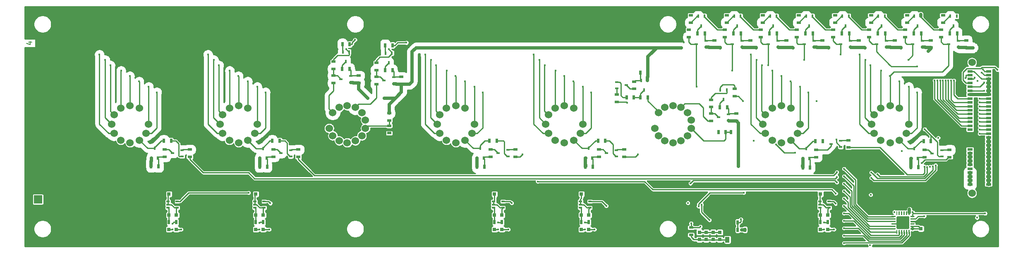
<source format=gbl>
G04 #@! TF.GenerationSoftware,KiCad,Pcbnew,(5.1.4)-1*
G04 #@! TF.CreationDate,2020-02-29T21:07:01-06:00*
G04 #@! TF.ProjectId,IV-6_Display_Board,49562d36-5f44-4697-9370-6c61795f426f,rev?*
G04 #@! TF.SameCoordinates,Original*
G04 #@! TF.FileFunction,Copper,L4,Bot*
G04 #@! TF.FilePolarity,Positive*
%FSLAX46Y46*%
G04 Gerber Fmt 4.6, Leading zero omitted, Abs format (unit mm)*
G04 Created by KiCad (PCBNEW (5.1.4)-1) date 2020-02-29 21:07:01*
%MOMM*%
%LPD*%
G04 APERTURE LIST*
%ADD10C,0.200000*%
%ADD11C,1.524000*%
%ADD12R,1.092200X0.500380*%
%ADD13R,0.650000X0.400000*%
%ADD14R,0.500000X0.900000*%
%ADD15R,0.800000X0.750000*%
%ADD16R,1.700000X1.700000*%
%ADD17R,0.750000X0.800000*%
%ADD18R,0.900000X1.200000*%
%ADD19R,0.450000X0.700000*%
%ADD20R,0.700000X0.450000*%
%ADD21R,0.900000X0.500000*%
%ADD22C,0.100000*%
%ADD23C,2.600000*%
%ADD24C,0.250000*%
%ADD25C,0.431800*%
%ADD26C,0.635000*%
%ADD27C,0.250200*%
%ADD28C,0.254000*%
%ADD29C,0.449800*%
%ADD30C,0.500200*%
G04 APERTURE END LIST*
D10*
X35472714Y-73977523D02*
X36139380Y-73977523D01*
X35091761Y-74215619D02*
X35806047Y-74453714D01*
X35806047Y-73834666D01*
D11*
X228562400Y-78147999D03*
X228562400Y-104944999D03*
D12*
X228156000Y-79946499D03*
X231966000Y-79946499D03*
X228156000Y-80746500D03*
X231966000Y-80746500D03*
X228156000Y-81546501D03*
X231966000Y-81546501D03*
X228156000Y-82346500D03*
X231966000Y-82346500D03*
X228156000Y-83146500D03*
X231966000Y-83146500D03*
X228156000Y-83946499D03*
X231966000Y-83946499D03*
X228156000Y-84746500D03*
X231966000Y-84746500D03*
X228156000Y-85546501D03*
X231966000Y-85546501D03*
X228156000Y-86346499D03*
X231966000Y-86346499D03*
X228156000Y-87146500D03*
X231966000Y-87146500D03*
X228156000Y-87946499D03*
X231966000Y-87946499D03*
X228156000Y-88746499D03*
X231966000Y-88746499D03*
X228156000Y-89546500D03*
X231966000Y-89546500D03*
X228156000Y-90346499D03*
X231966000Y-90346499D03*
X228156000Y-91146500D03*
X231966000Y-91146500D03*
X228156000Y-91946498D03*
X231966000Y-91946498D03*
X228156000Y-92746499D03*
X231966000Y-92746499D03*
X228156000Y-93546500D03*
X231966000Y-93546500D03*
X228156000Y-94346498D03*
X231966000Y-94346498D03*
X228156000Y-95146499D03*
X231966000Y-95146499D03*
X228156000Y-95946498D03*
X231966000Y-95946498D03*
X228156000Y-96746499D03*
X231966000Y-96746499D03*
X228156000Y-97546500D03*
X231966000Y-97546500D03*
X228156000Y-98346498D03*
X231966000Y-98346498D03*
X228156000Y-99146499D03*
X231966000Y-99146499D03*
X228156000Y-99946497D03*
X231966000Y-99946497D03*
X228156000Y-100746498D03*
X231966000Y-100746498D03*
X228156000Y-101546499D03*
X231966000Y-101546499D03*
X228156000Y-102346498D03*
X231966000Y-102346498D03*
X228156000Y-103146499D03*
X231966000Y-103146499D03*
D11*
X60058200Y-90793500D03*
X59548200Y-92693500D03*
X58158200Y-94083500D03*
X56258200Y-94593500D03*
X54358200Y-94083500D03*
X52968200Y-92693500D03*
X52458200Y-90793500D03*
X52968200Y-88893500D03*
X54358200Y-87503500D03*
X56258200Y-86993500D03*
X58158200Y-87503500D03*
X148948000Y-90793500D03*
X148438000Y-92693500D03*
X147048000Y-94083500D03*
X145148000Y-94593500D03*
X143248000Y-94083500D03*
X141858000Y-92693500D03*
X141348000Y-90793500D03*
X141858000Y-88893500D03*
X143248000Y-87503500D03*
X145148000Y-86993500D03*
X147048000Y-87503500D03*
X82280400Y-90793500D03*
X81770400Y-92693500D03*
X80380400Y-94083500D03*
X78480400Y-94593500D03*
X76580400Y-94083500D03*
X75190400Y-92693500D03*
X74680400Y-90793500D03*
X75190400Y-88893500D03*
X76580400Y-87503500D03*
X78480400Y-86993500D03*
X80380400Y-87503500D03*
X193392000Y-90793500D03*
X192882000Y-92693500D03*
X191492000Y-94083500D03*
X189592000Y-94593500D03*
X187692000Y-94083500D03*
X186302000Y-92693500D03*
X185792000Y-90793500D03*
X186302000Y-88893500D03*
X187692000Y-87503500D03*
X189592000Y-86993500D03*
X191492000Y-87503500D03*
X126724000Y-90793500D03*
X126214000Y-92693500D03*
X124824000Y-94083500D03*
X122924000Y-94593500D03*
X121024000Y-94083500D03*
X119634000Y-92693500D03*
X119124000Y-90793500D03*
X119634000Y-88893500D03*
X121024000Y-87503500D03*
X122924000Y-86993500D03*
X124824000Y-87503500D03*
X215614000Y-90793500D03*
X215104000Y-92693500D03*
X213714000Y-94083500D03*
X211814000Y-94593500D03*
X209914000Y-94083500D03*
X208524000Y-92693500D03*
X208014000Y-90793500D03*
X208524000Y-88893500D03*
X209914000Y-87503500D03*
X211814000Y-86993500D03*
X213714000Y-87503500D03*
X99054240Y-94217180D03*
X100703000Y-94593500D03*
X102351760Y-94217180D03*
X103673960Y-93162760D03*
X104407730Y-91639080D03*
X104407730Y-89947920D03*
X103673960Y-88424240D03*
X102351760Y-87369820D03*
X100703000Y-86993500D03*
X99054240Y-87369820D03*
X97732040Y-88424240D03*
X96998270Y-91639080D03*
X97732040Y-93162760D03*
X165721240Y-94217180D03*
X167370000Y-94593500D03*
X169018760Y-94217180D03*
X170340960Y-93162760D03*
X171074730Y-91639080D03*
X171074730Y-89947920D03*
X170340960Y-88424240D03*
X169018760Y-87369820D03*
X167370000Y-86993500D03*
X165721240Y-87369820D03*
X164399040Y-88424240D03*
X163665270Y-91639080D03*
X164399040Y-93162760D03*
D13*
X148426000Y-107962000D03*
X148426000Y-106662000D03*
X150326000Y-107312000D03*
X148426000Y-107312000D03*
X150326000Y-106662000D03*
X150326000Y-107962000D03*
X132546000Y-107962000D03*
X132546000Y-106662000D03*
X130646000Y-107312000D03*
X132546000Y-107312000D03*
X130646000Y-106662000D03*
X130646000Y-107962000D03*
D14*
X150126000Y-110931000D03*
X148626000Y-110931000D03*
X130846000Y-110931000D03*
X132346000Y-110931000D03*
D15*
X150126000Y-105152000D03*
X148626000Y-105152000D03*
X132346000Y-109470000D03*
X130846000Y-109470000D03*
X148626000Y-109470000D03*
X150126000Y-109470000D03*
X132346000Y-112392000D03*
X130846000Y-112392000D03*
X130846000Y-105152000D03*
X132346000Y-105152000D03*
X148626000Y-112392000D03*
X150126000Y-112392000D03*
D16*
X37401500Y-106236000D03*
D17*
X218122000Y-112256000D03*
X218122000Y-110756000D03*
D15*
X83489000Y-112392000D03*
X81989000Y-112392000D03*
X64209000Y-112392000D03*
X65709000Y-112392000D03*
X83489000Y-109470000D03*
X81989000Y-109470000D03*
X64209000Y-109470000D03*
X65709000Y-109470000D03*
X81989000Y-105152000D03*
X83489000Y-105152000D03*
X65709000Y-105152000D03*
X64209000Y-105152000D03*
X197559000Y-112392000D03*
X199059000Y-112392000D03*
X197559000Y-109470000D03*
X199059000Y-109470000D03*
X199059000Y-105152000D03*
X197559000Y-105152000D03*
D17*
X174180000Y-114478000D03*
X174180000Y-112978000D03*
X175578000Y-112978000D03*
X175578000Y-114478000D03*
X176974000Y-112978000D03*
X176974000Y-114478000D03*
X172784000Y-114478000D03*
X172784000Y-112978000D03*
D18*
X178500000Y-114490000D03*
X181800000Y-114490000D03*
D19*
X179880000Y-68659500D03*
X181180000Y-68659500D03*
X180530000Y-70659500D03*
X202692000Y-70659500D03*
X203342000Y-68659500D03*
X202042000Y-68659500D03*
D20*
X181530000Y-73708500D03*
X181530000Y-75008500D03*
X179530000Y-74358500D03*
X203692000Y-73708500D03*
X203692000Y-75008500D03*
X201692000Y-74358500D03*
D19*
X195262000Y-70659500D03*
X195912000Y-68659500D03*
X194612000Y-68659500D03*
X209408000Y-68659500D03*
X210708000Y-68659500D03*
X210058000Y-70659500D03*
D20*
X196262000Y-73708500D03*
X196262000Y-75008500D03*
X194262000Y-74358500D03*
X209058000Y-74358500D03*
X211058000Y-75008500D03*
X211058000Y-73708500D03*
D19*
X172514000Y-68659500D03*
X173814000Y-68659500D03*
X173164000Y-70659500D03*
X216774000Y-68659500D03*
X218074000Y-68659500D03*
X217424000Y-70659500D03*
D20*
X174164000Y-73708500D03*
X174164000Y-75008500D03*
X172164000Y-74358500D03*
X216424000Y-74358500D03*
X218424000Y-75008500D03*
X218424000Y-73708500D03*
D19*
X187896000Y-70659500D03*
X188546000Y-68659500D03*
X187246000Y-68659500D03*
X224140000Y-68659500D03*
X225440000Y-68659500D03*
X224790000Y-70659500D03*
D20*
X186896000Y-74358500D03*
X188896000Y-75008500D03*
X188896000Y-73708500D03*
X223790000Y-74358500D03*
X225790000Y-75008500D03*
X225790000Y-73708500D03*
X64899500Y-96768200D03*
X66899500Y-97418200D03*
X66899500Y-96118200D03*
X155786000Y-96119000D03*
X155786000Y-97419000D03*
X153786000Y-96769000D03*
D19*
X61914000Y-97768200D03*
X60614000Y-97768200D03*
X61264000Y-95768200D03*
X150800000Y-97769000D03*
X149500000Y-97769000D03*
X150150000Y-95769000D03*
D20*
X87118900Y-96776900D03*
X89118900Y-97426900D03*
X89118900Y-96126900D03*
X199710000Y-94846500D03*
X201710000Y-95496500D03*
X201710000Y-94196500D03*
D19*
X84133400Y-97776900D03*
X82833400Y-97776900D03*
X83483400Y-95776900D03*
X195264000Y-97815000D03*
X193964000Y-97815000D03*
X194614000Y-95815000D03*
D20*
X131574000Y-96759500D03*
X133574000Y-97409500D03*
X133574000Y-96109500D03*
X220412000Y-96812500D03*
X222412000Y-97462500D03*
X222412000Y-96162500D03*
D19*
X128589000Y-97759500D03*
X127289000Y-97759500D03*
X127939000Y-95759500D03*
X217426000Y-97812500D03*
X216126000Y-97812500D03*
X216776000Y-95812500D03*
X100432000Y-77967000D03*
X101082000Y-75967000D03*
X99782000Y-75967000D03*
D20*
X99432000Y-81602500D03*
X101432000Y-82252500D03*
X101432000Y-80952500D03*
D19*
X109198000Y-78221000D03*
X109848000Y-76221000D03*
X108548000Y-76221000D03*
D20*
X110198000Y-81206500D03*
X110198000Y-82506500D03*
X108198000Y-81856500D03*
X157850000Y-82820700D03*
X155850000Y-82170700D03*
X155850000Y-83470700D03*
D19*
X161486000Y-83820700D03*
X162136000Y-81820700D03*
X160836000Y-81820700D03*
X177722000Y-85777500D03*
X178372000Y-83777500D03*
X177072000Y-83777500D03*
D20*
X178722000Y-88763000D03*
X178722000Y-90063000D03*
X176722000Y-89413000D03*
D21*
X178372000Y-69965000D03*
X178372000Y-68465000D03*
X200533000Y-69965000D03*
X200533000Y-68465000D03*
X183198000Y-75108500D03*
X183198000Y-73608500D03*
D14*
X181280000Y-72199500D03*
X179780000Y-72199500D03*
D21*
X205359000Y-75108500D03*
X205359000Y-73608500D03*
D14*
X203442000Y-72199500D03*
X201942000Y-72199500D03*
D21*
X177990000Y-71449500D03*
X177990000Y-72949500D03*
X200152000Y-71449500D03*
X200152000Y-72949500D03*
X193104000Y-69965000D03*
X193104000Y-68465000D03*
X207899000Y-68465000D03*
X207899000Y-69965000D03*
X197930000Y-75108500D03*
X197930000Y-73608500D03*
D14*
X194512000Y-72199500D03*
X196012000Y-72199500D03*
D21*
X212725000Y-73608500D03*
X212725000Y-75108500D03*
D14*
X210808000Y-72199500D03*
X209308000Y-72199500D03*
D21*
X192722000Y-72949500D03*
X192722000Y-71449500D03*
X207518000Y-71449500D03*
X207518000Y-72949500D03*
X171006000Y-68465000D03*
X171006000Y-69965000D03*
X215265000Y-68465000D03*
X215265000Y-69965000D03*
X175832000Y-73608500D03*
X175832000Y-75108500D03*
D14*
X173914000Y-72199500D03*
X172414000Y-72199500D03*
D21*
X220091000Y-75108500D03*
X220091000Y-73608500D03*
D14*
X216674000Y-72199500D03*
X218174000Y-72199500D03*
D21*
X170624000Y-71449500D03*
X170624000Y-72949500D03*
X214884000Y-72949500D03*
X214884000Y-71449500D03*
X185738000Y-69965000D03*
X185738000Y-68465000D03*
X222631000Y-69965000D03*
X222631000Y-68465000D03*
X190564000Y-75108500D03*
X190564000Y-73608500D03*
D14*
X187146000Y-72199500D03*
X188646000Y-72199500D03*
D21*
X227394000Y-73608500D03*
X227394000Y-75108500D03*
D14*
X225540000Y-72199500D03*
X224040000Y-72199500D03*
D21*
X185356000Y-72949500D03*
X185356000Y-71449500D03*
X222250000Y-71449500D03*
X222250000Y-72949500D03*
X68466500Y-96018200D03*
X68466500Y-97518200D03*
X157353000Y-96019000D03*
X157353000Y-97519000D03*
D14*
X60577500Y-99498700D03*
X62077500Y-99498700D03*
D21*
X63359500Y-97518200D03*
X63359500Y-96018200D03*
D14*
X150964000Y-99563000D03*
X149464000Y-99563000D03*
D21*
X152246000Y-96019000D03*
X152246000Y-97519000D03*
D14*
X64644500Y-94228200D03*
X63144500Y-94228200D03*
X152031000Y-94229000D03*
X153531000Y-94229000D03*
D21*
X90685900Y-97526900D03*
X90685900Y-96026900D03*
X203277000Y-94096500D03*
X203277000Y-95596500D03*
D14*
X82796900Y-99507400D03*
X84296900Y-99507400D03*
D21*
X85578900Y-96026900D03*
X85578900Y-97526900D03*
D14*
X193928000Y-99672500D03*
X195428000Y-99672500D03*
D21*
X196710000Y-97565000D03*
X196710000Y-96065000D03*
D14*
X85363900Y-94236900D03*
X86863900Y-94236900D03*
X197994000Y-94275000D03*
X196494000Y-94275000D03*
D21*
X135142000Y-96009500D03*
X135142000Y-97509500D03*
X223977000Y-97562500D03*
X223977000Y-96062500D03*
D14*
X128752000Y-99553500D03*
X127252000Y-99553500D03*
D21*
X130034000Y-97509500D03*
X130034000Y-96009500D03*
D14*
X216090000Y-99670000D03*
X217590000Y-99670000D03*
D21*
X218872000Y-96062500D03*
X218872000Y-97562500D03*
D14*
X131320000Y-94219500D03*
X129820000Y-94219500D03*
X218655000Y-94272500D03*
X220155000Y-94272500D03*
X81989000Y-110931000D03*
X83489000Y-110931000D03*
X65709000Y-110931000D03*
X64209000Y-110931000D03*
X197559000Y-110931000D03*
X199059000Y-110931000D03*
X99707000Y-74422000D03*
X101207000Y-74422000D03*
D21*
X103036000Y-82352500D03*
X103036000Y-80852500D03*
D14*
X99682000Y-79507000D03*
X101182000Y-79507000D03*
D21*
X97892400Y-79495000D03*
X97892400Y-77995000D03*
X97892400Y-82352500D03*
X97892400Y-80852500D03*
X109284000Y-90031000D03*
X109284000Y-88531000D03*
X109284000Y-92634500D03*
X109284000Y-91134500D03*
D14*
X108470000Y-74612500D03*
X109970000Y-74612500D03*
D21*
X111801000Y-82606500D03*
X111801000Y-81106500D03*
D14*
X108448000Y-79761000D03*
X109948000Y-79761000D03*
D21*
X106658000Y-78249000D03*
X106658000Y-79749000D03*
X106658000Y-81106500D03*
X106658000Y-82606500D03*
D14*
X180772000Y-92392500D03*
X179272000Y-92392500D03*
X176669000Y-92392500D03*
X178169000Y-92392500D03*
D21*
X155834000Y-86237700D03*
X155834000Y-84737700D03*
D14*
X160736000Y-80217200D03*
X162236000Y-80217200D03*
D21*
X159390000Y-82070700D03*
X159390000Y-83570700D03*
D14*
X157878000Y-85360700D03*
X159378000Y-85360700D03*
X162236000Y-85360700D03*
X160736000Y-85360700D03*
D21*
X180022000Y-83578000D03*
X180022000Y-85078000D03*
X180326000Y-90163000D03*
X180326000Y-88663000D03*
D14*
X176972000Y-87317500D03*
X178472000Y-87317500D03*
D21*
X175182000Y-87305500D03*
X175182000Y-85805500D03*
X175182000Y-90163000D03*
X175182000Y-88663000D03*
X171069000Y-112026000D03*
X171069000Y-113526000D03*
D14*
X180606000Y-112458000D03*
X182106000Y-112458000D03*
X182106000Y-110934000D03*
X180606000Y-110934000D03*
D22*
G36*
X215514504Y-109699204D02*
G01*
X215538773Y-109702804D01*
X215562571Y-109708765D01*
X215585671Y-109717030D01*
X215607849Y-109727520D01*
X215628893Y-109740133D01*
X215648598Y-109754747D01*
X215666777Y-109771223D01*
X215683253Y-109789402D01*
X215697867Y-109809107D01*
X215710480Y-109830151D01*
X215720970Y-109852329D01*
X215729235Y-109875429D01*
X215735196Y-109899227D01*
X215738796Y-109923496D01*
X215740000Y-109948000D01*
X215740000Y-112048000D01*
X215738796Y-112072504D01*
X215735196Y-112096773D01*
X215729235Y-112120571D01*
X215720970Y-112143671D01*
X215710480Y-112165849D01*
X215697867Y-112186893D01*
X215683253Y-112206598D01*
X215666777Y-112224777D01*
X215648598Y-112241253D01*
X215628893Y-112255867D01*
X215607849Y-112268480D01*
X215585671Y-112278970D01*
X215562571Y-112287235D01*
X215538773Y-112293196D01*
X215514504Y-112296796D01*
X215490000Y-112298000D01*
X213390000Y-112298000D01*
X213365496Y-112296796D01*
X213341227Y-112293196D01*
X213317429Y-112287235D01*
X213294329Y-112278970D01*
X213272151Y-112268480D01*
X213251107Y-112255867D01*
X213231402Y-112241253D01*
X213213223Y-112224777D01*
X213196747Y-112206598D01*
X213182133Y-112186893D01*
X213169520Y-112165849D01*
X213159030Y-112143671D01*
X213150765Y-112120571D01*
X213144804Y-112096773D01*
X213141204Y-112072504D01*
X213140000Y-112048000D01*
X213140000Y-109948000D01*
X213141204Y-109923496D01*
X213144804Y-109899227D01*
X213150765Y-109875429D01*
X213159030Y-109852329D01*
X213169520Y-109830151D01*
X213182133Y-109809107D01*
X213196747Y-109789402D01*
X213213223Y-109771223D01*
X213231402Y-109754747D01*
X213251107Y-109740133D01*
X213272151Y-109727520D01*
X213294329Y-109717030D01*
X213317429Y-109708765D01*
X213341227Y-109702804D01*
X213365496Y-109699204D01*
X213390000Y-109698000D01*
X215490000Y-109698000D01*
X215514504Y-109699204D01*
X215514504Y-109699204D01*
G37*
D23*
X214440000Y-110998000D03*
D22*
G36*
X215758626Y-112523301D02*
G01*
X215764693Y-112524201D01*
X215770643Y-112525691D01*
X215776418Y-112527758D01*
X215781962Y-112530380D01*
X215787223Y-112533533D01*
X215792150Y-112537187D01*
X215796694Y-112541306D01*
X215800813Y-112545850D01*
X215804467Y-112550777D01*
X215807620Y-112556038D01*
X215810242Y-112561582D01*
X215812309Y-112567357D01*
X215813799Y-112573307D01*
X215814699Y-112579374D01*
X215815000Y-112585500D01*
X215815000Y-113285500D01*
X215814699Y-113291626D01*
X215813799Y-113297693D01*
X215812309Y-113303643D01*
X215810242Y-113309418D01*
X215807620Y-113314962D01*
X215804467Y-113320223D01*
X215800813Y-113325150D01*
X215796694Y-113329694D01*
X215792150Y-113333813D01*
X215787223Y-113337467D01*
X215781962Y-113340620D01*
X215776418Y-113343242D01*
X215770643Y-113345309D01*
X215764693Y-113346799D01*
X215758626Y-113347699D01*
X215752500Y-113348000D01*
X215627500Y-113348000D01*
X215621374Y-113347699D01*
X215615307Y-113346799D01*
X215609357Y-113345309D01*
X215603582Y-113343242D01*
X215598038Y-113340620D01*
X215592777Y-113337467D01*
X215587850Y-113333813D01*
X215583306Y-113329694D01*
X215579187Y-113325150D01*
X215575533Y-113320223D01*
X215572380Y-113314962D01*
X215569758Y-113309418D01*
X215567691Y-113303643D01*
X215566201Y-113297693D01*
X215565301Y-113291626D01*
X215565000Y-113285500D01*
X215565000Y-112585500D01*
X215565301Y-112579374D01*
X215566201Y-112573307D01*
X215567691Y-112567357D01*
X215569758Y-112561582D01*
X215572380Y-112556038D01*
X215575533Y-112550777D01*
X215579187Y-112545850D01*
X215583306Y-112541306D01*
X215587850Y-112537187D01*
X215592777Y-112533533D01*
X215598038Y-112530380D01*
X215603582Y-112527758D01*
X215609357Y-112525691D01*
X215615307Y-112524201D01*
X215621374Y-112523301D01*
X215627500Y-112523000D01*
X215752500Y-112523000D01*
X215758626Y-112523301D01*
X215758626Y-112523301D01*
G37*
D24*
X215690000Y-112935500D03*
D22*
G36*
X215258626Y-112523301D02*
G01*
X215264693Y-112524201D01*
X215270643Y-112525691D01*
X215276418Y-112527758D01*
X215281962Y-112530380D01*
X215287223Y-112533533D01*
X215292150Y-112537187D01*
X215296694Y-112541306D01*
X215300813Y-112545850D01*
X215304467Y-112550777D01*
X215307620Y-112556038D01*
X215310242Y-112561582D01*
X215312309Y-112567357D01*
X215313799Y-112573307D01*
X215314699Y-112579374D01*
X215315000Y-112585500D01*
X215315000Y-113285500D01*
X215314699Y-113291626D01*
X215313799Y-113297693D01*
X215312309Y-113303643D01*
X215310242Y-113309418D01*
X215307620Y-113314962D01*
X215304467Y-113320223D01*
X215300813Y-113325150D01*
X215296694Y-113329694D01*
X215292150Y-113333813D01*
X215287223Y-113337467D01*
X215281962Y-113340620D01*
X215276418Y-113343242D01*
X215270643Y-113345309D01*
X215264693Y-113346799D01*
X215258626Y-113347699D01*
X215252500Y-113348000D01*
X215127500Y-113348000D01*
X215121374Y-113347699D01*
X215115307Y-113346799D01*
X215109357Y-113345309D01*
X215103582Y-113343242D01*
X215098038Y-113340620D01*
X215092777Y-113337467D01*
X215087850Y-113333813D01*
X215083306Y-113329694D01*
X215079187Y-113325150D01*
X215075533Y-113320223D01*
X215072380Y-113314962D01*
X215069758Y-113309418D01*
X215067691Y-113303643D01*
X215066201Y-113297693D01*
X215065301Y-113291626D01*
X215065000Y-113285500D01*
X215065000Y-112585500D01*
X215065301Y-112579374D01*
X215066201Y-112573307D01*
X215067691Y-112567357D01*
X215069758Y-112561582D01*
X215072380Y-112556038D01*
X215075533Y-112550777D01*
X215079187Y-112545850D01*
X215083306Y-112541306D01*
X215087850Y-112537187D01*
X215092777Y-112533533D01*
X215098038Y-112530380D01*
X215103582Y-112527758D01*
X215109357Y-112525691D01*
X215115307Y-112524201D01*
X215121374Y-112523301D01*
X215127500Y-112523000D01*
X215252500Y-112523000D01*
X215258626Y-112523301D01*
X215258626Y-112523301D01*
G37*
D24*
X215190000Y-112935500D03*
D22*
G36*
X214758626Y-112523301D02*
G01*
X214764693Y-112524201D01*
X214770643Y-112525691D01*
X214776418Y-112527758D01*
X214781962Y-112530380D01*
X214787223Y-112533533D01*
X214792150Y-112537187D01*
X214796694Y-112541306D01*
X214800813Y-112545850D01*
X214804467Y-112550777D01*
X214807620Y-112556038D01*
X214810242Y-112561582D01*
X214812309Y-112567357D01*
X214813799Y-112573307D01*
X214814699Y-112579374D01*
X214815000Y-112585500D01*
X214815000Y-113285500D01*
X214814699Y-113291626D01*
X214813799Y-113297693D01*
X214812309Y-113303643D01*
X214810242Y-113309418D01*
X214807620Y-113314962D01*
X214804467Y-113320223D01*
X214800813Y-113325150D01*
X214796694Y-113329694D01*
X214792150Y-113333813D01*
X214787223Y-113337467D01*
X214781962Y-113340620D01*
X214776418Y-113343242D01*
X214770643Y-113345309D01*
X214764693Y-113346799D01*
X214758626Y-113347699D01*
X214752500Y-113348000D01*
X214627500Y-113348000D01*
X214621374Y-113347699D01*
X214615307Y-113346799D01*
X214609357Y-113345309D01*
X214603582Y-113343242D01*
X214598038Y-113340620D01*
X214592777Y-113337467D01*
X214587850Y-113333813D01*
X214583306Y-113329694D01*
X214579187Y-113325150D01*
X214575533Y-113320223D01*
X214572380Y-113314962D01*
X214569758Y-113309418D01*
X214567691Y-113303643D01*
X214566201Y-113297693D01*
X214565301Y-113291626D01*
X214565000Y-113285500D01*
X214565000Y-112585500D01*
X214565301Y-112579374D01*
X214566201Y-112573307D01*
X214567691Y-112567357D01*
X214569758Y-112561582D01*
X214572380Y-112556038D01*
X214575533Y-112550777D01*
X214579187Y-112545850D01*
X214583306Y-112541306D01*
X214587850Y-112537187D01*
X214592777Y-112533533D01*
X214598038Y-112530380D01*
X214603582Y-112527758D01*
X214609357Y-112525691D01*
X214615307Y-112524201D01*
X214621374Y-112523301D01*
X214627500Y-112523000D01*
X214752500Y-112523000D01*
X214758626Y-112523301D01*
X214758626Y-112523301D01*
G37*
D24*
X214690000Y-112935500D03*
D22*
G36*
X214258626Y-112523301D02*
G01*
X214264693Y-112524201D01*
X214270643Y-112525691D01*
X214276418Y-112527758D01*
X214281962Y-112530380D01*
X214287223Y-112533533D01*
X214292150Y-112537187D01*
X214296694Y-112541306D01*
X214300813Y-112545850D01*
X214304467Y-112550777D01*
X214307620Y-112556038D01*
X214310242Y-112561582D01*
X214312309Y-112567357D01*
X214313799Y-112573307D01*
X214314699Y-112579374D01*
X214315000Y-112585500D01*
X214315000Y-113285500D01*
X214314699Y-113291626D01*
X214313799Y-113297693D01*
X214312309Y-113303643D01*
X214310242Y-113309418D01*
X214307620Y-113314962D01*
X214304467Y-113320223D01*
X214300813Y-113325150D01*
X214296694Y-113329694D01*
X214292150Y-113333813D01*
X214287223Y-113337467D01*
X214281962Y-113340620D01*
X214276418Y-113343242D01*
X214270643Y-113345309D01*
X214264693Y-113346799D01*
X214258626Y-113347699D01*
X214252500Y-113348000D01*
X214127500Y-113348000D01*
X214121374Y-113347699D01*
X214115307Y-113346799D01*
X214109357Y-113345309D01*
X214103582Y-113343242D01*
X214098038Y-113340620D01*
X214092777Y-113337467D01*
X214087850Y-113333813D01*
X214083306Y-113329694D01*
X214079187Y-113325150D01*
X214075533Y-113320223D01*
X214072380Y-113314962D01*
X214069758Y-113309418D01*
X214067691Y-113303643D01*
X214066201Y-113297693D01*
X214065301Y-113291626D01*
X214065000Y-113285500D01*
X214065000Y-112585500D01*
X214065301Y-112579374D01*
X214066201Y-112573307D01*
X214067691Y-112567357D01*
X214069758Y-112561582D01*
X214072380Y-112556038D01*
X214075533Y-112550777D01*
X214079187Y-112545850D01*
X214083306Y-112541306D01*
X214087850Y-112537187D01*
X214092777Y-112533533D01*
X214098038Y-112530380D01*
X214103582Y-112527758D01*
X214109357Y-112525691D01*
X214115307Y-112524201D01*
X214121374Y-112523301D01*
X214127500Y-112523000D01*
X214252500Y-112523000D01*
X214258626Y-112523301D01*
X214258626Y-112523301D01*
G37*
D24*
X214190000Y-112935500D03*
D22*
G36*
X213758626Y-112523301D02*
G01*
X213764693Y-112524201D01*
X213770643Y-112525691D01*
X213776418Y-112527758D01*
X213781962Y-112530380D01*
X213787223Y-112533533D01*
X213792150Y-112537187D01*
X213796694Y-112541306D01*
X213800813Y-112545850D01*
X213804467Y-112550777D01*
X213807620Y-112556038D01*
X213810242Y-112561582D01*
X213812309Y-112567357D01*
X213813799Y-112573307D01*
X213814699Y-112579374D01*
X213815000Y-112585500D01*
X213815000Y-113285500D01*
X213814699Y-113291626D01*
X213813799Y-113297693D01*
X213812309Y-113303643D01*
X213810242Y-113309418D01*
X213807620Y-113314962D01*
X213804467Y-113320223D01*
X213800813Y-113325150D01*
X213796694Y-113329694D01*
X213792150Y-113333813D01*
X213787223Y-113337467D01*
X213781962Y-113340620D01*
X213776418Y-113343242D01*
X213770643Y-113345309D01*
X213764693Y-113346799D01*
X213758626Y-113347699D01*
X213752500Y-113348000D01*
X213627500Y-113348000D01*
X213621374Y-113347699D01*
X213615307Y-113346799D01*
X213609357Y-113345309D01*
X213603582Y-113343242D01*
X213598038Y-113340620D01*
X213592777Y-113337467D01*
X213587850Y-113333813D01*
X213583306Y-113329694D01*
X213579187Y-113325150D01*
X213575533Y-113320223D01*
X213572380Y-113314962D01*
X213569758Y-113309418D01*
X213567691Y-113303643D01*
X213566201Y-113297693D01*
X213565301Y-113291626D01*
X213565000Y-113285500D01*
X213565000Y-112585500D01*
X213565301Y-112579374D01*
X213566201Y-112573307D01*
X213567691Y-112567357D01*
X213569758Y-112561582D01*
X213572380Y-112556038D01*
X213575533Y-112550777D01*
X213579187Y-112545850D01*
X213583306Y-112541306D01*
X213587850Y-112537187D01*
X213592777Y-112533533D01*
X213598038Y-112530380D01*
X213603582Y-112527758D01*
X213609357Y-112525691D01*
X213615307Y-112524201D01*
X213621374Y-112523301D01*
X213627500Y-112523000D01*
X213752500Y-112523000D01*
X213758626Y-112523301D01*
X213758626Y-112523301D01*
G37*
D24*
X213690000Y-112935500D03*
D22*
G36*
X213258626Y-112523301D02*
G01*
X213264693Y-112524201D01*
X213270643Y-112525691D01*
X213276418Y-112527758D01*
X213281962Y-112530380D01*
X213287223Y-112533533D01*
X213292150Y-112537187D01*
X213296694Y-112541306D01*
X213300813Y-112545850D01*
X213304467Y-112550777D01*
X213307620Y-112556038D01*
X213310242Y-112561582D01*
X213312309Y-112567357D01*
X213313799Y-112573307D01*
X213314699Y-112579374D01*
X213315000Y-112585500D01*
X213315000Y-113285500D01*
X213314699Y-113291626D01*
X213313799Y-113297693D01*
X213312309Y-113303643D01*
X213310242Y-113309418D01*
X213307620Y-113314962D01*
X213304467Y-113320223D01*
X213300813Y-113325150D01*
X213296694Y-113329694D01*
X213292150Y-113333813D01*
X213287223Y-113337467D01*
X213281962Y-113340620D01*
X213276418Y-113343242D01*
X213270643Y-113345309D01*
X213264693Y-113346799D01*
X213258626Y-113347699D01*
X213252500Y-113348000D01*
X213127500Y-113348000D01*
X213121374Y-113347699D01*
X213115307Y-113346799D01*
X213109357Y-113345309D01*
X213103582Y-113343242D01*
X213098038Y-113340620D01*
X213092777Y-113337467D01*
X213087850Y-113333813D01*
X213083306Y-113329694D01*
X213079187Y-113325150D01*
X213075533Y-113320223D01*
X213072380Y-113314962D01*
X213069758Y-113309418D01*
X213067691Y-113303643D01*
X213066201Y-113297693D01*
X213065301Y-113291626D01*
X213065000Y-113285500D01*
X213065000Y-112585500D01*
X213065301Y-112579374D01*
X213066201Y-112573307D01*
X213067691Y-112567357D01*
X213069758Y-112561582D01*
X213072380Y-112556038D01*
X213075533Y-112550777D01*
X213079187Y-112545850D01*
X213083306Y-112541306D01*
X213087850Y-112537187D01*
X213092777Y-112533533D01*
X213098038Y-112530380D01*
X213103582Y-112527758D01*
X213109357Y-112525691D01*
X213115307Y-112524201D01*
X213121374Y-112523301D01*
X213127500Y-112523000D01*
X213252500Y-112523000D01*
X213258626Y-112523301D01*
X213258626Y-112523301D01*
G37*
D24*
X213190000Y-112935500D03*
D22*
G36*
X212858626Y-112123301D02*
G01*
X212864693Y-112124201D01*
X212870643Y-112125691D01*
X212876418Y-112127758D01*
X212881962Y-112130380D01*
X212887223Y-112133533D01*
X212892150Y-112137187D01*
X212896694Y-112141306D01*
X212900813Y-112145850D01*
X212904467Y-112150777D01*
X212907620Y-112156038D01*
X212910242Y-112161582D01*
X212912309Y-112167357D01*
X212913799Y-112173307D01*
X212914699Y-112179374D01*
X212915000Y-112185500D01*
X212915000Y-112310500D01*
X212914699Y-112316626D01*
X212913799Y-112322693D01*
X212912309Y-112328643D01*
X212910242Y-112334418D01*
X212907620Y-112339962D01*
X212904467Y-112345223D01*
X212900813Y-112350150D01*
X212896694Y-112354694D01*
X212892150Y-112358813D01*
X212887223Y-112362467D01*
X212881962Y-112365620D01*
X212876418Y-112368242D01*
X212870643Y-112370309D01*
X212864693Y-112371799D01*
X212858626Y-112372699D01*
X212852500Y-112373000D01*
X212152500Y-112373000D01*
X212146374Y-112372699D01*
X212140307Y-112371799D01*
X212134357Y-112370309D01*
X212128582Y-112368242D01*
X212123038Y-112365620D01*
X212117777Y-112362467D01*
X212112850Y-112358813D01*
X212108306Y-112354694D01*
X212104187Y-112350150D01*
X212100533Y-112345223D01*
X212097380Y-112339962D01*
X212094758Y-112334418D01*
X212092691Y-112328643D01*
X212091201Y-112322693D01*
X212090301Y-112316626D01*
X212090000Y-112310500D01*
X212090000Y-112185500D01*
X212090301Y-112179374D01*
X212091201Y-112173307D01*
X212092691Y-112167357D01*
X212094758Y-112161582D01*
X212097380Y-112156038D01*
X212100533Y-112150777D01*
X212104187Y-112145850D01*
X212108306Y-112141306D01*
X212112850Y-112137187D01*
X212117777Y-112133533D01*
X212123038Y-112130380D01*
X212128582Y-112127758D01*
X212134357Y-112125691D01*
X212140307Y-112124201D01*
X212146374Y-112123301D01*
X212152500Y-112123000D01*
X212852500Y-112123000D01*
X212858626Y-112123301D01*
X212858626Y-112123301D01*
G37*
D24*
X212502500Y-112248000D03*
D22*
G36*
X212858626Y-111623301D02*
G01*
X212864693Y-111624201D01*
X212870643Y-111625691D01*
X212876418Y-111627758D01*
X212881962Y-111630380D01*
X212887223Y-111633533D01*
X212892150Y-111637187D01*
X212896694Y-111641306D01*
X212900813Y-111645850D01*
X212904467Y-111650777D01*
X212907620Y-111656038D01*
X212910242Y-111661582D01*
X212912309Y-111667357D01*
X212913799Y-111673307D01*
X212914699Y-111679374D01*
X212915000Y-111685500D01*
X212915000Y-111810500D01*
X212914699Y-111816626D01*
X212913799Y-111822693D01*
X212912309Y-111828643D01*
X212910242Y-111834418D01*
X212907620Y-111839962D01*
X212904467Y-111845223D01*
X212900813Y-111850150D01*
X212896694Y-111854694D01*
X212892150Y-111858813D01*
X212887223Y-111862467D01*
X212881962Y-111865620D01*
X212876418Y-111868242D01*
X212870643Y-111870309D01*
X212864693Y-111871799D01*
X212858626Y-111872699D01*
X212852500Y-111873000D01*
X212152500Y-111873000D01*
X212146374Y-111872699D01*
X212140307Y-111871799D01*
X212134357Y-111870309D01*
X212128582Y-111868242D01*
X212123038Y-111865620D01*
X212117777Y-111862467D01*
X212112850Y-111858813D01*
X212108306Y-111854694D01*
X212104187Y-111850150D01*
X212100533Y-111845223D01*
X212097380Y-111839962D01*
X212094758Y-111834418D01*
X212092691Y-111828643D01*
X212091201Y-111822693D01*
X212090301Y-111816626D01*
X212090000Y-111810500D01*
X212090000Y-111685500D01*
X212090301Y-111679374D01*
X212091201Y-111673307D01*
X212092691Y-111667357D01*
X212094758Y-111661582D01*
X212097380Y-111656038D01*
X212100533Y-111650777D01*
X212104187Y-111645850D01*
X212108306Y-111641306D01*
X212112850Y-111637187D01*
X212117777Y-111633533D01*
X212123038Y-111630380D01*
X212128582Y-111627758D01*
X212134357Y-111625691D01*
X212140307Y-111624201D01*
X212146374Y-111623301D01*
X212152500Y-111623000D01*
X212852500Y-111623000D01*
X212858626Y-111623301D01*
X212858626Y-111623301D01*
G37*
D24*
X212502500Y-111748000D03*
D22*
G36*
X212858626Y-111123301D02*
G01*
X212864693Y-111124201D01*
X212870643Y-111125691D01*
X212876418Y-111127758D01*
X212881962Y-111130380D01*
X212887223Y-111133533D01*
X212892150Y-111137187D01*
X212896694Y-111141306D01*
X212900813Y-111145850D01*
X212904467Y-111150777D01*
X212907620Y-111156038D01*
X212910242Y-111161582D01*
X212912309Y-111167357D01*
X212913799Y-111173307D01*
X212914699Y-111179374D01*
X212915000Y-111185500D01*
X212915000Y-111310500D01*
X212914699Y-111316626D01*
X212913799Y-111322693D01*
X212912309Y-111328643D01*
X212910242Y-111334418D01*
X212907620Y-111339962D01*
X212904467Y-111345223D01*
X212900813Y-111350150D01*
X212896694Y-111354694D01*
X212892150Y-111358813D01*
X212887223Y-111362467D01*
X212881962Y-111365620D01*
X212876418Y-111368242D01*
X212870643Y-111370309D01*
X212864693Y-111371799D01*
X212858626Y-111372699D01*
X212852500Y-111373000D01*
X212152500Y-111373000D01*
X212146374Y-111372699D01*
X212140307Y-111371799D01*
X212134357Y-111370309D01*
X212128582Y-111368242D01*
X212123038Y-111365620D01*
X212117777Y-111362467D01*
X212112850Y-111358813D01*
X212108306Y-111354694D01*
X212104187Y-111350150D01*
X212100533Y-111345223D01*
X212097380Y-111339962D01*
X212094758Y-111334418D01*
X212092691Y-111328643D01*
X212091201Y-111322693D01*
X212090301Y-111316626D01*
X212090000Y-111310500D01*
X212090000Y-111185500D01*
X212090301Y-111179374D01*
X212091201Y-111173307D01*
X212092691Y-111167357D01*
X212094758Y-111161582D01*
X212097380Y-111156038D01*
X212100533Y-111150777D01*
X212104187Y-111145850D01*
X212108306Y-111141306D01*
X212112850Y-111137187D01*
X212117777Y-111133533D01*
X212123038Y-111130380D01*
X212128582Y-111127758D01*
X212134357Y-111125691D01*
X212140307Y-111124201D01*
X212146374Y-111123301D01*
X212152500Y-111123000D01*
X212852500Y-111123000D01*
X212858626Y-111123301D01*
X212858626Y-111123301D01*
G37*
D24*
X212502500Y-111248000D03*
D22*
G36*
X212858626Y-110623301D02*
G01*
X212864693Y-110624201D01*
X212870643Y-110625691D01*
X212876418Y-110627758D01*
X212881962Y-110630380D01*
X212887223Y-110633533D01*
X212892150Y-110637187D01*
X212896694Y-110641306D01*
X212900813Y-110645850D01*
X212904467Y-110650777D01*
X212907620Y-110656038D01*
X212910242Y-110661582D01*
X212912309Y-110667357D01*
X212913799Y-110673307D01*
X212914699Y-110679374D01*
X212915000Y-110685500D01*
X212915000Y-110810500D01*
X212914699Y-110816626D01*
X212913799Y-110822693D01*
X212912309Y-110828643D01*
X212910242Y-110834418D01*
X212907620Y-110839962D01*
X212904467Y-110845223D01*
X212900813Y-110850150D01*
X212896694Y-110854694D01*
X212892150Y-110858813D01*
X212887223Y-110862467D01*
X212881962Y-110865620D01*
X212876418Y-110868242D01*
X212870643Y-110870309D01*
X212864693Y-110871799D01*
X212858626Y-110872699D01*
X212852500Y-110873000D01*
X212152500Y-110873000D01*
X212146374Y-110872699D01*
X212140307Y-110871799D01*
X212134357Y-110870309D01*
X212128582Y-110868242D01*
X212123038Y-110865620D01*
X212117777Y-110862467D01*
X212112850Y-110858813D01*
X212108306Y-110854694D01*
X212104187Y-110850150D01*
X212100533Y-110845223D01*
X212097380Y-110839962D01*
X212094758Y-110834418D01*
X212092691Y-110828643D01*
X212091201Y-110822693D01*
X212090301Y-110816626D01*
X212090000Y-110810500D01*
X212090000Y-110685500D01*
X212090301Y-110679374D01*
X212091201Y-110673307D01*
X212092691Y-110667357D01*
X212094758Y-110661582D01*
X212097380Y-110656038D01*
X212100533Y-110650777D01*
X212104187Y-110645850D01*
X212108306Y-110641306D01*
X212112850Y-110637187D01*
X212117777Y-110633533D01*
X212123038Y-110630380D01*
X212128582Y-110627758D01*
X212134357Y-110625691D01*
X212140307Y-110624201D01*
X212146374Y-110623301D01*
X212152500Y-110623000D01*
X212852500Y-110623000D01*
X212858626Y-110623301D01*
X212858626Y-110623301D01*
G37*
D24*
X212502500Y-110748000D03*
D22*
G36*
X212858626Y-110123301D02*
G01*
X212864693Y-110124201D01*
X212870643Y-110125691D01*
X212876418Y-110127758D01*
X212881962Y-110130380D01*
X212887223Y-110133533D01*
X212892150Y-110137187D01*
X212896694Y-110141306D01*
X212900813Y-110145850D01*
X212904467Y-110150777D01*
X212907620Y-110156038D01*
X212910242Y-110161582D01*
X212912309Y-110167357D01*
X212913799Y-110173307D01*
X212914699Y-110179374D01*
X212915000Y-110185500D01*
X212915000Y-110310500D01*
X212914699Y-110316626D01*
X212913799Y-110322693D01*
X212912309Y-110328643D01*
X212910242Y-110334418D01*
X212907620Y-110339962D01*
X212904467Y-110345223D01*
X212900813Y-110350150D01*
X212896694Y-110354694D01*
X212892150Y-110358813D01*
X212887223Y-110362467D01*
X212881962Y-110365620D01*
X212876418Y-110368242D01*
X212870643Y-110370309D01*
X212864693Y-110371799D01*
X212858626Y-110372699D01*
X212852500Y-110373000D01*
X212152500Y-110373000D01*
X212146374Y-110372699D01*
X212140307Y-110371799D01*
X212134357Y-110370309D01*
X212128582Y-110368242D01*
X212123038Y-110365620D01*
X212117777Y-110362467D01*
X212112850Y-110358813D01*
X212108306Y-110354694D01*
X212104187Y-110350150D01*
X212100533Y-110345223D01*
X212097380Y-110339962D01*
X212094758Y-110334418D01*
X212092691Y-110328643D01*
X212091201Y-110322693D01*
X212090301Y-110316626D01*
X212090000Y-110310500D01*
X212090000Y-110185500D01*
X212090301Y-110179374D01*
X212091201Y-110173307D01*
X212092691Y-110167357D01*
X212094758Y-110161582D01*
X212097380Y-110156038D01*
X212100533Y-110150777D01*
X212104187Y-110145850D01*
X212108306Y-110141306D01*
X212112850Y-110137187D01*
X212117777Y-110133533D01*
X212123038Y-110130380D01*
X212128582Y-110127758D01*
X212134357Y-110125691D01*
X212140307Y-110124201D01*
X212146374Y-110123301D01*
X212152500Y-110123000D01*
X212852500Y-110123000D01*
X212858626Y-110123301D01*
X212858626Y-110123301D01*
G37*
D24*
X212502500Y-110248000D03*
D22*
G36*
X212858626Y-109623301D02*
G01*
X212864693Y-109624201D01*
X212870643Y-109625691D01*
X212876418Y-109627758D01*
X212881962Y-109630380D01*
X212887223Y-109633533D01*
X212892150Y-109637187D01*
X212896694Y-109641306D01*
X212900813Y-109645850D01*
X212904467Y-109650777D01*
X212907620Y-109656038D01*
X212910242Y-109661582D01*
X212912309Y-109667357D01*
X212913799Y-109673307D01*
X212914699Y-109679374D01*
X212915000Y-109685500D01*
X212915000Y-109810500D01*
X212914699Y-109816626D01*
X212913799Y-109822693D01*
X212912309Y-109828643D01*
X212910242Y-109834418D01*
X212907620Y-109839962D01*
X212904467Y-109845223D01*
X212900813Y-109850150D01*
X212896694Y-109854694D01*
X212892150Y-109858813D01*
X212887223Y-109862467D01*
X212881962Y-109865620D01*
X212876418Y-109868242D01*
X212870643Y-109870309D01*
X212864693Y-109871799D01*
X212858626Y-109872699D01*
X212852500Y-109873000D01*
X212152500Y-109873000D01*
X212146374Y-109872699D01*
X212140307Y-109871799D01*
X212134357Y-109870309D01*
X212128582Y-109868242D01*
X212123038Y-109865620D01*
X212117777Y-109862467D01*
X212112850Y-109858813D01*
X212108306Y-109854694D01*
X212104187Y-109850150D01*
X212100533Y-109845223D01*
X212097380Y-109839962D01*
X212094758Y-109834418D01*
X212092691Y-109828643D01*
X212091201Y-109822693D01*
X212090301Y-109816626D01*
X212090000Y-109810500D01*
X212090000Y-109685500D01*
X212090301Y-109679374D01*
X212091201Y-109673307D01*
X212092691Y-109667357D01*
X212094758Y-109661582D01*
X212097380Y-109656038D01*
X212100533Y-109650777D01*
X212104187Y-109645850D01*
X212108306Y-109641306D01*
X212112850Y-109637187D01*
X212117777Y-109633533D01*
X212123038Y-109630380D01*
X212128582Y-109627758D01*
X212134357Y-109625691D01*
X212140307Y-109624201D01*
X212146374Y-109623301D01*
X212152500Y-109623000D01*
X212852500Y-109623000D01*
X212858626Y-109623301D01*
X212858626Y-109623301D01*
G37*
D24*
X212502500Y-109748000D03*
D22*
G36*
X213258626Y-108648301D02*
G01*
X213264693Y-108649201D01*
X213270643Y-108650691D01*
X213276418Y-108652758D01*
X213281962Y-108655380D01*
X213287223Y-108658533D01*
X213292150Y-108662187D01*
X213296694Y-108666306D01*
X213300813Y-108670850D01*
X213304467Y-108675777D01*
X213307620Y-108681038D01*
X213310242Y-108686582D01*
X213312309Y-108692357D01*
X213313799Y-108698307D01*
X213314699Y-108704374D01*
X213315000Y-108710500D01*
X213315000Y-109410500D01*
X213314699Y-109416626D01*
X213313799Y-109422693D01*
X213312309Y-109428643D01*
X213310242Y-109434418D01*
X213307620Y-109439962D01*
X213304467Y-109445223D01*
X213300813Y-109450150D01*
X213296694Y-109454694D01*
X213292150Y-109458813D01*
X213287223Y-109462467D01*
X213281962Y-109465620D01*
X213276418Y-109468242D01*
X213270643Y-109470309D01*
X213264693Y-109471799D01*
X213258626Y-109472699D01*
X213252500Y-109473000D01*
X213127500Y-109473000D01*
X213121374Y-109472699D01*
X213115307Y-109471799D01*
X213109357Y-109470309D01*
X213103582Y-109468242D01*
X213098038Y-109465620D01*
X213092777Y-109462467D01*
X213087850Y-109458813D01*
X213083306Y-109454694D01*
X213079187Y-109450150D01*
X213075533Y-109445223D01*
X213072380Y-109439962D01*
X213069758Y-109434418D01*
X213067691Y-109428643D01*
X213066201Y-109422693D01*
X213065301Y-109416626D01*
X213065000Y-109410500D01*
X213065000Y-108710500D01*
X213065301Y-108704374D01*
X213066201Y-108698307D01*
X213067691Y-108692357D01*
X213069758Y-108686582D01*
X213072380Y-108681038D01*
X213075533Y-108675777D01*
X213079187Y-108670850D01*
X213083306Y-108666306D01*
X213087850Y-108662187D01*
X213092777Y-108658533D01*
X213098038Y-108655380D01*
X213103582Y-108652758D01*
X213109357Y-108650691D01*
X213115307Y-108649201D01*
X213121374Y-108648301D01*
X213127500Y-108648000D01*
X213252500Y-108648000D01*
X213258626Y-108648301D01*
X213258626Y-108648301D01*
G37*
D24*
X213190000Y-109060500D03*
D22*
G36*
X213758626Y-108648301D02*
G01*
X213764693Y-108649201D01*
X213770643Y-108650691D01*
X213776418Y-108652758D01*
X213781962Y-108655380D01*
X213787223Y-108658533D01*
X213792150Y-108662187D01*
X213796694Y-108666306D01*
X213800813Y-108670850D01*
X213804467Y-108675777D01*
X213807620Y-108681038D01*
X213810242Y-108686582D01*
X213812309Y-108692357D01*
X213813799Y-108698307D01*
X213814699Y-108704374D01*
X213815000Y-108710500D01*
X213815000Y-109410500D01*
X213814699Y-109416626D01*
X213813799Y-109422693D01*
X213812309Y-109428643D01*
X213810242Y-109434418D01*
X213807620Y-109439962D01*
X213804467Y-109445223D01*
X213800813Y-109450150D01*
X213796694Y-109454694D01*
X213792150Y-109458813D01*
X213787223Y-109462467D01*
X213781962Y-109465620D01*
X213776418Y-109468242D01*
X213770643Y-109470309D01*
X213764693Y-109471799D01*
X213758626Y-109472699D01*
X213752500Y-109473000D01*
X213627500Y-109473000D01*
X213621374Y-109472699D01*
X213615307Y-109471799D01*
X213609357Y-109470309D01*
X213603582Y-109468242D01*
X213598038Y-109465620D01*
X213592777Y-109462467D01*
X213587850Y-109458813D01*
X213583306Y-109454694D01*
X213579187Y-109450150D01*
X213575533Y-109445223D01*
X213572380Y-109439962D01*
X213569758Y-109434418D01*
X213567691Y-109428643D01*
X213566201Y-109422693D01*
X213565301Y-109416626D01*
X213565000Y-109410500D01*
X213565000Y-108710500D01*
X213565301Y-108704374D01*
X213566201Y-108698307D01*
X213567691Y-108692357D01*
X213569758Y-108686582D01*
X213572380Y-108681038D01*
X213575533Y-108675777D01*
X213579187Y-108670850D01*
X213583306Y-108666306D01*
X213587850Y-108662187D01*
X213592777Y-108658533D01*
X213598038Y-108655380D01*
X213603582Y-108652758D01*
X213609357Y-108650691D01*
X213615307Y-108649201D01*
X213621374Y-108648301D01*
X213627500Y-108648000D01*
X213752500Y-108648000D01*
X213758626Y-108648301D01*
X213758626Y-108648301D01*
G37*
D24*
X213690000Y-109060500D03*
D22*
G36*
X214258626Y-108648301D02*
G01*
X214264693Y-108649201D01*
X214270643Y-108650691D01*
X214276418Y-108652758D01*
X214281962Y-108655380D01*
X214287223Y-108658533D01*
X214292150Y-108662187D01*
X214296694Y-108666306D01*
X214300813Y-108670850D01*
X214304467Y-108675777D01*
X214307620Y-108681038D01*
X214310242Y-108686582D01*
X214312309Y-108692357D01*
X214313799Y-108698307D01*
X214314699Y-108704374D01*
X214315000Y-108710500D01*
X214315000Y-109410500D01*
X214314699Y-109416626D01*
X214313799Y-109422693D01*
X214312309Y-109428643D01*
X214310242Y-109434418D01*
X214307620Y-109439962D01*
X214304467Y-109445223D01*
X214300813Y-109450150D01*
X214296694Y-109454694D01*
X214292150Y-109458813D01*
X214287223Y-109462467D01*
X214281962Y-109465620D01*
X214276418Y-109468242D01*
X214270643Y-109470309D01*
X214264693Y-109471799D01*
X214258626Y-109472699D01*
X214252500Y-109473000D01*
X214127500Y-109473000D01*
X214121374Y-109472699D01*
X214115307Y-109471799D01*
X214109357Y-109470309D01*
X214103582Y-109468242D01*
X214098038Y-109465620D01*
X214092777Y-109462467D01*
X214087850Y-109458813D01*
X214083306Y-109454694D01*
X214079187Y-109450150D01*
X214075533Y-109445223D01*
X214072380Y-109439962D01*
X214069758Y-109434418D01*
X214067691Y-109428643D01*
X214066201Y-109422693D01*
X214065301Y-109416626D01*
X214065000Y-109410500D01*
X214065000Y-108710500D01*
X214065301Y-108704374D01*
X214066201Y-108698307D01*
X214067691Y-108692357D01*
X214069758Y-108686582D01*
X214072380Y-108681038D01*
X214075533Y-108675777D01*
X214079187Y-108670850D01*
X214083306Y-108666306D01*
X214087850Y-108662187D01*
X214092777Y-108658533D01*
X214098038Y-108655380D01*
X214103582Y-108652758D01*
X214109357Y-108650691D01*
X214115307Y-108649201D01*
X214121374Y-108648301D01*
X214127500Y-108648000D01*
X214252500Y-108648000D01*
X214258626Y-108648301D01*
X214258626Y-108648301D01*
G37*
D24*
X214190000Y-109060500D03*
D22*
G36*
X214758626Y-108648301D02*
G01*
X214764693Y-108649201D01*
X214770643Y-108650691D01*
X214776418Y-108652758D01*
X214781962Y-108655380D01*
X214787223Y-108658533D01*
X214792150Y-108662187D01*
X214796694Y-108666306D01*
X214800813Y-108670850D01*
X214804467Y-108675777D01*
X214807620Y-108681038D01*
X214810242Y-108686582D01*
X214812309Y-108692357D01*
X214813799Y-108698307D01*
X214814699Y-108704374D01*
X214815000Y-108710500D01*
X214815000Y-109410500D01*
X214814699Y-109416626D01*
X214813799Y-109422693D01*
X214812309Y-109428643D01*
X214810242Y-109434418D01*
X214807620Y-109439962D01*
X214804467Y-109445223D01*
X214800813Y-109450150D01*
X214796694Y-109454694D01*
X214792150Y-109458813D01*
X214787223Y-109462467D01*
X214781962Y-109465620D01*
X214776418Y-109468242D01*
X214770643Y-109470309D01*
X214764693Y-109471799D01*
X214758626Y-109472699D01*
X214752500Y-109473000D01*
X214627500Y-109473000D01*
X214621374Y-109472699D01*
X214615307Y-109471799D01*
X214609357Y-109470309D01*
X214603582Y-109468242D01*
X214598038Y-109465620D01*
X214592777Y-109462467D01*
X214587850Y-109458813D01*
X214583306Y-109454694D01*
X214579187Y-109450150D01*
X214575533Y-109445223D01*
X214572380Y-109439962D01*
X214569758Y-109434418D01*
X214567691Y-109428643D01*
X214566201Y-109422693D01*
X214565301Y-109416626D01*
X214565000Y-109410500D01*
X214565000Y-108710500D01*
X214565301Y-108704374D01*
X214566201Y-108698307D01*
X214567691Y-108692357D01*
X214569758Y-108686582D01*
X214572380Y-108681038D01*
X214575533Y-108675777D01*
X214579187Y-108670850D01*
X214583306Y-108666306D01*
X214587850Y-108662187D01*
X214592777Y-108658533D01*
X214598038Y-108655380D01*
X214603582Y-108652758D01*
X214609357Y-108650691D01*
X214615307Y-108649201D01*
X214621374Y-108648301D01*
X214627500Y-108648000D01*
X214752500Y-108648000D01*
X214758626Y-108648301D01*
X214758626Y-108648301D01*
G37*
D24*
X214690000Y-109060500D03*
D22*
G36*
X215258626Y-108648301D02*
G01*
X215264693Y-108649201D01*
X215270643Y-108650691D01*
X215276418Y-108652758D01*
X215281962Y-108655380D01*
X215287223Y-108658533D01*
X215292150Y-108662187D01*
X215296694Y-108666306D01*
X215300813Y-108670850D01*
X215304467Y-108675777D01*
X215307620Y-108681038D01*
X215310242Y-108686582D01*
X215312309Y-108692357D01*
X215313799Y-108698307D01*
X215314699Y-108704374D01*
X215315000Y-108710500D01*
X215315000Y-109410500D01*
X215314699Y-109416626D01*
X215313799Y-109422693D01*
X215312309Y-109428643D01*
X215310242Y-109434418D01*
X215307620Y-109439962D01*
X215304467Y-109445223D01*
X215300813Y-109450150D01*
X215296694Y-109454694D01*
X215292150Y-109458813D01*
X215287223Y-109462467D01*
X215281962Y-109465620D01*
X215276418Y-109468242D01*
X215270643Y-109470309D01*
X215264693Y-109471799D01*
X215258626Y-109472699D01*
X215252500Y-109473000D01*
X215127500Y-109473000D01*
X215121374Y-109472699D01*
X215115307Y-109471799D01*
X215109357Y-109470309D01*
X215103582Y-109468242D01*
X215098038Y-109465620D01*
X215092777Y-109462467D01*
X215087850Y-109458813D01*
X215083306Y-109454694D01*
X215079187Y-109450150D01*
X215075533Y-109445223D01*
X215072380Y-109439962D01*
X215069758Y-109434418D01*
X215067691Y-109428643D01*
X215066201Y-109422693D01*
X215065301Y-109416626D01*
X215065000Y-109410500D01*
X215065000Y-108710500D01*
X215065301Y-108704374D01*
X215066201Y-108698307D01*
X215067691Y-108692357D01*
X215069758Y-108686582D01*
X215072380Y-108681038D01*
X215075533Y-108675777D01*
X215079187Y-108670850D01*
X215083306Y-108666306D01*
X215087850Y-108662187D01*
X215092777Y-108658533D01*
X215098038Y-108655380D01*
X215103582Y-108652758D01*
X215109357Y-108650691D01*
X215115307Y-108649201D01*
X215121374Y-108648301D01*
X215127500Y-108648000D01*
X215252500Y-108648000D01*
X215258626Y-108648301D01*
X215258626Y-108648301D01*
G37*
D24*
X215190000Y-109060500D03*
D22*
G36*
X215758626Y-108648301D02*
G01*
X215764693Y-108649201D01*
X215770643Y-108650691D01*
X215776418Y-108652758D01*
X215781962Y-108655380D01*
X215787223Y-108658533D01*
X215792150Y-108662187D01*
X215796694Y-108666306D01*
X215800813Y-108670850D01*
X215804467Y-108675777D01*
X215807620Y-108681038D01*
X215810242Y-108686582D01*
X215812309Y-108692357D01*
X215813799Y-108698307D01*
X215814699Y-108704374D01*
X215815000Y-108710500D01*
X215815000Y-109410500D01*
X215814699Y-109416626D01*
X215813799Y-109422693D01*
X215812309Y-109428643D01*
X215810242Y-109434418D01*
X215807620Y-109439962D01*
X215804467Y-109445223D01*
X215800813Y-109450150D01*
X215796694Y-109454694D01*
X215792150Y-109458813D01*
X215787223Y-109462467D01*
X215781962Y-109465620D01*
X215776418Y-109468242D01*
X215770643Y-109470309D01*
X215764693Y-109471799D01*
X215758626Y-109472699D01*
X215752500Y-109473000D01*
X215627500Y-109473000D01*
X215621374Y-109472699D01*
X215615307Y-109471799D01*
X215609357Y-109470309D01*
X215603582Y-109468242D01*
X215598038Y-109465620D01*
X215592777Y-109462467D01*
X215587850Y-109458813D01*
X215583306Y-109454694D01*
X215579187Y-109450150D01*
X215575533Y-109445223D01*
X215572380Y-109439962D01*
X215569758Y-109434418D01*
X215567691Y-109428643D01*
X215566201Y-109422693D01*
X215565301Y-109416626D01*
X215565000Y-109410500D01*
X215565000Y-108710500D01*
X215565301Y-108704374D01*
X215566201Y-108698307D01*
X215567691Y-108692357D01*
X215569758Y-108686582D01*
X215572380Y-108681038D01*
X215575533Y-108675777D01*
X215579187Y-108670850D01*
X215583306Y-108666306D01*
X215587850Y-108662187D01*
X215592777Y-108658533D01*
X215598038Y-108655380D01*
X215603582Y-108652758D01*
X215609357Y-108650691D01*
X215615307Y-108649201D01*
X215621374Y-108648301D01*
X215627500Y-108648000D01*
X215752500Y-108648000D01*
X215758626Y-108648301D01*
X215758626Y-108648301D01*
G37*
D24*
X215690000Y-109060500D03*
D22*
G36*
X216733626Y-109623301D02*
G01*
X216739693Y-109624201D01*
X216745643Y-109625691D01*
X216751418Y-109627758D01*
X216756962Y-109630380D01*
X216762223Y-109633533D01*
X216767150Y-109637187D01*
X216771694Y-109641306D01*
X216775813Y-109645850D01*
X216779467Y-109650777D01*
X216782620Y-109656038D01*
X216785242Y-109661582D01*
X216787309Y-109667357D01*
X216788799Y-109673307D01*
X216789699Y-109679374D01*
X216790000Y-109685500D01*
X216790000Y-109810500D01*
X216789699Y-109816626D01*
X216788799Y-109822693D01*
X216787309Y-109828643D01*
X216785242Y-109834418D01*
X216782620Y-109839962D01*
X216779467Y-109845223D01*
X216775813Y-109850150D01*
X216771694Y-109854694D01*
X216767150Y-109858813D01*
X216762223Y-109862467D01*
X216756962Y-109865620D01*
X216751418Y-109868242D01*
X216745643Y-109870309D01*
X216739693Y-109871799D01*
X216733626Y-109872699D01*
X216727500Y-109873000D01*
X216027500Y-109873000D01*
X216021374Y-109872699D01*
X216015307Y-109871799D01*
X216009357Y-109870309D01*
X216003582Y-109868242D01*
X215998038Y-109865620D01*
X215992777Y-109862467D01*
X215987850Y-109858813D01*
X215983306Y-109854694D01*
X215979187Y-109850150D01*
X215975533Y-109845223D01*
X215972380Y-109839962D01*
X215969758Y-109834418D01*
X215967691Y-109828643D01*
X215966201Y-109822693D01*
X215965301Y-109816626D01*
X215965000Y-109810500D01*
X215965000Y-109685500D01*
X215965301Y-109679374D01*
X215966201Y-109673307D01*
X215967691Y-109667357D01*
X215969758Y-109661582D01*
X215972380Y-109656038D01*
X215975533Y-109650777D01*
X215979187Y-109645850D01*
X215983306Y-109641306D01*
X215987850Y-109637187D01*
X215992777Y-109633533D01*
X215998038Y-109630380D01*
X216003582Y-109627758D01*
X216009357Y-109625691D01*
X216015307Y-109624201D01*
X216021374Y-109623301D01*
X216027500Y-109623000D01*
X216727500Y-109623000D01*
X216733626Y-109623301D01*
X216733626Y-109623301D01*
G37*
D24*
X216377500Y-109748000D03*
D22*
G36*
X216733626Y-110123301D02*
G01*
X216739693Y-110124201D01*
X216745643Y-110125691D01*
X216751418Y-110127758D01*
X216756962Y-110130380D01*
X216762223Y-110133533D01*
X216767150Y-110137187D01*
X216771694Y-110141306D01*
X216775813Y-110145850D01*
X216779467Y-110150777D01*
X216782620Y-110156038D01*
X216785242Y-110161582D01*
X216787309Y-110167357D01*
X216788799Y-110173307D01*
X216789699Y-110179374D01*
X216790000Y-110185500D01*
X216790000Y-110310500D01*
X216789699Y-110316626D01*
X216788799Y-110322693D01*
X216787309Y-110328643D01*
X216785242Y-110334418D01*
X216782620Y-110339962D01*
X216779467Y-110345223D01*
X216775813Y-110350150D01*
X216771694Y-110354694D01*
X216767150Y-110358813D01*
X216762223Y-110362467D01*
X216756962Y-110365620D01*
X216751418Y-110368242D01*
X216745643Y-110370309D01*
X216739693Y-110371799D01*
X216733626Y-110372699D01*
X216727500Y-110373000D01*
X216027500Y-110373000D01*
X216021374Y-110372699D01*
X216015307Y-110371799D01*
X216009357Y-110370309D01*
X216003582Y-110368242D01*
X215998038Y-110365620D01*
X215992777Y-110362467D01*
X215987850Y-110358813D01*
X215983306Y-110354694D01*
X215979187Y-110350150D01*
X215975533Y-110345223D01*
X215972380Y-110339962D01*
X215969758Y-110334418D01*
X215967691Y-110328643D01*
X215966201Y-110322693D01*
X215965301Y-110316626D01*
X215965000Y-110310500D01*
X215965000Y-110185500D01*
X215965301Y-110179374D01*
X215966201Y-110173307D01*
X215967691Y-110167357D01*
X215969758Y-110161582D01*
X215972380Y-110156038D01*
X215975533Y-110150777D01*
X215979187Y-110145850D01*
X215983306Y-110141306D01*
X215987850Y-110137187D01*
X215992777Y-110133533D01*
X215998038Y-110130380D01*
X216003582Y-110127758D01*
X216009357Y-110125691D01*
X216015307Y-110124201D01*
X216021374Y-110123301D01*
X216027500Y-110123000D01*
X216727500Y-110123000D01*
X216733626Y-110123301D01*
X216733626Y-110123301D01*
G37*
D24*
X216377500Y-110248000D03*
D22*
G36*
X216733626Y-110623301D02*
G01*
X216739693Y-110624201D01*
X216745643Y-110625691D01*
X216751418Y-110627758D01*
X216756962Y-110630380D01*
X216762223Y-110633533D01*
X216767150Y-110637187D01*
X216771694Y-110641306D01*
X216775813Y-110645850D01*
X216779467Y-110650777D01*
X216782620Y-110656038D01*
X216785242Y-110661582D01*
X216787309Y-110667357D01*
X216788799Y-110673307D01*
X216789699Y-110679374D01*
X216790000Y-110685500D01*
X216790000Y-110810500D01*
X216789699Y-110816626D01*
X216788799Y-110822693D01*
X216787309Y-110828643D01*
X216785242Y-110834418D01*
X216782620Y-110839962D01*
X216779467Y-110845223D01*
X216775813Y-110850150D01*
X216771694Y-110854694D01*
X216767150Y-110858813D01*
X216762223Y-110862467D01*
X216756962Y-110865620D01*
X216751418Y-110868242D01*
X216745643Y-110870309D01*
X216739693Y-110871799D01*
X216733626Y-110872699D01*
X216727500Y-110873000D01*
X216027500Y-110873000D01*
X216021374Y-110872699D01*
X216015307Y-110871799D01*
X216009357Y-110870309D01*
X216003582Y-110868242D01*
X215998038Y-110865620D01*
X215992777Y-110862467D01*
X215987850Y-110858813D01*
X215983306Y-110854694D01*
X215979187Y-110850150D01*
X215975533Y-110845223D01*
X215972380Y-110839962D01*
X215969758Y-110834418D01*
X215967691Y-110828643D01*
X215966201Y-110822693D01*
X215965301Y-110816626D01*
X215965000Y-110810500D01*
X215965000Y-110685500D01*
X215965301Y-110679374D01*
X215966201Y-110673307D01*
X215967691Y-110667357D01*
X215969758Y-110661582D01*
X215972380Y-110656038D01*
X215975533Y-110650777D01*
X215979187Y-110645850D01*
X215983306Y-110641306D01*
X215987850Y-110637187D01*
X215992777Y-110633533D01*
X215998038Y-110630380D01*
X216003582Y-110627758D01*
X216009357Y-110625691D01*
X216015307Y-110624201D01*
X216021374Y-110623301D01*
X216027500Y-110623000D01*
X216727500Y-110623000D01*
X216733626Y-110623301D01*
X216733626Y-110623301D01*
G37*
D24*
X216377500Y-110748000D03*
D22*
G36*
X216733626Y-111123301D02*
G01*
X216739693Y-111124201D01*
X216745643Y-111125691D01*
X216751418Y-111127758D01*
X216756962Y-111130380D01*
X216762223Y-111133533D01*
X216767150Y-111137187D01*
X216771694Y-111141306D01*
X216775813Y-111145850D01*
X216779467Y-111150777D01*
X216782620Y-111156038D01*
X216785242Y-111161582D01*
X216787309Y-111167357D01*
X216788799Y-111173307D01*
X216789699Y-111179374D01*
X216790000Y-111185500D01*
X216790000Y-111310500D01*
X216789699Y-111316626D01*
X216788799Y-111322693D01*
X216787309Y-111328643D01*
X216785242Y-111334418D01*
X216782620Y-111339962D01*
X216779467Y-111345223D01*
X216775813Y-111350150D01*
X216771694Y-111354694D01*
X216767150Y-111358813D01*
X216762223Y-111362467D01*
X216756962Y-111365620D01*
X216751418Y-111368242D01*
X216745643Y-111370309D01*
X216739693Y-111371799D01*
X216733626Y-111372699D01*
X216727500Y-111373000D01*
X216027500Y-111373000D01*
X216021374Y-111372699D01*
X216015307Y-111371799D01*
X216009357Y-111370309D01*
X216003582Y-111368242D01*
X215998038Y-111365620D01*
X215992777Y-111362467D01*
X215987850Y-111358813D01*
X215983306Y-111354694D01*
X215979187Y-111350150D01*
X215975533Y-111345223D01*
X215972380Y-111339962D01*
X215969758Y-111334418D01*
X215967691Y-111328643D01*
X215966201Y-111322693D01*
X215965301Y-111316626D01*
X215965000Y-111310500D01*
X215965000Y-111185500D01*
X215965301Y-111179374D01*
X215966201Y-111173307D01*
X215967691Y-111167357D01*
X215969758Y-111161582D01*
X215972380Y-111156038D01*
X215975533Y-111150777D01*
X215979187Y-111145850D01*
X215983306Y-111141306D01*
X215987850Y-111137187D01*
X215992777Y-111133533D01*
X215998038Y-111130380D01*
X216003582Y-111127758D01*
X216009357Y-111125691D01*
X216015307Y-111124201D01*
X216021374Y-111123301D01*
X216027500Y-111123000D01*
X216727500Y-111123000D01*
X216733626Y-111123301D01*
X216733626Y-111123301D01*
G37*
D24*
X216377500Y-111248000D03*
D22*
G36*
X216733626Y-111623301D02*
G01*
X216739693Y-111624201D01*
X216745643Y-111625691D01*
X216751418Y-111627758D01*
X216756962Y-111630380D01*
X216762223Y-111633533D01*
X216767150Y-111637187D01*
X216771694Y-111641306D01*
X216775813Y-111645850D01*
X216779467Y-111650777D01*
X216782620Y-111656038D01*
X216785242Y-111661582D01*
X216787309Y-111667357D01*
X216788799Y-111673307D01*
X216789699Y-111679374D01*
X216790000Y-111685500D01*
X216790000Y-111810500D01*
X216789699Y-111816626D01*
X216788799Y-111822693D01*
X216787309Y-111828643D01*
X216785242Y-111834418D01*
X216782620Y-111839962D01*
X216779467Y-111845223D01*
X216775813Y-111850150D01*
X216771694Y-111854694D01*
X216767150Y-111858813D01*
X216762223Y-111862467D01*
X216756962Y-111865620D01*
X216751418Y-111868242D01*
X216745643Y-111870309D01*
X216739693Y-111871799D01*
X216733626Y-111872699D01*
X216727500Y-111873000D01*
X216027500Y-111873000D01*
X216021374Y-111872699D01*
X216015307Y-111871799D01*
X216009357Y-111870309D01*
X216003582Y-111868242D01*
X215998038Y-111865620D01*
X215992777Y-111862467D01*
X215987850Y-111858813D01*
X215983306Y-111854694D01*
X215979187Y-111850150D01*
X215975533Y-111845223D01*
X215972380Y-111839962D01*
X215969758Y-111834418D01*
X215967691Y-111828643D01*
X215966201Y-111822693D01*
X215965301Y-111816626D01*
X215965000Y-111810500D01*
X215965000Y-111685500D01*
X215965301Y-111679374D01*
X215966201Y-111673307D01*
X215967691Y-111667357D01*
X215969758Y-111661582D01*
X215972380Y-111656038D01*
X215975533Y-111650777D01*
X215979187Y-111645850D01*
X215983306Y-111641306D01*
X215987850Y-111637187D01*
X215992777Y-111633533D01*
X215998038Y-111630380D01*
X216003582Y-111627758D01*
X216009357Y-111625691D01*
X216015307Y-111624201D01*
X216021374Y-111623301D01*
X216027500Y-111623000D01*
X216727500Y-111623000D01*
X216733626Y-111623301D01*
X216733626Y-111623301D01*
G37*
D24*
X216377500Y-111748000D03*
D22*
G36*
X216733626Y-112123301D02*
G01*
X216739693Y-112124201D01*
X216745643Y-112125691D01*
X216751418Y-112127758D01*
X216756962Y-112130380D01*
X216762223Y-112133533D01*
X216767150Y-112137187D01*
X216771694Y-112141306D01*
X216775813Y-112145850D01*
X216779467Y-112150777D01*
X216782620Y-112156038D01*
X216785242Y-112161582D01*
X216787309Y-112167357D01*
X216788799Y-112173307D01*
X216789699Y-112179374D01*
X216790000Y-112185500D01*
X216790000Y-112310500D01*
X216789699Y-112316626D01*
X216788799Y-112322693D01*
X216787309Y-112328643D01*
X216785242Y-112334418D01*
X216782620Y-112339962D01*
X216779467Y-112345223D01*
X216775813Y-112350150D01*
X216771694Y-112354694D01*
X216767150Y-112358813D01*
X216762223Y-112362467D01*
X216756962Y-112365620D01*
X216751418Y-112368242D01*
X216745643Y-112370309D01*
X216739693Y-112371799D01*
X216733626Y-112372699D01*
X216727500Y-112373000D01*
X216027500Y-112373000D01*
X216021374Y-112372699D01*
X216015307Y-112371799D01*
X216009357Y-112370309D01*
X216003582Y-112368242D01*
X215998038Y-112365620D01*
X215992777Y-112362467D01*
X215987850Y-112358813D01*
X215983306Y-112354694D01*
X215979187Y-112350150D01*
X215975533Y-112345223D01*
X215972380Y-112339962D01*
X215969758Y-112334418D01*
X215967691Y-112328643D01*
X215966201Y-112322693D01*
X215965301Y-112316626D01*
X215965000Y-112310500D01*
X215965000Y-112185500D01*
X215965301Y-112179374D01*
X215966201Y-112173307D01*
X215967691Y-112167357D01*
X215969758Y-112161582D01*
X215972380Y-112156038D01*
X215975533Y-112150777D01*
X215979187Y-112145850D01*
X215983306Y-112141306D01*
X215987850Y-112137187D01*
X215992777Y-112133533D01*
X215998038Y-112130380D01*
X216003582Y-112127758D01*
X216009357Y-112125691D01*
X216015307Y-112124201D01*
X216021374Y-112123301D01*
X216027500Y-112123000D01*
X216727500Y-112123000D01*
X216733626Y-112123301D01*
X216733626Y-112123301D01*
G37*
D24*
X216377500Y-112248000D03*
D13*
X83689000Y-107962000D03*
X83689000Y-106662000D03*
X81789000Y-107312000D03*
X83689000Y-107312000D03*
X81789000Y-106662000D03*
X81789000Y-107962000D03*
X64009000Y-107962000D03*
X64009000Y-106662000D03*
X65909000Y-107312000D03*
X64009000Y-107312000D03*
X65909000Y-106662000D03*
X65909000Y-107962000D03*
X197422000Y-107962000D03*
X197422000Y-106662000D03*
X199322000Y-107312000D03*
X197422000Y-107312000D03*
X199322000Y-106662000D03*
X199322000Y-107962000D03*
D25*
X181411200Y-112458000D03*
X215766400Y-108301200D03*
X207708000Y-115596000D03*
X109220000Y-75425300D03*
X100457000Y-75425300D03*
X157878000Y-85369400D03*
X175182000Y-85805500D03*
X200787000Y-93980000D03*
X197994000Y-94275000D03*
X176669000Y-92392500D03*
X153531000Y-94229000D03*
X131320000Y-94219500D03*
X109284000Y-92634500D03*
X86863900Y-94236900D03*
X64644500Y-94228200D03*
X225440000Y-68659500D03*
X218059000Y-68262500D03*
X210708000Y-68659500D03*
X203342000Y-68659500D03*
X195912000Y-68659500D03*
X188546000Y-68659500D03*
X181180000Y-68659500D03*
X173814000Y-68659500D03*
X170624000Y-71449500D03*
X175578000Y-112978000D03*
X231966000Y-84746500D03*
X231966000Y-83946500D03*
X231966000Y-83146500D03*
X231966000Y-82346500D03*
X231966000Y-81546500D03*
X231966000Y-103146000D03*
X231966000Y-102346000D03*
X231966000Y-101546000D03*
X231966000Y-100746000D03*
X231966000Y-99946500D03*
X231966000Y-99146500D03*
X231966000Y-98346500D03*
X231966000Y-97546500D03*
X231966000Y-96746500D03*
X231966000Y-95946500D03*
X231966000Y-95146500D03*
X231966000Y-94346500D03*
X231966000Y-93546500D03*
X170420000Y-106967000D03*
X214440000Y-110998000D03*
X218122000Y-112256000D03*
X197559000Y-105152000D03*
X198310000Y-112395000D03*
X148626000Y-105152000D03*
X149352000Y-112395000D03*
X130846000Y-105152000D03*
X131572000Y-112395000D03*
X81989000Y-105152000D03*
X82740500Y-112395000D03*
X64209000Y-105152000D03*
X64897000Y-112395000D03*
X228156000Y-84746500D03*
X228156000Y-79946499D03*
X218901723Y-91837723D03*
X168974000Y-107442000D03*
X181800000Y-114490000D03*
X228156000Y-95146500D03*
X228156000Y-94346500D03*
X228156000Y-93546500D03*
X228156000Y-92746500D03*
X182106000Y-110934000D03*
X218122000Y-110756000D03*
X199059000Y-105152000D03*
X150126000Y-105152000D03*
X132346000Y-105152000D03*
X83489000Y-105152000D03*
X65709000Y-105152000D03*
X228156000Y-97546500D03*
X228156000Y-99146500D03*
X228156000Y-98346500D03*
X228156000Y-96746500D03*
X108268000Y-85471000D03*
X219583000Y-75819000D03*
X180784000Y-99441000D03*
X180326000Y-90163000D03*
X169037000Y-75120500D03*
X216090000Y-99670000D03*
X193866000Y-99441000D03*
X149479000Y-99441000D03*
X127254000Y-99441000D03*
X82804000Y-99441000D03*
X60577500Y-99498700D03*
X184404000Y-75120500D03*
X191897000Y-75120500D03*
X199200000Y-75120500D03*
X206629000Y-75120500D03*
X214058000Y-75120500D03*
X228727000Y-75120500D03*
X177038000Y-75120500D03*
X228156000Y-100746000D03*
X228156000Y-101546000D03*
X228156000Y-102346000D03*
X228156000Y-103146000D03*
X104902006Y-85471000D03*
X222631000Y-68465000D03*
X224854000Y-81851500D03*
X215265000Y-68465000D03*
X224282000Y-81851500D03*
X207899000Y-68465000D03*
X223723000Y-81851500D03*
X200533000Y-68465000D03*
X223164000Y-81851500D03*
X193104000Y-68465000D03*
X222606000Y-81851500D03*
X185738000Y-68465000D03*
X222047000Y-81851500D03*
X178372000Y-68465000D03*
X221488000Y-81851500D03*
X171006000Y-68465000D03*
X220929000Y-81851500D03*
X134341400Y-106968300D03*
X231071300Y-83946500D03*
X231071300Y-82284900D03*
X153715700Y-107554700D03*
X233792800Y-79637500D03*
X80518300Y-104876600D03*
X84959800Y-107024600D03*
X229120400Y-81281800D03*
X200692700Y-107114900D03*
X229717700Y-81907200D03*
X227236500Y-81343200D03*
X230124000Y-85548000D03*
X218250000Y-98805500D03*
X218821000Y-99504500D03*
X230124000Y-86348000D03*
X160210500Y-96964500D03*
X170937300Y-102962300D03*
X219379000Y-99592300D03*
X230124000Y-87148000D03*
X200914000Y-102743000D03*
X209232500Y-101092000D03*
X219935000Y-99536000D03*
X230124000Y-87948000D03*
X200689000Y-105012900D03*
X139687800Y-102559600D03*
X136525000Y-97028000D03*
X207835500Y-105283000D03*
X220536000Y-99441000D03*
X230124000Y-88748000D03*
X200898300Y-100663200D03*
X207962500Y-100711000D03*
X200914000Y-101663500D03*
X230124000Y-89548000D03*
X221107000Y-99250500D03*
X207965300Y-101806000D03*
X221678500Y-93599000D03*
X214192100Y-96309000D03*
X102292100Y-73501100D03*
X183853500Y-94196100D03*
X230124000Y-90348000D03*
X230124000Y-91148000D03*
X112814400Y-74087500D03*
X230778200Y-79604100D03*
X231257200Y-109104400D03*
X216443500Y-108892800D03*
X173205700Y-107320000D03*
X174815500Y-110490000D03*
X172617400Y-107679100D03*
X230574400Y-80199000D03*
X218784100Y-109668600D03*
X212682200Y-108817600D03*
X181839400Y-104857900D03*
X229596222Y-109996822D03*
X192376300Y-96683600D03*
X188474600Y-94987400D03*
X158021100Y-86453900D03*
X230124000Y-91948000D03*
X181700800Y-86051300D03*
X196769700Y-86051300D03*
X230124000Y-92748000D03*
X84709000Y-112395000D03*
X66675000Y-112395000D03*
X151320000Y-112395000D03*
X133668000Y-112395000D03*
X200342000Y-112395000D03*
X171514000Y-114364000D03*
X56204200Y-80949800D03*
X78426500Y-80949800D03*
X122871000Y-80949800D03*
X145093000Y-80949800D03*
X189538000Y-80949800D03*
X211760000Y-80949800D03*
X194221000Y-77635100D03*
X51162300Y-77635100D03*
X73384600Y-77635100D03*
X117829000Y-77635100D03*
X140051000Y-77635100D03*
X184496000Y-77635100D03*
X206718000Y-77635100D03*
X215519000Y-77597000D03*
X58109200Y-82054700D03*
X80331500Y-82054700D03*
X124776000Y-82054700D03*
X146998000Y-82054700D03*
X191443000Y-82054700D03*
X213665000Y-82054700D03*
X186880000Y-78740000D03*
X52216400Y-78740000D03*
X74438700Y-78740000D03*
X118883000Y-78740000D03*
X141105000Y-78740000D03*
X185550000Y-78740000D03*
X207772000Y-78740000D03*
X217297000Y-78968600D03*
X61741400Y-84264500D03*
X83963700Y-84264500D03*
X128408000Y-84264500D03*
X150630000Y-84264500D03*
X195075000Y-84264500D03*
X217297000Y-84264500D03*
X179489000Y-79844900D03*
X54413500Y-79844900D03*
X76635800Y-79844900D03*
X121080000Y-79844900D03*
X143302000Y-79844900D03*
X187747000Y-79844900D03*
X209969000Y-79844900D03*
X201663000Y-76530200D03*
X138883000Y-76530200D03*
X116661000Y-76530200D03*
X49981200Y-76530200D03*
X72203500Y-76530200D03*
X183315000Y-76530200D03*
X205537000Y-76530200D03*
X172174000Y-83159600D03*
X60065000Y-83159600D03*
X82287300Y-83159600D03*
X126732000Y-83159600D03*
X148954000Y-83159600D03*
X193398000Y-83159600D03*
X215621000Y-83159600D03*
X202386000Y-99949000D03*
X202386000Y-101473000D03*
X202386000Y-102997000D03*
X202386000Y-104521000D03*
X202386000Y-106045000D03*
X202386000Y-107569000D03*
X202386000Y-109093000D03*
X202386000Y-110617000D03*
X202386000Y-112141000D03*
X202386000Y-113665000D03*
X202386000Y-115189000D03*
X82740500Y-111062000D03*
X64897000Y-111252000D03*
X149352000Y-110934000D03*
X131572000Y-110934000D03*
X198310000Y-110934000D03*
X171069000Y-111125000D03*
X172941034Y-111823000D03*
X181277473Y-110324910D03*
D26*
X182106000Y-112458000D02*
X181411200Y-112458000D01*
X231966000Y-103146000D02*
X231966000Y-103146500D01*
X231966000Y-103146000D02*
X231966000Y-102346500D01*
X215766400Y-108301200D02*
X215766400Y-108984100D01*
D27*
X215766400Y-108984100D02*
X215690000Y-109060500D01*
D26*
X216385500Y-112256000D02*
X216377500Y-112248000D01*
D28*
X218122000Y-112256000D02*
X216385500Y-112256000D01*
X216385500Y-112256000D02*
X216385000Y-112256000D01*
D26*
X231966000Y-94346500D02*
X231966000Y-93546500D01*
X231966000Y-95146500D02*
X231966000Y-94346500D01*
X231966000Y-95946500D02*
X231966000Y-95146500D01*
X231966000Y-96746500D02*
X231966000Y-95946500D01*
X231966000Y-97546500D02*
X231966000Y-96746500D01*
X231966000Y-100746500D02*
X231966000Y-99946500D01*
X231966000Y-101546500D02*
X231966000Y-100746500D01*
X231966000Y-98346500D02*
X231966000Y-97546500D01*
X231966000Y-99146500D02*
X231966000Y-98346500D01*
X231966000Y-102346500D02*
X231966000Y-101546500D01*
X231966000Y-82346500D02*
X231966000Y-81546500D01*
X231966000Y-83146500D02*
X231966000Y-82346500D01*
D28*
X174180000Y-112978000D02*
X172784000Y-112978000D01*
X175578000Y-112978000D02*
X174180000Y-112978000D01*
D26*
X231966000Y-83946500D02*
X231966000Y-83146500D01*
X231966000Y-99946500D02*
X231966000Y-99146500D01*
D28*
X216377000Y-111748000D02*
X216377500Y-111748000D01*
D26*
X231966000Y-84746500D02*
X231966000Y-83946500D01*
D28*
X176974000Y-112978000D02*
X175578000Y-112978000D01*
X212502000Y-111248000D02*
X212502500Y-111248000D01*
X220155000Y-94272500D02*
X220155000Y-93091500D01*
X175182000Y-85805500D02*
X175182000Y-85301500D01*
X175182000Y-85301500D02*
X176029000Y-84455000D01*
X176029000Y-84455000D02*
X178299000Y-84455000D01*
X178299000Y-84455000D02*
X178372000Y-84381500D01*
X178372000Y-84381500D02*
X178372000Y-83777500D01*
X155850000Y-82170700D02*
X156454000Y-82170700D01*
X156454000Y-82170700D02*
X156718000Y-82434700D01*
X156718000Y-82434700D02*
X156718000Y-84963000D01*
X156718000Y-84963000D02*
X157116000Y-85360700D01*
X157116000Y-85360700D02*
X157878000Y-85360700D01*
X109848000Y-76221000D02*
X109848000Y-76053200D01*
X109848000Y-76053200D02*
X109220000Y-75425300D01*
X106658000Y-78249000D02*
X106658000Y-77745000D01*
X106658000Y-77745000D02*
X107377000Y-77025500D01*
X107377000Y-77025500D02*
X109168000Y-77025500D01*
X109168000Y-77025500D02*
X109848000Y-76346000D01*
X109848000Y-76346000D02*
X109848000Y-76221000D01*
X101082000Y-75967000D02*
X100999000Y-75967000D01*
X100999000Y-75967000D02*
X100457000Y-75425300D01*
X97892400Y-77995000D02*
X97892400Y-77491000D01*
X97892400Y-77491000D02*
X98738900Y-76644500D01*
X98738900Y-76644500D02*
X101028000Y-76644500D01*
X101028000Y-76644500D02*
X101082000Y-76590600D01*
X101082000Y-76590600D02*
X101082000Y-75967000D01*
X66899500Y-97418200D02*
X66295500Y-97418200D01*
X66295500Y-97418200D02*
X66167000Y-97289700D01*
X66167000Y-97289700D02*
X66167000Y-94805500D01*
X66167000Y-94805500D02*
X65589700Y-94228200D01*
X65589700Y-94228200D02*
X64644500Y-94228200D01*
X89118900Y-97426900D02*
X88993900Y-97426900D01*
X88993900Y-97426900D02*
X88392000Y-96825000D01*
X88392000Y-96825000D02*
X88392000Y-94678500D01*
X88392000Y-94678500D02*
X87950400Y-94236900D01*
X87950400Y-94236900D02*
X86863900Y-94236900D01*
X133574000Y-97409500D02*
X133450000Y-97409500D01*
X133450000Y-97409500D02*
X132842000Y-96802000D01*
X132842000Y-96802000D02*
X132842000Y-94424500D01*
X132842000Y-94424500D02*
X132637000Y-94219500D01*
X132637000Y-94219500D02*
X131320000Y-94219500D01*
X155786000Y-97419000D02*
X155661000Y-97419000D01*
X155661000Y-97419000D02*
X155067000Y-96825000D01*
X155067000Y-96825000D02*
X155067000Y-94932500D01*
X155067000Y-94932500D02*
X154364000Y-94229000D01*
X154364000Y-94229000D02*
X153531000Y-94229000D01*
X157878000Y-85360700D02*
X157878000Y-85369400D01*
X201710000Y-95496500D02*
X200787000Y-94573500D01*
X200787000Y-94573500D02*
X200787000Y-93980000D01*
X222412000Y-97462500D02*
X221808000Y-97462500D01*
X221808000Y-97462500D02*
X221488000Y-97142500D01*
X221488000Y-97142500D02*
X221488000Y-94424500D01*
X221488000Y-94424500D02*
X220155000Y-93091500D01*
X177990000Y-71449500D02*
X176480000Y-71449500D01*
X176480000Y-71449500D02*
X173814000Y-68784500D01*
X173814000Y-68784500D02*
X173814000Y-68659500D01*
X185356000Y-71449500D02*
X183846000Y-71449500D01*
X183846000Y-71449500D02*
X181180000Y-68784500D01*
X181180000Y-68784500D02*
X181180000Y-68659500D01*
X192722000Y-71449500D02*
X191212000Y-71449500D01*
X191212000Y-71449500D02*
X188546000Y-68784500D01*
X188546000Y-68784500D02*
X188546000Y-68659500D01*
X200152000Y-71449500D02*
X198578000Y-71449500D01*
X198578000Y-71449500D02*
X195912000Y-68784500D01*
X195912000Y-68784500D02*
X195912000Y-68659500D01*
X207518000Y-71449500D02*
X206007000Y-71449500D01*
X206007000Y-71449500D02*
X203342000Y-68784500D01*
X203342000Y-68784500D02*
X203342000Y-68659500D01*
X214884000Y-71449500D02*
X213373000Y-71449500D01*
X213373000Y-71449500D02*
X210708000Y-68784500D01*
X210708000Y-68784500D02*
X210708000Y-68659500D01*
X222250000Y-71449500D02*
X220739000Y-71449500D01*
X220739000Y-71449500D02*
X218074000Y-68784500D01*
X218074000Y-68784500D02*
X218074000Y-68659500D01*
D26*
X218074000Y-68659500D02*
X218074000Y-68277500D01*
X218074000Y-68277500D02*
X218059000Y-68262500D01*
D28*
X228156000Y-79946500D02*
X228956000Y-79946500D01*
X228956000Y-79946500D02*
X230556000Y-81546500D01*
X230556000Y-81546500D02*
X231966000Y-81546500D01*
D26*
X231966000Y-84746500D02*
X228156000Y-84746500D01*
D28*
X199059000Y-109470000D02*
X199059000Y-108225000D01*
X199059000Y-108225000D02*
X199322000Y-107962000D01*
X212502500Y-111248000D02*
X214190000Y-111248000D01*
X214190000Y-111248000D02*
X214440000Y-110998000D01*
X216377500Y-111748000D02*
X217614000Y-111748000D01*
X217614000Y-111748000D02*
X218122000Y-112256000D01*
X197422000Y-106662000D02*
X197422000Y-105289000D01*
X197422000Y-105289000D02*
X197559000Y-105152000D01*
X197422000Y-107312000D02*
X197422000Y-106662000D01*
X199322000Y-107962000D02*
X198744000Y-107962000D01*
X198744000Y-107962000D02*
X198094000Y-107312000D01*
X198094000Y-107312000D02*
X197422000Y-107312000D01*
X198310000Y-112395000D02*
X197562000Y-112395000D01*
X197562000Y-112395000D02*
X197559000Y-112392000D01*
X150326000Y-107962000D02*
X149747000Y-107962000D01*
X149747000Y-107962000D02*
X149097000Y-107312000D01*
X149097000Y-107312000D02*
X148426000Y-107312000D01*
X148426000Y-106662000D02*
X148426000Y-106208000D01*
X148426000Y-106208000D02*
X148626000Y-106008000D01*
X148626000Y-106008000D02*
X148626000Y-105152000D01*
X148426000Y-107312000D02*
X148426000Y-106662000D01*
X150126000Y-109470000D02*
X150126000Y-108162000D01*
X150126000Y-108162000D02*
X150326000Y-107962000D01*
X149352000Y-112395000D02*
X148630000Y-112395000D01*
X148630000Y-112395000D02*
X148626000Y-112392000D01*
X132346000Y-109470000D02*
X132346000Y-108162000D01*
X132346000Y-108162000D02*
X132546000Y-107962000D01*
X132546000Y-107962000D02*
X131967000Y-107962000D01*
X131967000Y-107962000D02*
X131317000Y-107312000D01*
X131317000Y-107312000D02*
X130646000Y-107312000D01*
X130846000Y-105152000D02*
X130846000Y-106462000D01*
X130846000Y-106462000D02*
X130646000Y-106662000D01*
X130646000Y-107312000D02*
X130646000Y-106662000D01*
X131572000Y-112395000D02*
X130850000Y-112395000D01*
X130850000Y-112395000D02*
X130846000Y-112392000D01*
X83689000Y-107962000D02*
X82771200Y-107962000D01*
X82771200Y-107962000D02*
X82121200Y-107312000D01*
X82121200Y-107312000D02*
X81789000Y-107312000D01*
X81789000Y-106662000D02*
X81789000Y-105352000D01*
X81789000Y-105352000D02*
X81989000Y-105152000D01*
X81789000Y-107312000D02*
X81789000Y-106662000D01*
X83489000Y-109470000D02*
X83489000Y-108162000D01*
X83489000Y-108162000D02*
X83689000Y-107962000D01*
X82740500Y-112395000D02*
X81992500Y-112395000D01*
X81992500Y-112395000D02*
X81989000Y-112392000D01*
X65709000Y-109470000D02*
X65709000Y-108162000D01*
X65709000Y-108162000D02*
X65909000Y-107962000D01*
X65909000Y-107962000D02*
X65330000Y-107962000D01*
X65330000Y-107962000D02*
X64680000Y-107312000D01*
X64680000Y-107312000D02*
X64009000Y-107312000D01*
X64009000Y-106662000D02*
X64009000Y-105352000D01*
X64009000Y-105352000D02*
X64209000Y-105152000D01*
X64009000Y-107312000D02*
X64009000Y-106662000D01*
X64897000Y-112395000D02*
X64212500Y-112395000D01*
X64212500Y-112395000D02*
X64209000Y-112392000D01*
X220155000Y-93091000D02*
X219117622Y-92053622D01*
X219117622Y-92053622D02*
X218901723Y-91837723D01*
X220155000Y-93091500D02*
X220155000Y-93091000D01*
D27*
X216385500Y-110756000D02*
X216377500Y-110748000D01*
D28*
X216385500Y-110756000D02*
X216385000Y-110756000D01*
X218122000Y-110756000D02*
X216385500Y-110756000D01*
D26*
X228156000Y-93546500D02*
X228156000Y-92746500D01*
X228156000Y-94346500D02*
X228156000Y-93546500D01*
X228156000Y-95146500D02*
X228156000Y-94346500D01*
D28*
X199322000Y-107312000D02*
X198744000Y-107312000D01*
X198744000Y-107312000D02*
X198628000Y-107196000D01*
X198628000Y-107196000D02*
X198628000Y-106212000D01*
X198628000Y-106212000D02*
X199059000Y-105782000D01*
X199059000Y-105782000D02*
X199059000Y-105152000D01*
X150326000Y-107312000D02*
X149994000Y-107312000D01*
X149994000Y-107312000D02*
X149670000Y-106987000D01*
X149670000Y-106987000D02*
X149670000Y-106299000D01*
X149670000Y-106299000D02*
X150126000Y-105842000D01*
X150126000Y-105842000D02*
X150126000Y-105152000D01*
X132546000Y-107312000D02*
X131967000Y-107312000D01*
X131967000Y-107312000D02*
X131762000Y-107107000D01*
X131762000Y-107107000D02*
X131762000Y-106362000D01*
X131762000Y-106362000D02*
X131765000Y-106362000D01*
X131765000Y-106362000D02*
X132346000Y-105782000D01*
X132346000Y-105782000D02*
X132346000Y-105152000D01*
X83689000Y-107312000D02*
X83110000Y-107312000D01*
X83110000Y-107312000D02*
X82867500Y-107069000D01*
X82867500Y-107069000D02*
X82867500Y-106426000D01*
X82867500Y-106426000D02*
X83489000Y-105804000D01*
X83489000Y-105804000D02*
X83489000Y-105152000D01*
X65709000Y-105152000D02*
X65709000Y-105782000D01*
X65709000Y-105782000D02*
X65151000Y-106340000D01*
X65151000Y-106340000D02*
X65151000Y-107132000D01*
X65151000Y-107132000D02*
X65330000Y-107312000D01*
X65330000Y-107312000D02*
X65909000Y-107312000D01*
D26*
X183324500Y-111117500D02*
X183141000Y-110934000D01*
X183324500Y-114050500D02*
X183324500Y-111117500D01*
X182885000Y-114490000D02*
X183324500Y-114050500D01*
X181800000Y-114490000D02*
X182885000Y-114490000D01*
X182690000Y-110934000D02*
X182106000Y-110934000D01*
X183141000Y-110934000D02*
X182690000Y-110934000D01*
X189674000Y-110934000D02*
X193167000Y-114427000D01*
X182690000Y-110934000D02*
X189674000Y-110934000D01*
X193167000Y-114427000D02*
X200469500Y-114427000D01*
X199707194Y-105152000D02*
X199059000Y-105152000D01*
X200469500Y-114427000D02*
X201358500Y-113538000D01*
X201358500Y-113538000D02*
X201358500Y-106803306D01*
X201358500Y-106803306D02*
X199707194Y-105152000D01*
X228156000Y-98346500D02*
X228156000Y-97546500D01*
X228156000Y-99146500D02*
X228156000Y-98346500D01*
X228156000Y-97546500D02*
X228156000Y-96746500D01*
D29*
X181530000Y-75013000D02*
X181530000Y-75008500D01*
X203692000Y-75013000D02*
X203692000Y-75008500D01*
X196262000Y-75013000D02*
X196262000Y-75008500D01*
X174164000Y-75013000D02*
X174164000Y-75008500D01*
X60609500Y-97768200D02*
X60614000Y-97768200D01*
D26*
X149464000Y-99198900D02*
X149479000Y-99213900D01*
X149479000Y-99213900D02*
X149479000Y-99441000D01*
X149464000Y-99198900D02*
X149464000Y-97801000D01*
X149464000Y-97801000D02*
X149480000Y-97785000D01*
X149464000Y-99563000D02*
X149464000Y-99198900D01*
X82796900Y-99206800D02*
X82804000Y-99213900D01*
X82804000Y-99213900D02*
X82804000Y-99441000D01*
X82796900Y-99206800D02*
X82796900Y-98422400D01*
X82796900Y-98422400D02*
X82828900Y-98390400D01*
X82828900Y-98390400D02*
X82828900Y-98083600D01*
X82796900Y-99507400D02*
X82796900Y-99206800D01*
X193928000Y-99244900D02*
X193866000Y-99306900D01*
X193866000Y-99306900D02*
X193866000Y-99441000D01*
X193928000Y-99244900D02*
X193928000Y-97847000D01*
X193928000Y-97847000D02*
X193943500Y-97831000D01*
X193928000Y-99672500D02*
X193928000Y-99244900D01*
X127284100Y-97759500D02*
X127284000Y-97759500D01*
D29*
X127284100Y-97759500D02*
X127289000Y-97759500D01*
D26*
X216090000Y-99670000D02*
X216090000Y-97844500D01*
X216090000Y-97844500D02*
X216122000Y-97812500D01*
D29*
X216122000Y-97812500D02*
X216126000Y-97812500D01*
X110198000Y-82511000D02*
X110198000Y-82506500D01*
X178722000Y-90067500D02*
X178722000Y-90063000D01*
X211058000Y-75013000D02*
X211058000Y-75008500D01*
X218424000Y-75013000D02*
X218424000Y-75008500D01*
X188896000Y-75013000D02*
X188896000Y-75008500D01*
X225790000Y-75013000D02*
X225790000Y-75008500D01*
X101432000Y-82257000D02*
X101432000Y-82252500D01*
X162140000Y-81820700D02*
X162136000Y-81820700D01*
X193948000Y-97831000D02*
X193964000Y-97815000D01*
D26*
X193943500Y-97831000D02*
X193959000Y-97815000D01*
X193943500Y-97831000D02*
X193948000Y-97831000D01*
D29*
X149484000Y-97785000D02*
X149500000Y-97769000D01*
D26*
X149480000Y-97785000D02*
X149496000Y-97769000D01*
X149480000Y-97785000D02*
X149484000Y-97785000D01*
X127252000Y-99189400D02*
X127254000Y-99191400D01*
X127254000Y-99191400D02*
X127254000Y-99441000D01*
X127252000Y-99189400D02*
X127252000Y-98468500D01*
X127252000Y-98468500D02*
X127284000Y-98436500D01*
X127284000Y-98436500D02*
X127284000Y-97759500D01*
X127252000Y-99553500D02*
X127252000Y-99189400D01*
D29*
X82828500Y-97781800D02*
X82833400Y-97776900D01*
D26*
X82828500Y-97809200D02*
X82828500Y-97781800D01*
D29*
X82828900Y-98083600D02*
X82828500Y-98083200D01*
X82828500Y-98083200D02*
X82828500Y-97809200D01*
D26*
X82828900Y-98083600D02*
X82828900Y-97776900D01*
D30*
X228156000Y-103146000D02*
X228156000Y-103146500D01*
D26*
X228156000Y-103146000D02*
X228156000Y-102346500D01*
X228156000Y-102346500D02*
X228156000Y-102346000D01*
X228156000Y-101546500D02*
X228156000Y-101546000D01*
X228156000Y-102346000D02*
X228156000Y-101546500D01*
X228156000Y-101546500D02*
X228156000Y-101546000D01*
X228156000Y-102346000D02*
X228156000Y-101546500D01*
X228156000Y-100746500D02*
X228156000Y-100746000D01*
X228156000Y-101546000D02*
X228156000Y-100746500D01*
X164084000Y-75120500D02*
X169037000Y-75120500D01*
X162236000Y-80217200D02*
X162236000Y-76969000D01*
X162236000Y-76969000D02*
X164084000Y-75120500D01*
X110553600Y-85471000D02*
X109284000Y-86741000D01*
X109284000Y-86741000D02*
X109284000Y-88531000D01*
X110744000Y-85280500D02*
X110553600Y-85471000D01*
X108268000Y-85471000D02*
X110553600Y-85471000D01*
X111801000Y-82606500D02*
X111801000Y-84223100D01*
X111801000Y-84223100D02*
X110744000Y-85280500D01*
X220091000Y-75108500D02*
X220091000Y-75311000D01*
X220091000Y-75311000D02*
X219583000Y-75819000D01*
X180772000Y-92392500D02*
X180772000Y-99429000D01*
X180772000Y-99429000D02*
X180784000Y-99441000D01*
X110553600Y-85471000D02*
X110554000Y-85471000D01*
X110554000Y-85471000D02*
X110744000Y-85280500D01*
X164084000Y-75120500D02*
X114808000Y-75120500D01*
X114808000Y-75120500D02*
X113982000Y-75946000D01*
X113982000Y-75946000D02*
X113982000Y-82105500D01*
X113982000Y-82105500D02*
X113482000Y-82606500D01*
X113482000Y-82606500D02*
X111801000Y-82606500D01*
X183198000Y-75108500D02*
X184392000Y-75108500D01*
X184392000Y-75108500D02*
X184404000Y-75120500D01*
X190564000Y-75108500D02*
X191885000Y-75108500D01*
X191885000Y-75108500D02*
X191897000Y-75120500D01*
X197930000Y-75108500D02*
X199188000Y-75108500D01*
X199188000Y-75108500D02*
X199200000Y-75120500D01*
X205359000Y-75108500D02*
X206617000Y-75108500D01*
X206617000Y-75108500D02*
X206629000Y-75120500D01*
X212725000Y-75108500D02*
X214046000Y-75108500D01*
X214046000Y-75108500D02*
X214058000Y-75120500D01*
X228727000Y-75120500D02*
X227406000Y-75120500D01*
X227406000Y-75120500D02*
X227394000Y-75108500D01*
X175832000Y-75108500D02*
X177026000Y-75108500D01*
X177026000Y-75108500D02*
X177038000Y-75120500D01*
X111801000Y-82606500D02*
X110716000Y-82606500D01*
X110716000Y-82606500D02*
X110621000Y-82511000D01*
X110621000Y-82511000D02*
X110198000Y-82511000D01*
X103036000Y-82352500D02*
X101951000Y-82352500D01*
X101951000Y-82352500D02*
X101855000Y-82257000D01*
X101855000Y-82257000D02*
X101432000Y-82257000D01*
X180772000Y-92392500D02*
X180772000Y-90609700D01*
X180772000Y-90609700D02*
X180326000Y-90163000D01*
X162236000Y-80217200D02*
X162236000Y-81096500D01*
X162236000Y-81096500D02*
X162140000Y-81192000D01*
X162140000Y-81192000D02*
X162140000Y-81820700D01*
X180326000Y-90163000D02*
X178818000Y-90163000D01*
X178818000Y-90163000D02*
X178722000Y-90067500D01*
X60577500Y-99498700D02*
X60577500Y-98413700D01*
X60577500Y-98413700D02*
X60609500Y-98381700D01*
X60609500Y-98381700D02*
X60609500Y-97768200D01*
X227394000Y-75108500D02*
X225885000Y-75108500D01*
X225885000Y-75108500D02*
X225790000Y-75013000D01*
X220091000Y-75108500D02*
X219006000Y-75108500D01*
X219006000Y-75108500D02*
X218911000Y-75013000D01*
X218911000Y-75013000D02*
X218424000Y-75013000D01*
X212725000Y-75108500D02*
X211951000Y-75108500D01*
X211951000Y-75108500D02*
X211856000Y-75013000D01*
X211856000Y-75013000D02*
X211058000Y-75013000D01*
X205359000Y-75108500D02*
X203787000Y-75108500D01*
X203787000Y-75108500D02*
X203692000Y-75013000D01*
X197930000Y-75108500D02*
X196844000Y-75108500D01*
X196844000Y-75108500D02*
X196749000Y-75013000D01*
X196749000Y-75013000D02*
X196262000Y-75013000D01*
X190564000Y-75108500D02*
X188992000Y-75108500D01*
X188992000Y-75108500D02*
X188896000Y-75013000D01*
X183198000Y-75108500D02*
X181626000Y-75108500D01*
X181626000Y-75108500D02*
X181530000Y-75013000D01*
X175832000Y-75108500D02*
X174746000Y-75108500D01*
X174746000Y-75108500D02*
X174651000Y-75013000D01*
X174651000Y-75013000D02*
X174164000Y-75013000D01*
X103036000Y-82352500D02*
X103036000Y-83604994D01*
X103036000Y-83604994D02*
X104686107Y-85255101D01*
X104686107Y-85255101D02*
X104902006Y-85471000D01*
D28*
X224854000Y-84773000D02*
X224854000Y-81851500D01*
X228156000Y-85546500D02*
X225627500Y-85546500D01*
X225627500Y-85546500D02*
X224854000Y-84773000D01*
X224282000Y-85788500D02*
X224282000Y-81851500D01*
X228156000Y-86346500D02*
X224840000Y-86346500D01*
X224840000Y-86346500D02*
X224282000Y-85788500D01*
X228156000Y-87146500D02*
X225101170Y-87146500D01*
X223723000Y-82156828D02*
X223723000Y-81851500D01*
X225101170Y-87146500D02*
X223723000Y-85768330D01*
X223723000Y-85768330D02*
X223723000Y-82156828D01*
X228156000Y-87946500D02*
X225362340Y-87946500D01*
X225362340Y-87946500D02*
X223164000Y-85748160D01*
X223164000Y-85748160D02*
X223164000Y-82156828D01*
X223164000Y-82156828D02*
X223164000Y-81851500D01*
X225623510Y-88746500D02*
X222606000Y-85728990D01*
X222606000Y-82156828D02*
X222606000Y-81851500D01*
X222606000Y-85728990D02*
X222606000Y-82156828D01*
X228156000Y-88746500D02*
X225623510Y-88746500D01*
X228156000Y-89546500D02*
X225884680Y-89546500D01*
X222047000Y-85708820D02*
X222047000Y-82156828D01*
X222047000Y-82156828D02*
X222047000Y-81851500D01*
X225884680Y-89546500D02*
X222047000Y-85708820D01*
X221488000Y-85688650D02*
X221488000Y-82156828D01*
X221488000Y-82156828D02*
X221488000Y-81851500D01*
X228156000Y-90346500D02*
X226145850Y-90346500D01*
X226145850Y-90346500D02*
X221488000Y-85688650D01*
X228156000Y-91146500D02*
X226407020Y-91146500D01*
X220929000Y-85668480D02*
X220929000Y-82156828D01*
X226407020Y-91146500D02*
X220929000Y-85668480D01*
X220929000Y-82156828D02*
X220929000Y-81851500D01*
X134341400Y-106968300D02*
X134035100Y-106662000D01*
X134035100Y-106662000D02*
X132546000Y-106662000D01*
X228156000Y-83946500D02*
X231071300Y-83946500D01*
X228156000Y-83146500D02*
X230209700Y-83146500D01*
X230209700Y-83146500D02*
X231071300Y-82284900D01*
X153715700Y-107554700D02*
X152823000Y-106662000D01*
X152823000Y-106662000D02*
X150326000Y-106662000D01*
X228156000Y-82346500D02*
X227355600Y-82346500D01*
X65909000Y-106662000D02*
X66488300Y-106662000D01*
X233792800Y-79637500D02*
X233261000Y-79105700D01*
X233261000Y-79105700D02*
X230598400Y-79105700D01*
X230598400Y-79105700D02*
X230352100Y-79352000D01*
X230352100Y-79352000D02*
X227537400Y-79352000D01*
X227537400Y-79352000D02*
X226765500Y-80123900D01*
X226765500Y-80123900D02*
X226765500Y-81756400D01*
X226765500Y-81756400D02*
X227355600Y-82346500D01*
X66488300Y-106662000D02*
X68273700Y-104876600D01*
X68273700Y-104876600D02*
X80518300Y-104876600D01*
X228156000Y-81546500D02*
X228956400Y-81546500D01*
X84959800Y-107024600D02*
X84597200Y-106662000D01*
X84597200Y-106662000D02*
X83689000Y-106662000D01*
X228956400Y-81546500D02*
X228956400Y-81445800D01*
X228956400Y-81445800D02*
X229120400Y-81281800D01*
X227355600Y-80746500D02*
X227355600Y-81224100D01*
X227355600Y-81224100D02*
X227236500Y-81343200D01*
X228156000Y-80746500D02*
X227355600Y-80746500D01*
X200692700Y-107114900D02*
X200239800Y-106662000D01*
X200239800Y-106662000D02*
X199322000Y-106662000D01*
X231966000Y-85546500D02*
X230126000Y-85546500D01*
X230126000Y-85546500D02*
X230124000Y-85548000D01*
X223273000Y-98066500D02*
X218989000Y-98066500D01*
X218465899Y-98589601D02*
X218250000Y-98805500D01*
X218989000Y-98066500D02*
X218465899Y-98589601D01*
X223977000Y-97562500D02*
X223777000Y-97562500D01*
X223777000Y-97562500D02*
X223273000Y-98066500D01*
X218821000Y-99504500D02*
X218821000Y-100847200D01*
X218821000Y-100847200D02*
X218485400Y-101182800D01*
X218485400Y-101182800D02*
X215332000Y-101182800D01*
X215332000Y-101182800D02*
X209745700Y-95596500D01*
X209745700Y-95596500D02*
X203277000Y-95596500D01*
X231966000Y-86346500D02*
X230126000Y-86346500D01*
X230126000Y-86346500D02*
X230124000Y-86348000D01*
X171551300Y-102348300D02*
X170937300Y-102962300D01*
X159656000Y-97519000D02*
X160210500Y-96964500D01*
X157353000Y-97519000D02*
X159656000Y-97519000D01*
X231966000Y-87146500D02*
X230126000Y-87146500D01*
X230126000Y-87146500D02*
X230124000Y-87148000D01*
X200519300Y-102348300D02*
X199757300Y-102348300D01*
X200914000Y-102743000D02*
X200519300Y-102348300D01*
X199757300Y-102348300D02*
X171551300Y-102348300D01*
X219379000Y-99592300D02*
X219379000Y-100867100D01*
X209448399Y-101307899D02*
X209232500Y-101092000D01*
X209704600Y-101564100D02*
X209448399Y-101307899D01*
X218682000Y-101564100D02*
X209704600Y-101564100D01*
X219379000Y-100867100D02*
X218682000Y-101564100D01*
X161525800Y-102559600D02*
X163207700Y-104241500D01*
X163207700Y-104241500D02*
X199917600Y-104241500D01*
X199917600Y-104241500D02*
X200689000Y-105012900D01*
X139687800Y-102559600D02*
X161525800Y-102559600D01*
X231966000Y-87946500D02*
X230126000Y-87946500D01*
X230126000Y-87946500D02*
X230124000Y-87948000D01*
X136043500Y-97509500D02*
X135142000Y-97509500D01*
X136525000Y-97028000D02*
X136043500Y-97509500D01*
X90685900Y-97526900D02*
X90685900Y-98031200D01*
X93403500Y-100748800D02*
X90685900Y-98031200D01*
X231966000Y-88746500D02*
X230126000Y-88746500D01*
X230126000Y-88746500D02*
X230124000Y-88748000D01*
X200898300Y-100663200D02*
X200215500Y-101346000D01*
X94000700Y-101346000D02*
X93403500Y-100748800D01*
X200215500Y-101346000D02*
X94000700Y-101346000D01*
X218839900Y-101945400D02*
X209196900Y-101945400D01*
X220536000Y-99441000D02*
X220536000Y-100249300D01*
X208178399Y-100926899D02*
X207962500Y-100711000D01*
X209196900Y-101945400D02*
X208178399Y-100926899D01*
X220536000Y-100249300D02*
X218839900Y-101945400D01*
X207965300Y-101806000D02*
X208486000Y-102326700D01*
X200166100Y-101966900D02*
X81742000Y-101966900D01*
X200914000Y-101663500D02*
X200610600Y-101966900D01*
X200610600Y-101966900D02*
X200166100Y-101966900D01*
X230126000Y-89546500D02*
X230124000Y-89548000D01*
X231966000Y-89546500D02*
X230126000Y-89546500D01*
X81742000Y-101966900D02*
X80523900Y-100748800D01*
X71192800Y-100748800D02*
X68466500Y-98022500D01*
X80523900Y-100748800D02*
X71192800Y-100748800D01*
X68466500Y-97518200D02*
X68466500Y-98022500D01*
X221107000Y-100217500D02*
X221107000Y-99250500D01*
X218997800Y-102326700D02*
X221107000Y-100217500D01*
X208486000Y-102326700D02*
X218997800Y-102326700D01*
X101207000Y-74422000D02*
X101711300Y-74422000D01*
X102292100Y-73501100D02*
X101711300Y-74081900D01*
X231966000Y-90346500D02*
X230126000Y-90346500D01*
X230126000Y-90346500D02*
X230124000Y-90348000D01*
X101711300Y-74081900D02*
X101711300Y-74422000D01*
X109970000Y-74612500D02*
X110474300Y-74612500D01*
X230126000Y-91146500D02*
X230124000Y-91148000D01*
X231966000Y-91146500D02*
X230126000Y-91146500D01*
X110999300Y-74087500D02*
X110474300Y-74612500D01*
X112814400Y-74087500D02*
X110999300Y-74087500D01*
X216517800Y-109104400D02*
X216517800Y-108967100D01*
X216517800Y-108967100D02*
X216443500Y-108892800D01*
X216517800Y-109104400D02*
X231257200Y-109104400D01*
X216377500Y-109748000D02*
X216377500Y-109244700D01*
X216377500Y-109244700D02*
X216517800Y-109104400D01*
X231966000Y-79946500D02*
X231165600Y-79946500D01*
X230778200Y-79604100D02*
X230823200Y-79604100D01*
X230823200Y-79604100D02*
X231165600Y-79946500D01*
X173205700Y-107320000D02*
X173205700Y-108880200D01*
X173205700Y-108880200D02*
X174809300Y-110483800D01*
X230574400Y-80199000D02*
X231121900Y-80746500D01*
X231121900Y-80746500D02*
X231966000Y-80746500D01*
X181839400Y-104857900D02*
X174939900Y-104857900D01*
X172617400Y-107679100D02*
X172537200Y-107679100D01*
X172617400Y-107180400D02*
X172617400Y-107679100D01*
X174939900Y-104857900D02*
X172617400Y-107180400D01*
X218784100Y-109668600D02*
X217575000Y-109668600D01*
X217575000Y-109668600D02*
X216995600Y-110248000D01*
X216995600Y-110248000D02*
X216377500Y-110248000D01*
X179880000Y-68659500D02*
X179677000Y-68659500D01*
X179677000Y-68659500D02*
X178372000Y-69965000D01*
X188474600Y-94987400D02*
X190170800Y-96683600D01*
X190170800Y-96683600D02*
X192376300Y-96683600D01*
X155834000Y-86237700D02*
X157804900Y-86237700D01*
X157804900Y-86237700D02*
X158021100Y-86453900D01*
X231966000Y-91946500D02*
X230126000Y-91946500D01*
X230126000Y-91946500D02*
X230124000Y-91948000D01*
X181700800Y-86051300D02*
X180727500Y-85078000D01*
X180727500Y-85078000D02*
X180022000Y-85078000D01*
X231966000Y-92746500D02*
X230126000Y-92746500D01*
X230126000Y-92746500D02*
X230124000Y-92748000D01*
X83489000Y-112392000D02*
X84705500Y-112392000D01*
X84705500Y-112392000D02*
X84709000Y-112395000D01*
X66675000Y-112395000D02*
X65712500Y-112395000D01*
X65712500Y-112395000D02*
X65709000Y-112392000D01*
X81989000Y-109470000D02*
X81989000Y-108162000D01*
X81989000Y-108162000D02*
X81789000Y-107962000D01*
X81989000Y-110931000D02*
X81989000Y-109470000D01*
X64209000Y-109470000D02*
X64209000Y-108162000D01*
X64209000Y-108162000D02*
X64009000Y-107962000D01*
X64209000Y-110931000D02*
X64209000Y-109470000D01*
X150126000Y-112392000D02*
X151317000Y-112392000D01*
X151317000Y-112392000D02*
X151320000Y-112395000D01*
X133668000Y-112395000D02*
X132350000Y-112395000D01*
X132350000Y-112395000D02*
X132346000Y-112392000D01*
X148626000Y-109470000D02*
X148626000Y-108162000D01*
X148626000Y-108162000D02*
X148426000Y-107962000D01*
X148626000Y-110931000D02*
X148626000Y-109470000D01*
X130846000Y-109470000D02*
X130846000Y-108162000D01*
X130846000Y-108162000D02*
X130646000Y-107962000D01*
X130846000Y-110931000D02*
X130846000Y-109470000D01*
X200342000Y-112395000D02*
X199062000Y-112395000D01*
X199062000Y-112395000D02*
X199059000Y-112392000D01*
X197559000Y-109470000D02*
X197559000Y-108098000D01*
X197559000Y-108098000D02*
X197422000Y-107962000D01*
X197559000Y-110931000D02*
X197559000Y-109470000D01*
X175577000Y-114490000D02*
X175578000Y-114489000D01*
X175578000Y-114489000D02*
X175578000Y-114478000D01*
X175577000Y-114490000D02*
X174192000Y-114490000D01*
X176962000Y-114490000D02*
X175577000Y-114490000D01*
X176962000Y-114490000D02*
X176974000Y-114478000D01*
X178500000Y-114490000D02*
X176962000Y-114490000D01*
X174192000Y-114490000D02*
X174180000Y-114478000D01*
X174192000Y-114490000D02*
X172796000Y-114490000D01*
X172796000Y-114490000D02*
X172784000Y-114478000D01*
X171069000Y-113526000D02*
X171069000Y-113919000D01*
X171069000Y-113919000D02*
X171514000Y-114364000D01*
X172784000Y-114478000D02*
X171628000Y-114478000D01*
X171628000Y-114478000D02*
X171514000Y-114364000D01*
X179780000Y-72199500D02*
X179780000Y-71409500D01*
X179780000Y-71409500D02*
X180530000Y-70659500D01*
X201942000Y-72199500D02*
X201942000Y-71409500D01*
X201942000Y-71409500D02*
X202692000Y-70659500D01*
X202042000Y-68659500D02*
X201838000Y-68659500D01*
X201838000Y-68659500D02*
X200533000Y-69965000D01*
X183198000Y-73608500D02*
X181630000Y-73608500D01*
X181630000Y-73608500D02*
X181530000Y-73708500D01*
X181280000Y-72199500D02*
X181280000Y-73458500D01*
X181280000Y-73458500D02*
X181530000Y-73708500D01*
X56257900Y-83998500D02*
X56258200Y-83998800D01*
X56258200Y-83998800D02*
X56258200Y-86993500D01*
X56257900Y-83998500D02*
X56257900Y-81003500D01*
X56257900Y-81003500D02*
X56204200Y-80949800D01*
X56257900Y-86993500D02*
X56257900Y-83998500D01*
X78480200Y-83998500D02*
X78480400Y-83998700D01*
X78480400Y-83998700D02*
X78480400Y-86993500D01*
X78480200Y-83998500D02*
X78480200Y-81003500D01*
X78480200Y-81003500D02*
X78426500Y-80949800D01*
X78480200Y-86993500D02*
X78480200Y-83998500D01*
X223790000Y-74358500D02*
X223790000Y-78787500D01*
X223790000Y-78787500D02*
X222504000Y-80073500D01*
X222504000Y-80073500D02*
X212636000Y-80073500D01*
X212636000Y-80073500D02*
X211760000Y-80949800D01*
X222250000Y-72949500D02*
X222250000Y-73914000D01*
X222250000Y-73914000D02*
X222694000Y-74358500D01*
X222694000Y-74358500D02*
X223790000Y-74358500D01*
X122925000Y-86993500D02*
X122925000Y-81003500D01*
X122925000Y-81003500D02*
X122871000Y-80949800D01*
X145147000Y-86993500D02*
X145147000Y-81003500D01*
X145147000Y-81003500D02*
X145093000Y-80949800D01*
X189591000Y-86993500D02*
X189591000Y-81003500D01*
X189591000Y-81003500D02*
X189538000Y-80949800D01*
X211814000Y-86993500D02*
X211814000Y-81003500D01*
X211814000Y-81003500D02*
X211760000Y-80949800D01*
X205359000Y-73608500D02*
X203792000Y-73608500D01*
X203792000Y-73608500D02*
X203692000Y-73708500D01*
X203442000Y-72199500D02*
X203442000Y-73458500D01*
X203442000Y-73458500D02*
X203692000Y-73708500D01*
X52458200Y-90793500D02*
X52457900Y-90793500D01*
X141348000Y-90793500D02*
X141347000Y-90793500D01*
X74680400Y-90793500D02*
X74680200Y-90793500D01*
X185792000Y-90793500D02*
X185791000Y-90793500D01*
X119124500Y-90793000D02*
X117778000Y-89447100D01*
X117778000Y-89447100D02*
X117778000Y-77685900D01*
X117778000Y-77685900D02*
X117829000Y-77635100D01*
X119125000Y-90793500D02*
X119124500Y-90793000D01*
X119124000Y-90793500D02*
X119124500Y-90793000D01*
X74680200Y-90793500D02*
X73333800Y-89447100D01*
X73333800Y-89447100D02*
X73333800Y-77685900D01*
X73333800Y-77685900D02*
X73384600Y-77635100D01*
X194262000Y-74358500D02*
X194262000Y-77593700D01*
X194262000Y-77593700D02*
X194221000Y-77635100D01*
X192722000Y-72949500D02*
X192722000Y-74104500D01*
X192722000Y-74104500D02*
X192976000Y-74358500D01*
X192976000Y-74358500D02*
X194262000Y-74358500D01*
X52457900Y-90793500D02*
X51111500Y-89447100D01*
X51111500Y-89447100D02*
X51111500Y-77685900D01*
X51111500Y-77685900D02*
X51162300Y-77635100D01*
X141347000Y-90793500D02*
X140000000Y-89447100D01*
X140000000Y-89447100D02*
X140000000Y-77685900D01*
X140000000Y-77685900D02*
X140051000Y-77635100D01*
X185791000Y-90793500D02*
X184445000Y-89447100D01*
X184445000Y-89447100D02*
X184445000Y-77685900D01*
X184445000Y-77685900D02*
X184496000Y-77635100D01*
X208014000Y-90793500D02*
X206667000Y-89447100D01*
X206667000Y-89447100D02*
X206667000Y-77685900D01*
X206667000Y-77685900D02*
X206718000Y-77635100D01*
X194512000Y-72199500D02*
X194512000Y-71409500D01*
X194512000Y-71409500D02*
X195262000Y-70659500D01*
X194612000Y-68659500D02*
X194409000Y-68659500D01*
X194409000Y-68659500D02*
X193104000Y-69965000D01*
X209408000Y-68659500D02*
X209204000Y-68659500D01*
X209204000Y-68659500D02*
X207899000Y-69965000D01*
X209308000Y-72199500D02*
X209308000Y-71409500D01*
X209308000Y-71409500D02*
X210058000Y-70659500D01*
X197930000Y-73608500D02*
X196362000Y-73608500D01*
X196362000Y-73608500D02*
X196262000Y-73708500D01*
X196012000Y-72199500D02*
X196012000Y-73458500D01*
X196012000Y-73458500D02*
X196262000Y-73708500D01*
X147048000Y-87503500D02*
X147047000Y-87503500D01*
X58157900Y-84803400D02*
X58158200Y-84803700D01*
X58158200Y-84803700D02*
X58158200Y-87503500D01*
X58157900Y-84803400D02*
X58157900Y-82103400D01*
X58157900Y-82103400D02*
X58109200Y-82054700D01*
X58157900Y-87503500D02*
X58157900Y-84803400D01*
X191492000Y-87503500D02*
X191491000Y-87503500D01*
X124824000Y-87503500D02*
X124825000Y-87503500D01*
X80380200Y-84803400D02*
X80380400Y-84803600D01*
X80380400Y-84803600D02*
X80380400Y-87503500D01*
X80380200Y-84803400D02*
X80380200Y-82103400D01*
X80380200Y-82103400D02*
X80331500Y-82054700D01*
X80380200Y-87503500D02*
X80380200Y-84803400D01*
X216424000Y-74358500D02*
X216424000Y-76692000D01*
X216424000Y-76692000D02*
X215519000Y-77597000D01*
X216424000Y-74358500D02*
X215202000Y-74358500D01*
X215202000Y-74358500D02*
X214884000Y-74041000D01*
X214884000Y-74041000D02*
X214884000Y-72949500D01*
X124825000Y-87503500D02*
X124825000Y-82103400D01*
X124825000Y-82103400D02*
X124776000Y-82054700D01*
X147047000Y-87503500D02*
X147047000Y-82103400D01*
X147047000Y-82103400D02*
X146998000Y-82054700D01*
X191491000Y-87503500D02*
X191491000Y-82103400D01*
X191491000Y-82103400D02*
X191443000Y-82054700D01*
X213714000Y-87503500D02*
X213714000Y-82103400D01*
X213714000Y-82103400D02*
X213665000Y-82054700D01*
X141858000Y-88893500D02*
X141857000Y-88893500D01*
X52586900Y-88512500D02*
X52587200Y-88512500D01*
X52587200Y-88512500D02*
X52968200Y-88893500D01*
X52586900Y-88512500D02*
X52205900Y-88131500D01*
X52205900Y-88131500D02*
X52205900Y-78750500D01*
X52205900Y-78750500D02*
X52216400Y-78740000D01*
X52967900Y-88893500D02*
X52586900Y-88512500D01*
X186302000Y-88893500D02*
X186301000Y-88893500D01*
X119634500Y-88893000D02*
X118873000Y-88131500D01*
X118873000Y-88131500D02*
X118873000Y-78750500D01*
X118873000Y-78750500D02*
X118883000Y-78740000D01*
X119635000Y-88893500D02*
X119634500Y-88893000D01*
X119634000Y-88893500D02*
X119634500Y-88893000D01*
X74809200Y-88512500D02*
X74809400Y-88512500D01*
X74809400Y-88512500D02*
X75190400Y-88893500D01*
X74809200Y-88512500D02*
X74428200Y-88131500D01*
X74428200Y-88131500D02*
X74428200Y-78750500D01*
X74428200Y-78750500D02*
X74438700Y-78740000D01*
X75190200Y-88893500D02*
X74809200Y-88512500D01*
X186896000Y-74358500D02*
X186896000Y-78724000D01*
X186896000Y-78724000D02*
X186880000Y-78740000D01*
X186896000Y-74358500D02*
X185738000Y-74358500D01*
X185738000Y-74358500D02*
X185356000Y-73977500D01*
X185356000Y-73977500D02*
X185356000Y-72949500D01*
X141857000Y-88893500D02*
X141095000Y-88131500D01*
X141095000Y-88131500D02*
X141095000Y-78750500D01*
X141095000Y-78750500D02*
X141105000Y-78740000D01*
X186301000Y-88893500D02*
X185539000Y-88131500D01*
X185539000Y-88131500D02*
X185539000Y-78750500D01*
X185539000Y-78750500D02*
X185550000Y-78740000D01*
X208524000Y-88893500D02*
X207762000Y-88131500D01*
X207762000Y-88131500D02*
X207762000Y-78750500D01*
X207762000Y-78750500D02*
X207772000Y-78740000D01*
X210808000Y-72199500D02*
X210808000Y-73458500D01*
X210808000Y-73458500D02*
X211058000Y-73708500D01*
X212725000Y-73608500D02*
X211158000Y-73608500D01*
X211158000Y-73608500D02*
X211058000Y-73708500D01*
X172514000Y-68659500D02*
X172311000Y-68659500D01*
X172311000Y-68659500D02*
X171006000Y-69965000D01*
X172414000Y-72199500D02*
X172414000Y-71409500D01*
X172414000Y-71409500D02*
X173164000Y-70659500D01*
X216774000Y-68659500D02*
X216570000Y-68659500D01*
X216570000Y-68659500D02*
X215265000Y-69965000D01*
X216674000Y-72199500D02*
X216674000Y-71409500D01*
X216674000Y-71409500D02*
X217424000Y-70659500D01*
X175832000Y-73608500D02*
X174264000Y-73608500D01*
X174264000Y-73608500D02*
X174164000Y-73708500D01*
X173914000Y-72199500D02*
X173914000Y-73458500D01*
X173914000Y-73458500D02*
X174164000Y-73708500D01*
X126215000Y-92693500D02*
X126214000Y-92693500D01*
X126215000Y-92693500D02*
X127292000Y-92693500D01*
X127292000Y-92693500D02*
X128408000Y-91577600D01*
X128408000Y-91577600D02*
X128408000Y-84264500D01*
X192881000Y-92693500D02*
X192882000Y-92693500D01*
X148437000Y-92693500D02*
X148438000Y-92693500D01*
X81770200Y-92693500D02*
X81770400Y-92693500D01*
X59547900Y-92693500D02*
X59548200Y-92693500D01*
X209058000Y-74358500D02*
X209058000Y-75962000D01*
X209058000Y-75962000D02*
X211772000Y-78676500D01*
X211772000Y-78676500D02*
X212065000Y-78968600D01*
X212065000Y-78968600D02*
X217297000Y-78968600D01*
X59548200Y-92693500D02*
X60625600Y-92693500D01*
X60625600Y-92693500D02*
X61741400Y-91577600D01*
X61741400Y-91577600D02*
X61741400Y-84264500D01*
X81770400Y-92693500D02*
X82847800Y-92693500D01*
X82847800Y-92693500D02*
X83963700Y-91577600D01*
X83963700Y-91577600D02*
X83963700Y-84264500D01*
X148438000Y-92693500D02*
X149514000Y-92693500D01*
X149514000Y-92693500D02*
X150630000Y-91577600D01*
X150630000Y-91577600D02*
X150630000Y-84264500D01*
X192882000Y-92693500D02*
X193959000Y-92693500D01*
X193959000Y-92693500D02*
X195075000Y-91577600D01*
X195075000Y-91577600D02*
X195075000Y-84264500D01*
X215104000Y-92693500D02*
X216181000Y-92693500D01*
X216181000Y-92693500D02*
X217297000Y-91577600D01*
X217297000Y-91577600D02*
X217297000Y-84264500D01*
X207518000Y-72949500D02*
X207518000Y-73723500D01*
X207518000Y-73723500D02*
X208153000Y-74358500D01*
X208153000Y-74358500D02*
X209058000Y-74358500D01*
X143248000Y-87503500D02*
X143247000Y-87503500D01*
X54357900Y-83702000D02*
X54358200Y-83702300D01*
X54358200Y-83702300D02*
X54358200Y-87503500D01*
X54357900Y-83702000D02*
X54357900Y-79900500D01*
X54357900Y-79900500D02*
X54413500Y-79844900D01*
X54357900Y-87503500D02*
X54357900Y-83702000D01*
X187692000Y-87503500D02*
X187691000Y-87503500D01*
X121024000Y-87503500D02*
X121025000Y-87503500D01*
X76580200Y-83702000D02*
X76580400Y-83702200D01*
X76580400Y-83702200D02*
X76580400Y-87503500D01*
X76580200Y-83702000D02*
X76580200Y-79900500D01*
X76580200Y-79900500D02*
X76635800Y-79844900D01*
X76580200Y-87503500D02*
X76580200Y-83702000D01*
X179530000Y-74358500D02*
X179530000Y-79803500D01*
X179530000Y-79803500D02*
X179489000Y-79844900D01*
X121025000Y-87503500D02*
X121025000Y-79900500D01*
X121025000Y-79900500D02*
X121080000Y-79844900D01*
X143247000Y-87503500D02*
X143247000Y-79900500D01*
X143247000Y-79900500D02*
X143302000Y-79844900D01*
X187691000Y-87503500D02*
X187691000Y-79900500D01*
X187691000Y-79900500D02*
X187747000Y-79844900D01*
X209914000Y-87503500D02*
X209914000Y-79900500D01*
X209914000Y-79900500D02*
X209969000Y-79844900D01*
X177990000Y-72949500D02*
X177990000Y-73977500D01*
X177990000Y-73977500D02*
X178372000Y-74358500D01*
X178372000Y-74358500D02*
X179530000Y-74358500D01*
X220091000Y-73608500D02*
X218524000Y-73608500D01*
X218524000Y-73608500D02*
X218424000Y-73708500D01*
X218174000Y-72199500D02*
X218174000Y-73458500D01*
X218174000Y-73458500D02*
X218424000Y-73708500D01*
X187146000Y-72199500D02*
X187146000Y-71409500D01*
X187146000Y-71409500D02*
X187896000Y-70659500D01*
X187246000Y-68659500D02*
X187043000Y-68659500D01*
X187043000Y-68659500D02*
X185738000Y-69965000D01*
X224140000Y-68659500D02*
X223936000Y-68659500D01*
X223936000Y-68659500D02*
X222631000Y-69965000D01*
X224040000Y-72199500D02*
X224040000Y-71409500D01*
X224040000Y-71409500D02*
X224790000Y-70659500D01*
X141858000Y-92693500D02*
X141857000Y-92693500D01*
X52967900Y-92693500D02*
X52968200Y-92693500D01*
X52967900Y-92693500D02*
X51890300Y-92693500D01*
X51890300Y-92693500D02*
X49993900Y-90797100D01*
X49993900Y-90797100D02*
X49993900Y-76542900D01*
X49993900Y-76542900D02*
X49981200Y-76530200D01*
X186302000Y-92693500D02*
X186301000Y-92693500D01*
X75190200Y-92693500D02*
X75190400Y-92693500D01*
X75190200Y-92693500D02*
X74112500Y-92693500D01*
X74112500Y-92693500D02*
X72216200Y-90797100D01*
X72216200Y-90797100D02*
X72216200Y-76542900D01*
X72216200Y-76542900D02*
X72203500Y-76530200D01*
X119634000Y-92693500D02*
X118557000Y-92693500D01*
X118557000Y-92693500D02*
X116661000Y-90797100D01*
X116661000Y-90797100D02*
X116661000Y-76530200D01*
X119635000Y-92693500D02*
X119634000Y-92693500D01*
X201692000Y-74358500D02*
X201692000Y-76501500D01*
X201692000Y-76501500D02*
X201663000Y-76530200D01*
X186301000Y-92693500D02*
X185224000Y-92693500D01*
X185224000Y-92693500D02*
X183327000Y-90797100D01*
X183327000Y-90797100D02*
X183327000Y-76542900D01*
X183327000Y-76542900D02*
X183315000Y-76530200D01*
X141857000Y-92693500D02*
X140779000Y-92693500D01*
X140779000Y-92693500D02*
X138883000Y-90797100D01*
X138883000Y-90797100D02*
X138883000Y-76530200D01*
X208524000Y-92693500D02*
X207446000Y-92693500D01*
X207446000Y-92693500D02*
X205550000Y-90797100D01*
X205550000Y-90797100D02*
X205550000Y-76542900D01*
X205550000Y-76542900D02*
X205537000Y-76530200D01*
X200152000Y-72949500D02*
X200152000Y-73723500D01*
X200152000Y-73723500D02*
X200787000Y-74358500D01*
X200787000Y-74358500D02*
X201692000Y-74358500D01*
X190564000Y-73608500D02*
X188996000Y-73608500D01*
X188996000Y-73608500D02*
X188896000Y-73708500D01*
X188646000Y-72199500D02*
X188646000Y-73458500D01*
X188646000Y-73458500D02*
X188896000Y-73708500D01*
X148948000Y-90793500D02*
X148947000Y-90793500D01*
X60057900Y-89720000D02*
X60058200Y-89720300D01*
X60058200Y-89720300D02*
X60058200Y-90793500D01*
X60057900Y-89720000D02*
X60057900Y-83166700D01*
X60057900Y-83166700D02*
X60065000Y-83159600D01*
X60057900Y-90793500D02*
X60057900Y-89720000D01*
X126724000Y-90793500D02*
X126725000Y-90793500D01*
X82280200Y-89720000D02*
X82280400Y-89720200D01*
X82280400Y-89720200D02*
X82280400Y-90793500D01*
X82280200Y-89720000D02*
X82280200Y-83166700D01*
X82280200Y-83166700D02*
X82287300Y-83159600D01*
X82280200Y-90793500D02*
X82280200Y-89720000D01*
X172164000Y-74358500D02*
X172164000Y-83150200D01*
X172164000Y-83150200D02*
X172174000Y-83159600D01*
X126725000Y-90793500D02*
X126725000Y-83166700D01*
X126725000Y-83166700D02*
X126732000Y-83159600D01*
X148947000Y-90793500D02*
X148947000Y-83166700D01*
X148947000Y-83166700D02*
X148954000Y-83159600D01*
X193391000Y-90793500D02*
X193391000Y-83166700D01*
X193391000Y-83166700D02*
X193398000Y-83159600D01*
X215614000Y-90793500D02*
X215614000Y-83166700D01*
X215614000Y-83166700D02*
X215621000Y-83159600D01*
X170624000Y-72949500D02*
X170624000Y-73977500D01*
X170624000Y-73977500D02*
X171006000Y-74358500D01*
X171006000Y-74358500D02*
X172164000Y-74358500D01*
X227394000Y-73608500D02*
X225890000Y-73608500D01*
X225890000Y-73608500D02*
X225790000Y-73708500D01*
X225540000Y-72199500D02*
X225540000Y-73458500D01*
X225540000Y-73458500D02*
X225790000Y-73708500D01*
X63359500Y-96018200D02*
X64149500Y-96018200D01*
X64149500Y-96018200D02*
X64899500Y-96768200D01*
X68466500Y-96018200D02*
X66999500Y-96018200D01*
X66999500Y-96018200D02*
X66899500Y-96118200D01*
X157353000Y-96019000D02*
X155886000Y-96019000D01*
X155886000Y-96019000D02*
X155786000Y-96119000D01*
X152246000Y-96019000D02*
X153036000Y-96019000D01*
X153036000Y-96019000D02*
X153786000Y-96769000D01*
X62077500Y-99498700D02*
X62077500Y-97931700D01*
X62077500Y-97931700D02*
X61914000Y-97768200D01*
X63359500Y-97518200D02*
X62164000Y-97518200D01*
X62164000Y-97518200D02*
X61914000Y-97768200D01*
X218655000Y-94272500D02*
X218151000Y-94272500D01*
X218151000Y-94272500D02*
X216776000Y-95647000D01*
X216776000Y-95647000D02*
X216776000Y-95812500D01*
X216776000Y-95812500D02*
X215442000Y-95812500D01*
X215442000Y-95812500D02*
X213714000Y-94083500D01*
X150964000Y-99563000D02*
X150964000Y-97932500D01*
X150964000Y-97932500D02*
X150800000Y-97769000D01*
X152246000Y-97519000D02*
X151050000Y-97519000D01*
X151050000Y-97519000D02*
X150800000Y-97769000D01*
X127939000Y-95759500D02*
X126500000Y-95759500D01*
X126500000Y-95759500D02*
X124824000Y-94083500D01*
X127939000Y-95759500D02*
X127939000Y-95155500D01*
X127939000Y-95155500D02*
X128875000Y-94219500D01*
X128875000Y-94219500D02*
X129820000Y-94219500D01*
X85578900Y-96026900D02*
X86368900Y-96026900D01*
X86368900Y-96026900D02*
X87118900Y-96776900D01*
X90685900Y-96026900D02*
X89218900Y-96026900D01*
X89218900Y-96026900D02*
X89118900Y-96126900D01*
X196710000Y-96065000D02*
X198970000Y-96065000D01*
X198970000Y-96065000D02*
X199710000Y-95325500D01*
X199710000Y-95325500D02*
X199710000Y-94846500D01*
X203277000Y-94096500D02*
X201810000Y-94096500D01*
X201810000Y-94096500D02*
X201710000Y-94196500D01*
X84296900Y-99507400D02*
X84296900Y-97940400D01*
X84296900Y-97940400D02*
X84133400Y-97776900D01*
X85578900Y-97526900D02*
X84383400Y-97526900D01*
X84383400Y-97526900D02*
X84133400Y-97776900D01*
X194614000Y-95815000D02*
X193223000Y-95815000D01*
X193223000Y-95815000D02*
X191492000Y-94083500D01*
X196494000Y-94275000D02*
X195990000Y-94275000D01*
X195990000Y-94275000D02*
X194614000Y-95651500D01*
X194614000Y-95651500D02*
X194614000Y-95815000D01*
X195428000Y-99672500D02*
X195428000Y-97978500D01*
X195428000Y-97978500D02*
X195264000Y-97815000D01*
X196710000Y-97565000D02*
X195514000Y-97565000D01*
X195514000Y-97565000D02*
X195264000Y-97815000D01*
X83483400Y-95776900D02*
X82073800Y-95776900D01*
X82073800Y-95776900D02*
X80380400Y-94083500D01*
X85363900Y-94236900D02*
X84859900Y-94236900D01*
X84859900Y-94236900D02*
X83483400Y-95613400D01*
X83483400Y-95613400D02*
X83483400Y-95776900D01*
X130034000Y-96009500D02*
X130824000Y-96009500D01*
X130824000Y-96009500D02*
X131574000Y-96759500D01*
X135142000Y-96009500D02*
X133674000Y-96009500D01*
X133674000Y-96009500D02*
X133574000Y-96109500D01*
X218872000Y-96062500D02*
X219662000Y-96062500D01*
X219662000Y-96062500D02*
X220412000Y-96812500D01*
X223977000Y-96062500D02*
X222512000Y-96062500D01*
X222512000Y-96062500D02*
X222412000Y-96162500D01*
X128752000Y-99553500D02*
X128752000Y-97923000D01*
X128752000Y-97923000D02*
X128589000Y-97759500D01*
X130034000Y-97509500D02*
X128839000Y-97509500D01*
X128839000Y-97509500D02*
X128589000Y-97759500D01*
X152031000Y-94229000D02*
X151527000Y-94229000D01*
X151527000Y-94229000D02*
X150150000Y-95605500D01*
X150150000Y-95605500D02*
X150150000Y-95769000D01*
X150150000Y-95769000D02*
X148733000Y-95769000D01*
X148733000Y-95769000D02*
X147048000Y-94083500D01*
X217590000Y-99670000D02*
X217590000Y-97976000D01*
X217590000Y-97976000D02*
X217426000Y-97812500D01*
X218872000Y-97562500D02*
X217676000Y-97562500D01*
X217676000Y-97562500D02*
X217426000Y-97812500D01*
X63144500Y-94228200D02*
X62640500Y-94228200D01*
X62640500Y-94228200D02*
X61264000Y-95604700D01*
X61264000Y-95604700D02*
X61264000Y-95768200D01*
X61264000Y-95768200D02*
X59842900Y-95768200D01*
X59842900Y-95768200D02*
X58158200Y-94083500D01*
X99682400Y-79112000D02*
X99682000Y-79112400D01*
X99682000Y-79112400D02*
X99682000Y-79507000D01*
X99682400Y-79112000D02*
X99682400Y-78717000D01*
X99682400Y-78717000D02*
X100432000Y-77967000D01*
X99682400Y-79507000D02*
X99682400Y-79112000D01*
X99707000Y-74422000D02*
X99707000Y-75891600D01*
X99707000Y-75891600D02*
X99782400Y-75967000D01*
X99237500Y-81407600D02*
X98682400Y-80852500D01*
X98682400Y-80852500D02*
X97892400Y-80852500D01*
X99432400Y-81602500D02*
X99237500Y-81407600D01*
X99432000Y-81602500D02*
X99432000Y-81602100D01*
X99432000Y-81602100D02*
X99237500Y-81407600D01*
X97892400Y-80852500D02*
X97892400Y-79495000D01*
X101432000Y-80952500D02*
X101432000Y-79757000D01*
X101432000Y-79757000D02*
X101182000Y-79507000D01*
X103036000Y-80852500D02*
X101532000Y-80852500D01*
X101532000Y-80852500D02*
X101432000Y-80952500D01*
X108448000Y-79761000D02*
X108448000Y-78971000D01*
X108448000Y-78971000D02*
X109198000Y-78221000D01*
X108470000Y-74612500D02*
X108470000Y-76143100D01*
X108470000Y-76143100D02*
X108548000Y-76221000D01*
X110198000Y-81206500D02*
X110198000Y-80011000D01*
X110198000Y-80011000D02*
X109948000Y-79761000D01*
X111801000Y-81106500D02*
X110298000Y-81106500D01*
X110298000Y-81106500D02*
X110198000Y-81206500D01*
X106658000Y-81106500D02*
X106658000Y-79749000D01*
X108198000Y-81856500D02*
X107448000Y-81106500D01*
X107448000Y-81106500D02*
X106658000Y-81106500D01*
X159390000Y-83570700D02*
X158600000Y-83570700D01*
X158600000Y-83570700D02*
X157850000Y-82820700D01*
X155834000Y-84737700D02*
X155834000Y-83486700D01*
X155834000Y-83486700D02*
X155850000Y-83470700D01*
X160736000Y-85360700D02*
X159378000Y-85360700D01*
X160736000Y-85360700D02*
X160736000Y-84570700D01*
X160736000Y-84570700D02*
X161486000Y-83820700D01*
X160736000Y-80217200D02*
X160736000Y-81720700D01*
X160736000Y-81720700D02*
X160836000Y-81820700D01*
X160836000Y-81820700D02*
X159640000Y-81820700D01*
X159640000Y-81820700D02*
X159390000Y-82070700D01*
X176972000Y-87317500D02*
X176972000Y-86527500D01*
X176972000Y-86527500D02*
X177722000Y-85777500D01*
X177072000Y-83777500D02*
X177072000Y-83173500D01*
X177072000Y-83173500D02*
X177569000Y-82677000D01*
X177569000Y-82677000D02*
X179768000Y-82677000D01*
X179768000Y-82677000D02*
X180022000Y-82931000D01*
X180022000Y-82931000D02*
X180022000Y-83578000D01*
X180326000Y-88663000D02*
X178822000Y-88663000D01*
X178822000Y-88663000D02*
X178722000Y-88763000D01*
X178722000Y-88763000D02*
X178722000Y-87567500D01*
X178722000Y-87567500D02*
X178472000Y-87317500D01*
X175182000Y-87305500D02*
X175182000Y-88663000D01*
X176722000Y-89413000D02*
X175972000Y-88663000D01*
X175972000Y-88663000D02*
X175182000Y-88663000D01*
X212502000Y-109748000D02*
X212502500Y-109748000D01*
X212502000Y-109748000D02*
X207248000Y-109748000D01*
X207248000Y-109748000D02*
X204724000Y-107224000D01*
X204724000Y-107224000D02*
X204724000Y-102287000D01*
X204724000Y-102287000D02*
X202386000Y-99949000D01*
X212502000Y-110248000D02*
X212502500Y-110248000D01*
X212502000Y-110248000D02*
X207209000Y-110248000D01*
X207209000Y-110248000D02*
X204343000Y-107382000D01*
X204343000Y-107382000D02*
X204343000Y-103430000D01*
X204343000Y-103430000D02*
X202386000Y-101473000D01*
X212502000Y-110748000D02*
X212502500Y-110748000D01*
X212502000Y-110748000D02*
X207170000Y-110748000D01*
X207170000Y-110748000D02*
X203962000Y-107540000D01*
X203962000Y-107540000D02*
X203962000Y-104573000D01*
X203962000Y-104573000D02*
X202386000Y-102997000D01*
X212502000Y-111748000D02*
X212502500Y-111748000D01*
X212502000Y-111748000D02*
X207631000Y-111748000D01*
X207631000Y-111748000D02*
X203581000Y-107698000D01*
X203581000Y-107698000D02*
X203581000Y-105716000D01*
X203581000Y-105716000D02*
X202386000Y-104521000D01*
X212502000Y-112248000D02*
X212502500Y-112248000D01*
X212502000Y-112248000D02*
X207592000Y-112248000D01*
X207592000Y-112248000D02*
X203200000Y-107856000D01*
X203200000Y-107856000D02*
X203200000Y-106858000D01*
X203200000Y-106858000D02*
X202386000Y-106045000D01*
X213189500Y-112936000D02*
X213190000Y-112935500D01*
X213189500Y-112936000D02*
X207741000Y-112936000D01*
X207741000Y-112936000D02*
X202386000Y-107581000D01*
X202386000Y-107581000D02*
X202386000Y-107569000D01*
X213190000Y-112936000D02*
X213189500Y-112936000D01*
X213690000Y-112936000D02*
X213690000Y-112935500D01*
X213690000Y-112936000D02*
X213690000Y-113448000D01*
X213690000Y-113448000D02*
X213535000Y-113602000D01*
X213535000Y-113602000D02*
X207869000Y-113602000D01*
X207869000Y-113602000D02*
X203360000Y-109093000D01*
X203360000Y-109093000D02*
X202386000Y-109093000D01*
X214190000Y-112936000D02*
X214190000Y-112935500D01*
X214190000Y-112936000D02*
X214190000Y-113487000D01*
X214190000Y-113487000D02*
X213693000Y-113983000D01*
X213693000Y-113983000D02*
X207711000Y-113983000D01*
X207711000Y-113983000D02*
X204345000Y-110617000D01*
X204345000Y-110617000D02*
X202386000Y-110617000D01*
X214690000Y-112936000D02*
X214690000Y-112935500D01*
X214690000Y-112936000D02*
X214690000Y-113526000D01*
X214690000Y-113526000D02*
X213851000Y-114364000D01*
X213851000Y-114364000D02*
X207553000Y-114364000D01*
X207553000Y-114364000D02*
X205330000Y-112141000D01*
X205330000Y-112141000D02*
X202386000Y-112141000D01*
X215190000Y-112936000D02*
X215190000Y-112935500D01*
X215190000Y-112936000D02*
X215190000Y-113564000D01*
X215190000Y-113564000D02*
X214009000Y-114745000D01*
X214009000Y-114745000D02*
X207395000Y-114745000D01*
X207395000Y-114745000D02*
X206315000Y-113665000D01*
X206315000Y-113665000D02*
X202386000Y-113665000D01*
X215690000Y-112936000D02*
X215690000Y-112935500D01*
X215690000Y-112936000D02*
X215690000Y-113603000D01*
X215690000Y-113603000D02*
X214167000Y-115126000D01*
X214167000Y-115126000D02*
X202449000Y-115126000D01*
X202449000Y-115126000D02*
X202386000Y-115189000D01*
X83489000Y-110931000D02*
X82871000Y-110931000D01*
X82871000Y-110931000D02*
X82740500Y-111062000D01*
X65709000Y-110931000D02*
X65218000Y-110931000D01*
X65218000Y-110931000D02*
X64897000Y-111252000D01*
X149352000Y-110934000D02*
X150122000Y-110934000D01*
X150122000Y-110934000D02*
X150126000Y-110931000D01*
X131572000Y-110934000D02*
X132342000Y-110934000D01*
X132342000Y-110934000D02*
X132346000Y-110931000D01*
X198310000Y-110934000D02*
X199056000Y-110934000D01*
X199056000Y-110934000D02*
X199059000Y-110931000D01*
X97350700Y-88043200D02*
X97351000Y-88043200D01*
X97351000Y-88043200D02*
X97732000Y-88424200D01*
X97350700Y-88043200D02*
X97731700Y-88424200D01*
X97892400Y-82352500D02*
X97892400Y-83971600D01*
X97892400Y-83971600D02*
X96969700Y-84894300D01*
X96969700Y-84894300D02*
X96969700Y-87662200D01*
X96969700Y-87662200D02*
X97350700Y-88043200D01*
X104659500Y-91386800D02*
X104407700Y-91638600D01*
X104407700Y-91638600D02*
X104407700Y-91639100D01*
X104659500Y-91386800D02*
X104407000Y-91639100D01*
X109284000Y-91134500D02*
X104912000Y-91134500D01*
X104912000Y-91134500D02*
X104659500Y-91386800D01*
X109284000Y-91134500D02*
X109284000Y-90031000D01*
X106658000Y-82606500D02*
X106658000Y-85421282D01*
X103043290Y-86677510D02*
X102351000Y-87369800D01*
X106658000Y-85421282D02*
X105401771Y-86677511D01*
X105401771Y-86677511D02*
X103043290Y-86677510D01*
X171074400Y-91639400D02*
X171074000Y-91639100D01*
X178169000Y-92392500D02*
X178169000Y-93865000D01*
X178169000Y-93865000D02*
X177800000Y-94234000D01*
X177800000Y-94234000D02*
X173669000Y-94234000D01*
X173669000Y-94234000D02*
X171074400Y-91639400D01*
X171074700Y-91639100D02*
X171074400Y-91639400D01*
X178169000Y-92392500D02*
X179272000Y-92392500D01*
X162236000Y-85360700D02*
X162236000Y-86064700D01*
X162236000Y-86064700D02*
X164070000Y-87899200D01*
X164070000Y-87899200D02*
X164070000Y-88095400D01*
X164070000Y-88095400D02*
X164399000Y-88424200D01*
X169024000Y-87363800D02*
X169030000Y-87357800D01*
X169018000Y-87369800D02*
X169024000Y-87363800D01*
X169030000Y-87357800D02*
X169041900Y-87345900D01*
X169041900Y-87345900D02*
X169065700Y-87322100D01*
X169065700Y-87322100D02*
X169113300Y-87274500D01*
X169113300Y-87274500D02*
X169208500Y-87179300D01*
X169208500Y-87179300D02*
X169399000Y-86988800D01*
X169399000Y-86988800D02*
X169780000Y-86607800D01*
X169780000Y-86607800D02*
X172714000Y-86607800D01*
X172714000Y-86607800D02*
X173546000Y-87439500D01*
X173546000Y-87439500D02*
X173546000Y-89230200D01*
X173546000Y-89230200D02*
X174478000Y-90163000D01*
X174478000Y-90163000D02*
X175182000Y-90163000D01*
X171069000Y-111125000D02*
X171069000Y-112026000D01*
X171069000Y-112026000D02*
X172738034Y-112026000D01*
X172738034Y-112026000D02*
X172941034Y-111823000D01*
X180606000Y-110934000D02*
X180606000Y-112458000D01*
X180606000Y-110934000D02*
X181110000Y-110934000D01*
X181277473Y-110766527D02*
X181277473Y-110630238D01*
X181110000Y-110934000D02*
X181277473Y-110766527D01*
X181277473Y-110630238D02*
X181277473Y-110324910D01*
G36*
X233935601Y-79109107D02*
G01*
X233904872Y-79102994D01*
X233600174Y-78798297D01*
X233585853Y-78780847D01*
X233516236Y-78723713D01*
X233436809Y-78681259D01*
X233350627Y-78655115D01*
X233283460Y-78648500D01*
X233283450Y-78648500D01*
X233261000Y-78646289D01*
X233238550Y-78648500D01*
X230620850Y-78648500D01*
X230598400Y-78646289D01*
X230575950Y-78648500D01*
X230575940Y-78648500D01*
X230508773Y-78655115D01*
X230422591Y-78681259D01*
X230343164Y-78723713D01*
X230273547Y-78780847D01*
X230259226Y-78798297D01*
X230162723Y-78894800D01*
X229360203Y-78894800D01*
X229410767Y-78844236D01*
X229530295Y-78665350D01*
X229612628Y-78466582D01*
X229654600Y-78255571D01*
X229654600Y-78040427D01*
X229612628Y-77829416D01*
X229530295Y-77630648D01*
X229410767Y-77451762D01*
X229258637Y-77299632D01*
X229079751Y-77180104D01*
X228880983Y-77097771D01*
X228669972Y-77055799D01*
X228454828Y-77055799D01*
X228243817Y-77097771D01*
X228045049Y-77180104D01*
X227866163Y-77299632D01*
X227714033Y-77451762D01*
X227594505Y-77630648D01*
X227512172Y-77829416D01*
X227470200Y-78040427D01*
X227470200Y-78255571D01*
X227512172Y-78466582D01*
X227594505Y-78665350D01*
X227714033Y-78844236D01*
X227764597Y-78894800D01*
X227559849Y-78894800D01*
X227537399Y-78892589D01*
X227514949Y-78894800D01*
X227514940Y-78894800D01*
X227447773Y-78901415D01*
X227361591Y-78927559D01*
X227339868Y-78939170D01*
X227282163Y-78970013D01*
X227233803Y-79009702D01*
X227212547Y-79027147D01*
X227198230Y-79044592D01*
X226458097Y-79784726D01*
X226440647Y-79799047D01*
X226383513Y-79868665D01*
X226341059Y-79948092D01*
X226314915Y-80034274D01*
X226308300Y-80101441D01*
X226308300Y-80101450D01*
X226306089Y-80123900D01*
X226308300Y-80146350D01*
X226308301Y-81733940D01*
X226306089Y-81756400D01*
X226308301Y-81778860D01*
X226314916Y-81846027D01*
X226329985Y-81895701D01*
X226341060Y-81932209D01*
X226383513Y-82011635D01*
X226393984Y-82024393D01*
X226440648Y-82081253D01*
X226458092Y-82095569D01*
X227016430Y-82653908D01*
X227030747Y-82671353D01*
X227048192Y-82685670D01*
X227100363Y-82728487D01*
X227124925Y-82741615D01*
X227179791Y-82770941D01*
X227265973Y-82797085D01*
X227294102Y-82799855D01*
X227284478Y-82831580D01*
X227278103Y-82896310D01*
X227278103Y-83396690D01*
X227284478Y-83461420D01*
X227303360Y-83523663D01*
X227315566Y-83546499D01*
X227303360Y-83569336D01*
X227284478Y-83631579D01*
X227278103Y-83696309D01*
X227278103Y-84196689D01*
X227284478Y-84261419D01*
X227303360Y-84323662D01*
X227315567Y-84346500D01*
X227303360Y-84369337D01*
X227284478Y-84431580D01*
X227278103Y-84496310D01*
X227278103Y-84996690D01*
X227284478Y-85061420D01*
X227292936Y-85089300D01*
X225816878Y-85089300D01*
X225311200Y-84583623D01*
X225311200Y-82150205D01*
X225337947Y-82110175D01*
X225379113Y-82010791D01*
X225400100Y-81905286D01*
X225400100Y-81797714D01*
X225379113Y-81692209D01*
X225337947Y-81592825D01*
X225278183Y-81503382D01*
X225202118Y-81427317D01*
X225112675Y-81367553D01*
X225013291Y-81326387D01*
X224907786Y-81305400D01*
X224800214Y-81305400D01*
X224694709Y-81326387D01*
X224595325Y-81367553D01*
X224568000Y-81385811D01*
X224540675Y-81367553D01*
X224441291Y-81326387D01*
X224335786Y-81305400D01*
X224228214Y-81305400D01*
X224122709Y-81326387D01*
X224023325Y-81367553D01*
X224002500Y-81381468D01*
X223981675Y-81367553D01*
X223882291Y-81326387D01*
X223776786Y-81305400D01*
X223669214Y-81305400D01*
X223563709Y-81326387D01*
X223464325Y-81367553D01*
X223443500Y-81381468D01*
X223422675Y-81367553D01*
X223323291Y-81326387D01*
X223217786Y-81305400D01*
X223110214Y-81305400D01*
X223004709Y-81326387D01*
X222905325Y-81367553D01*
X222885000Y-81381134D01*
X222864675Y-81367553D01*
X222765291Y-81326387D01*
X222659786Y-81305400D01*
X222552214Y-81305400D01*
X222446709Y-81326387D01*
X222347325Y-81367553D01*
X222326500Y-81381468D01*
X222305675Y-81367553D01*
X222206291Y-81326387D01*
X222100786Y-81305400D01*
X221993214Y-81305400D01*
X221887709Y-81326387D01*
X221788325Y-81367553D01*
X221767500Y-81381468D01*
X221746675Y-81367553D01*
X221647291Y-81326387D01*
X221541786Y-81305400D01*
X221434214Y-81305400D01*
X221328709Y-81326387D01*
X221229325Y-81367553D01*
X221208500Y-81381468D01*
X221187675Y-81367553D01*
X221088291Y-81326387D01*
X220982786Y-81305400D01*
X220875214Y-81305400D01*
X220769709Y-81326387D01*
X220670325Y-81367553D01*
X220580882Y-81427317D01*
X220504817Y-81503382D01*
X220445053Y-81592825D01*
X220403887Y-81692209D01*
X220382900Y-81797714D01*
X220382900Y-81905286D01*
X220403887Y-82010791D01*
X220445053Y-82110175D01*
X220471800Y-82150205D01*
X220471800Y-82179287D01*
X220471801Y-82179297D01*
X220471800Y-85646030D01*
X220469589Y-85668480D01*
X220471800Y-85690930D01*
X220471800Y-85690939D01*
X220478415Y-85758106D01*
X220504559Y-85844288D01*
X220547013Y-85923715D01*
X220604147Y-85993333D01*
X220621597Y-86007654D01*
X226067850Y-91453908D01*
X226082167Y-91471353D01*
X226151784Y-91528487D01*
X226231211Y-91570941D01*
X226317393Y-91597085D01*
X226384560Y-91603700D01*
X226384569Y-91603700D01*
X226407019Y-91605911D01*
X226429469Y-91603700D01*
X227292935Y-91603700D01*
X227284478Y-91631578D01*
X227278103Y-91696308D01*
X227278103Y-92196688D01*
X227284478Y-92261418D01*
X227303360Y-92323661D01*
X227334021Y-92381025D01*
X227375284Y-92431304D01*
X227425563Y-92472567D01*
X227482927Y-92503228D01*
X227545170Y-92522110D01*
X227609900Y-92528485D01*
X228702100Y-92528485D01*
X228766830Y-92522110D01*
X228829073Y-92503228D01*
X228886437Y-92472567D01*
X228936716Y-92431304D01*
X228977979Y-92381025D01*
X229008640Y-92323661D01*
X229027522Y-92261418D01*
X229033897Y-92196688D01*
X229033897Y-91696308D01*
X229027522Y-91631578D01*
X229008640Y-91569335D01*
X228996434Y-91546499D01*
X229008640Y-91523663D01*
X229027522Y-91461420D01*
X229033897Y-91396690D01*
X229033897Y-90896310D01*
X229027522Y-90831580D01*
X229008640Y-90769337D01*
X228996433Y-90746499D01*
X229008640Y-90723662D01*
X229027522Y-90661419D01*
X229033897Y-90596689D01*
X229033897Y-90096309D01*
X229027522Y-90031579D01*
X229008640Y-89969336D01*
X228996434Y-89946500D01*
X229008640Y-89923663D01*
X229027522Y-89861420D01*
X229033897Y-89796690D01*
X229033897Y-89296310D01*
X229027522Y-89231580D01*
X229008640Y-89169337D01*
X228996433Y-89146499D01*
X229008640Y-89123662D01*
X229027522Y-89061419D01*
X229033897Y-88996689D01*
X229033897Y-88496309D01*
X229027522Y-88431579D01*
X229008640Y-88369336D01*
X228996434Y-88346499D01*
X229008640Y-88323662D01*
X229027522Y-88261419D01*
X229033897Y-88196689D01*
X229033897Y-87696309D01*
X229027522Y-87631579D01*
X229008640Y-87569336D01*
X228996434Y-87546500D01*
X229008640Y-87523663D01*
X229027522Y-87461420D01*
X229033897Y-87396690D01*
X229033897Y-86896310D01*
X229027522Y-86831580D01*
X229008640Y-86769337D01*
X228996433Y-86746500D01*
X229008640Y-86723662D01*
X229027522Y-86661419D01*
X229033897Y-86596689D01*
X229033897Y-86096309D01*
X229027522Y-86031579D01*
X229008640Y-85969336D01*
X228996434Y-85946500D01*
X229008640Y-85923664D01*
X229027522Y-85861421D01*
X229033897Y-85796691D01*
X229033897Y-85394200D01*
X229597795Y-85394200D01*
X229577900Y-85494214D01*
X229577900Y-85601786D01*
X229598887Y-85707291D01*
X229640053Y-85806675D01*
X229699817Y-85896118D01*
X229751699Y-85948000D01*
X229699817Y-85999882D01*
X229640053Y-86089325D01*
X229598887Y-86188709D01*
X229577900Y-86294214D01*
X229577900Y-86401786D01*
X229598887Y-86507291D01*
X229640053Y-86606675D01*
X229699817Y-86696118D01*
X229751699Y-86748000D01*
X229699817Y-86799882D01*
X229640053Y-86889325D01*
X229598887Y-86988709D01*
X229577900Y-87094214D01*
X229577900Y-87201786D01*
X229598887Y-87307291D01*
X229640053Y-87406675D01*
X229699817Y-87496118D01*
X229751699Y-87548000D01*
X229699817Y-87599882D01*
X229640053Y-87689325D01*
X229598887Y-87788709D01*
X229577900Y-87894214D01*
X229577900Y-88001786D01*
X229598887Y-88107291D01*
X229640053Y-88206675D01*
X229699817Y-88296118D01*
X229751699Y-88348000D01*
X229699817Y-88399882D01*
X229640053Y-88489325D01*
X229598887Y-88588709D01*
X229577900Y-88694214D01*
X229577900Y-88801786D01*
X229598887Y-88907291D01*
X229640053Y-89006675D01*
X229699817Y-89096118D01*
X229751699Y-89148000D01*
X229699817Y-89199882D01*
X229640053Y-89289325D01*
X229598887Y-89388709D01*
X229577900Y-89494214D01*
X229577900Y-89601786D01*
X229598887Y-89707291D01*
X229640053Y-89806675D01*
X229699817Y-89896118D01*
X229751699Y-89948000D01*
X229699817Y-89999882D01*
X229640053Y-90089325D01*
X229598887Y-90188709D01*
X229577900Y-90294214D01*
X229577900Y-90401786D01*
X229598887Y-90507291D01*
X229640053Y-90606675D01*
X229699817Y-90696118D01*
X229751699Y-90748000D01*
X229699817Y-90799882D01*
X229640053Y-90889325D01*
X229598887Y-90988709D01*
X229577900Y-91094214D01*
X229577900Y-91201786D01*
X229598887Y-91307291D01*
X229640053Y-91406675D01*
X229699817Y-91496118D01*
X229751699Y-91548000D01*
X229699817Y-91599882D01*
X229640053Y-91689325D01*
X229598887Y-91788709D01*
X229577900Y-91894214D01*
X229577900Y-92001786D01*
X229598887Y-92107291D01*
X229640053Y-92206675D01*
X229699817Y-92296118D01*
X229751699Y-92348000D01*
X229699817Y-92399882D01*
X229640053Y-92489325D01*
X229598887Y-92588709D01*
X229577900Y-92694214D01*
X229577900Y-92801786D01*
X229598887Y-92907291D01*
X229640053Y-93006675D01*
X229699817Y-93096118D01*
X229775882Y-93172183D01*
X229865325Y-93231947D01*
X229964709Y-93273113D01*
X230070214Y-93294100D01*
X230177786Y-93294100D01*
X230283291Y-93273113D01*
X230382675Y-93231947D01*
X230424950Y-93203700D01*
X231102936Y-93203700D01*
X231094478Y-93231580D01*
X231088103Y-93296310D01*
X231088103Y-93796690D01*
X231094478Y-93861420D01*
X231113360Y-93923663D01*
X231125566Y-93946499D01*
X231113360Y-93969335D01*
X231094478Y-94031578D01*
X231088103Y-94096308D01*
X231088103Y-94596688D01*
X231094478Y-94661418D01*
X231113360Y-94723661D01*
X231125567Y-94746499D01*
X231113360Y-94769336D01*
X231094478Y-94831579D01*
X231088103Y-94896309D01*
X231088103Y-95396689D01*
X231094478Y-95461419D01*
X231113360Y-95523662D01*
X231125566Y-95546499D01*
X231113360Y-95569335D01*
X231094478Y-95631578D01*
X231088103Y-95696308D01*
X231088103Y-96196688D01*
X231094478Y-96261418D01*
X231113360Y-96323661D01*
X231125567Y-96346498D01*
X231113360Y-96369336D01*
X231094478Y-96431579D01*
X231088103Y-96496309D01*
X231088103Y-96996689D01*
X231094478Y-97061419D01*
X231113360Y-97123662D01*
X231125567Y-97146499D01*
X231113360Y-97169337D01*
X231094478Y-97231580D01*
X231088103Y-97296310D01*
X231088103Y-97796690D01*
X231094478Y-97861420D01*
X231113360Y-97923663D01*
X231125566Y-97946499D01*
X231113360Y-97969335D01*
X231094478Y-98031578D01*
X231088103Y-98096308D01*
X231088103Y-98596688D01*
X231094478Y-98661418D01*
X231113360Y-98723661D01*
X231125567Y-98746499D01*
X231113360Y-98769336D01*
X231094478Y-98831579D01*
X231088103Y-98896309D01*
X231088103Y-99396689D01*
X231094478Y-99461419D01*
X231113360Y-99523662D01*
X231125566Y-99546498D01*
X231113360Y-99569334D01*
X231094478Y-99631577D01*
X231088103Y-99696307D01*
X231088103Y-100196687D01*
X231094478Y-100261417D01*
X231113360Y-100323660D01*
X231125567Y-100346497D01*
X231113360Y-100369335D01*
X231094478Y-100431578D01*
X231088103Y-100496308D01*
X231088103Y-100996688D01*
X231094478Y-101061418D01*
X231113360Y-101123661D01*
X231125567Y-101146499D01*
X231113360Y-101169336D01*
X231094478Y-101231579D01*
X231088103Y-101296309D01*
X231088103Y-101796689D01*
X231094478Y-101861419D01*
X231113360Y-101923662D01*
X231125566Y-101946499D01*
X231113360Y-101969335D01*
X231094478Y-102031578D01*
X231088103Y-102096308D01*
X231088103Y-102596688D01*
X231094478Y-102661418D01*
X231113360Y-102723661D01*
X231125567Y-102746498D01*
X231113360Y-102769336D01*
X231094478Y-102831579D01*
X231088103Y-102896309D01*
X231088103Y-103396689D01*
X231094478Y-103461419D01*
X231113360Y-103523662D01*
X231144021Y-103581026D01*
X231185284Y-103631305D01*
X231235563Y-103672568D01*
X231292927Y-103703229D01*
X231355170Y-103722111D01*
X231419900Y-103728486D01*
X231680821Y-103728486D01*
X231716938Y-103747791D01*
X231839030Y-103784827D01*
X231966000Y-103797333D01*
X232092971Y-103784827D01*
X232215063Y-103747791D01*
X232251180Y-103728486D01*
X232512100Y-103728486D01*
X232576830Y-103722111D01*
X232639073Y-103703229D01*
X232696437Y-103672568D01*
X232746716Y-103631305D01*
X232787979Y-103581026D01*
X232818640Y-103523662D01*
X232837522Y-103461419D01*
X232843897Y-103396689D01*
X232843897Y-102896309D01*
X232837522Y-102831579D01*
X232818640Y-102769336D01*
X232806433Y-102746498D01*
X232818640Y-102723661D01*
X232837522Y-102661418D01*
X232843897Y-102596688D01*
X232843897Y-102096308D01*
X232837522Y-102031578D01*
X232818640Y-101969335D01*
X232806434Y-101946498D01*
X232818640Y-101923662D01*
X232837522Y-101861419D01*
X232843897Y-101796689D01*
X232843897Y-101296309D01*
X232837522Y-101231579D01*
X232818640Y-101169336D01*
X232806433Y-101146499D01*
X232818640Y-101123661D01*
X232837522Y-101061418D01*
X232843897Y-100996688D01*
X232843897Y-100496308D01*
X232837522Y-100431578D01*
X232818640Y-100369335D01*
X232806433Y-100346497D01*
X232818640Y-100323660D01*
X232837522Y-100261417D01*
X232843897Y-100196687D01*
X232843897Y-99696307D01*
X232837522Y-99631577D01*
X232818640Y-99569334D01*
X232806434Y-99546498D01*
X232818640Y-99523662D01*
X232837522Y-99461419D01*
X232843897Y-99396689D01*
X232843897Y-98896309D01*
X232837522Y-98831579D01*
X232818640Y-98769336D01*
X232806433Y-98746498D01*
X232818640Y-98723661D01*
X232837522Y-98661418D01*
X232843897Y-98596688D01*
X232843897Y-98096308D01*
X232837522Y-98031578D01*
X232818640Y-97969335D01*
X232806434Y-97946499D01*
X232818640Y-97923663D01*
X232837522Y-97861420D01*
X232843897Y-97796690D01*
X232843897Y-97296310D01*
X232837522Y-97231580D01*
X232818640Y-97169337D01*
X232806433Y-97146499D01*
X232818640Y-97123662D01*
X232837522Y-97061419D01*
X232843897Y-96996689D01*
X232843897Y-96496309D01*
X232837522Y-96431579D01*
X232818640Y-96369336D01*
X232806433Y-96346498D01*
X232818640Y-96323661D01*
X232837522Y-96261418D01*
X232843897Y-96196688D01*
X232843897Y-95696308D01*
X232837522Y-95631578D01*
X232818640Y-95569335D01*
X232806434Y-95546498D01*
X232818640Y-95523662D01*
X232837522Y-95461419D01*
X232843897Y-95396689D01*
X232843897Y-94896309D01*
X232837522Y-94831579D01*
X232818640Y-94769336D01*
X232806433Y-94746499D01*
X232818640Y-94723661D01*
X232837522Y-94661418D01*
X232843897Y-94596688D01*
X232843897Y-94096308D01*
X232837522Y-94031578D01*
X232818640Y-93969335D01*
X232806434Y-93946499D01*
X232818640Y-93923663D01*
X232837522Y-93861420D01*
X232843897Y-93796690D01*
X232843897Y-93296310D01*
X232837522Y-93231580D01*
X232818640Y-93169337D01*
X232806433Y-93146499D01*
X232818640Y-93123662D01*
X232837522Y-93061419D01*
X232843897Y-92996689D01*
X232843897Y-92496309D01*
X232837522Y-92431579D01*
X232818640Y-92369336D01*
X232806433Y-92346498D01*
X232818640Y-92323661D01*
X232837522Y-92261418D01*
X232843897Y-92196688D01*
X232843897Y-91696308D01*
X232837522Y-91631578D01*
X232818640Y-91569335D01*
X232806434Y-91546499D01*
X232818640Y-91523663D01*
X232837522Y-91461420D01*
X232843897Y-91396690D01*
X232843897Y-90896310D01*
X232837522Y-90831580D01*
X232818640Y-90769337D01*
X232806433Y-90746499D01*
X232818640Y-90723662D01*
X232837522Y-90661419D01*
X232843897Y-90596689D01*
X232843897Y-90096309D01*
X232837522Y-90031579D01*
X232818640Y-89969336D01*
X232806434Y-89946500D01*
X232818640Y-89923663D01*
X232837522Y-89861420D01*
X232843897Y-89796690D01*
X232843897Y-89296310D01*
X232837522Y-89231580D01*
X232818640Y-89169337D01*
X232806433Y-89146499D01*
X232818640Y-89123662D01*
X232837522Y-89061419D01*
X232843897Y-88996689D01*
X232843897Y-88496309D01*
X232837522Y-88431579D01*
X232818640Y-88369336D01*
X232806434Y-88346499D01*
X232818640Y-88323662D01*
X232837522Y-88261419D01*
X232843897Y-88196689D01*
X232843897Y-87696309D01*
X232837522Y-87631579D01*
X232818640Y-87569336D01*
X232806434Y-87546500D01*
X232818640Y-87523663D01*
X232837522Y-87461420D01*
X232843897Y-87396690D01*
X232843897Y-86896310D01*
X232837522Y-86831580D01*
X232818640Y-86769337D01*
X232806433Y-86746500D01*
X232818640Y-86723662D01*
X232837522Y-86661419D01*
X232843897Y-86596689D01*
X232843897Y-86096309D01*
X232837522Y-86031579D01*
X232818640Y-85969336D01*
X232806434Y-85946500D01*
X232818640Y-85923664D01*
X232837522Y-85861421D01*
X232843897Y-85796691D01*
X232843897Y-85296311D01*
X232837522Y-85231581D01*
X232818640Y-85169338D01*
X232806433Y-85146501D01*
X232818640Y-85123663D01*
X232837522Y-85061420D01*
X232843897Y-84996690D01*
X232843897Y-84496310D01*
X232837522Y-84431580D01*
X232818640Y-84369337D01*
X232806433Y-84346500D01*
X232818640Y-84323662D01*
X232837522Y-84261419D01*
X232843897Y-84196689D01*
X232843897Y-83696309D01*
X232837522Y-83631579D01*
X232818640Y-83569336D01*
X232806434Y-83546500D01*
X232818640Y-83523663D01*
X232837522Y-83461420D01*
X232843897Y-83396690D01*
X232843897Y-82896310D01*
X232837522Y-82831580D01*
X232818640Y-82769337D01*
X232806434Y-82746500D01*
X232818640Y-82723663D01*
X232837522Y-82661420D01*
X232843897Y-82596690D01*
X232843897Y-82096310D01*
X232837522Y-82031580D01*
X232818640Y-81969337D01*
X232806434Y-81946501D01*
X232818640Y-81923664D01*
X232837522Y-81861421D01*
X232843897Y-81796691D01*
X232843897Y-81296311D01*
X232837522Y-81231581D01*
X232818640Y-81169338D01*
X232806433Y-81146501D01*
X232818640Y-81123663D01*
X232837522Y-81061420D01*
X232843897Y-80996690D01*
X232843897Y-80496310D01*
X232837522Y-80431580D01*
X232818640Y-80369337D01*
X232806433Y-80346500D01*
X232818640Y-80323662D01*
X232837522Y-80261419D01*
X232843897Y-80196689D01*
X232843897Y-79696309D01*
X232837522Y-79631579D01*
X232818640Y-79569336D01*
X232815200Y-79562900D01*
X233071623Y-79562900D01*
X233258294Y-79749572D01*
X233267687Y-79796791D01*
X233308853Y-79896175D01*
X233368617Y-79985618D01*
X233444682Y-80061683D01*
X233534125Y-80121447D01*
X233633509Y-80162613D01*
X233739014Y-80183600D01*
X233846586Y-80183600D01*
X233935601Y-80165893D01*
X233935600Y-115876000D01*
X208177698Y-115876000D01*
X208191947Y-115854675D01*
X208233113Y-115755291D01*
X208254100Y-115649786D01*
X208254100Y-115583200D01*
X214144550Y-115583200D01*
X214167000Y-115585411D01*
X214189450Y-115583200D01*
X214189460Y-115583200D01*
X214256627Y-115576585D01*
X214342809Y-115550441D01*
X214422236Y-115507987D01*
X214491853Y-115450853D01*
X214506174Y-115433403D01*
X215997408Y-113942170D01*
X216014853Y-113927853D01*
X216038873Y-113898585D01*
X216071987Y-113858237D01*
X216099499Y-113806764D01*
X216114441Y-113778809D01*
X216140585Y-113692627D01*
X216147200Y-113625460D01*
X216147200Y-113625451D01*
X216149411Y-113603001D01*
X216147200Y-113580551D01*
X216147200Y-112913041D01*
X216146797Y-112908949D01*
X216146797Y-112860433D01*
X216258529Y-112894327D01*
X216385500Y-112906832D01*
X216512471Y-112894327D01*
X216634563Y-112857291D01*
X216747083Y-112797147D01*
X216845708Y-112716208D01*
X216848177Y-112713200D01*
X217420836Y-112713200D01*
X217421578Y-112720730D01*
X217440460Y-112782973D01*
X217471121Y-112840337D01*
X217512384Y-112890616D01*
X217562663Y-112931879D01*
X217620027Y-112962540D01*
X217682270Y-112981422D01*
X217747000Y-112987797D01*
X218497000Y-112987797D01*
X218561730Y-112981422D01*
X218623973Y-112962540D01*
X218681337Y-112931879D01*
X218731616Y-112890616D01*
X218772879Y-112840337D01*
X218803540Y-112782973D01*
X218822422Y-112720730D01*
X218828797Y-112656000D01*
X218828797Y-112100741D01*
X228510800Y-112100741D01*
X228510800Y-112461259D01*
X228581133Y-112814850D01*
X228719097Y-113147925D01*
X228919390Y-113447685D01*
X229174315Y-113702610D01*
X229474075Y-113902903D01*
X229807150Y-114040867D01*
X230160741Y-114111200D01*
X230521259Y-114111200D01*
X230874850Y-114040867D01*
X231207925Y-113902903D01*
X231507685Y-113702610D01*
X231762610Y-113447685D01*
X231962903Y-113147925D01*
X232100867Y-112814850D01*
X232171200Y-112461259D01*
X232171200Y-112100741D01*
X232100867Y-111747150D01*
X231962903Y-111414075D01*
X231762610Y-111114315D01*
X231507685Y-110859390D01*
X231207925Y-110659097D01*
X230874850Y-110521133D01*
X230521259Y-110450800D01*
X230160741Y-110450800D01*
X229807150Y-110521133D01*
X229474075Y-110659097D01*
X229174315Y-110859390D01*
X228919390Y-111114315D01*
X228719097Y-111414075D01*
X228581133Y-111747150D01*
X228510800Y-112100741D01*
X218828797Y-112100741D01*
X218828797Y-111856000D01*
X218822422Y-111791270D01*
X218803540Y-111729027D01*
X218772879Y-111671663D01*
X218731616Y-111621384D01*
X218681337Y-111580121D01*
X218623973Y-111549460D01*
X218561730Y-111530578D01*
X218497000Y-111524203D01*
X218036780Y-111524203D01*
X217953174Y-111440597D01*
X217938853Y-111423147D01*
X217869236Y-111366013D01*
X217789809Y-111323559D01*
X217703627Y-111297415D01*
X217636460Y-111290800D01*
X217636450Y-111290800D01*
X217614000Y-111288589D01*
X217591550Y-111290800D01*
X217121797Y-111290800D01*
X217121797Y-111185500D01*
X217114221Y-111108576D01*
X217091783Y-111034609D01*
X217055346Y-110966440D01*
X217006310Y-110906690D01*
X216946560Y-110857654D01*
X216878391Y-110821217D01*
X216804424Y-110798779D01*
X216727500Y-110791203D01*
X216071797Y-110791203D01*
X216071797Y-110704797D01*
X216350948Y-110704797D01*
X216355040Y-110705200D01*
X216973150Y-110705200D01*
X216995600Y-110707411D01*
X217018050Y-110705200D01*
X217018060Y-110705200D01*
X217085227Y-110698585D01*
X217171409Y-110672441D01*
X217250836Y-110629987D01*
X217320453Y-110572853D01*
X217334774Y-110555403D01*
X217764378Y-110125800D01*
X218485395Y-110125800D01*
X218525425Y-110152547D01*
X218624809Y-110193713D01*
X218730314Y-110214700D01*
X218837886Y-110214700D01*
X218943391Y-110193713D01*
X219042775Y-110152547D01*
X219132218Y-110092783D01*
X219208283Y-110016718D01*
X219268047Y-109927275D01*
X219309213Y-109827891D01*
X219330200Y-109722386D01*
X219330200Y-109614814D01*
X219319615Y-109561600D01*
X229264625Y-109561600D01*
X229248104Y-109572639D01*
X229172039Y-109648704D01*
X229112275Y-109738147D01*
X229071109Y-109837531D01*
X229050122Y-109943036D01*
X229050122Y-110050608D01*
X229071109Y-110156113D01*
X229112275Y-110255497D01*
X229172039Y-110344940D01*
X229248104Y-110421005D01*
X229337547Y-110480769D01*
X229436931Y-110521935D01*
X229542436Y-110542922D01*
X229650008Y-110542922D01*
X229755513Y-110521935D01*
X229854897Y-110480769D01*
X229944340Y-110421005D01*
X230020405Y-110344940D01*
X230080169Y-110255497D01*
X230121335Y-110156113D01*
X230142322Y-110050608D01*
X230142322Y-109943036D01*
X230121335Y-109837531D01*
X230080169Y-109738147D01*
X230020405Y-109648704D01*
X229944340Y-109572639D01*
X229927819Y-109561600D01*
X230958495Y-109561600D01*
X230998525Y-109588347D01*
X231097909Y-109629513D01*
X231203414Y-109650500D01*
X231310986Y-109650500D01*
X231416491Y-109629513D01*
X231515875Y-109588347D01*
X231605318Y-109528583D01*
X231681383Y-109452518D01*
X231741147Y-109363075D01*
X231782313Y-109263691D01*
X231803300Y-109158186D01*
X231803300Y-109050614D01*
X231782313Y-108945109D01*
X231741147Y-108845725D01*
X231681383Y-108756282D01*
X231605318Y-108680217D01*
X231515875Y-108620453D01*
X231416491Y-108579287D01*
X231310986Y-108558300D01*
X231203414Y-108558300D01*
X231097909Y-108579287D01*
X230998525Y-108620453D01*
X230958495Y-108647200D01*
X216932863Y-108647200D01*
X216927447Y-108634125D01*
X216867683Y-108544682D01*
X216791618Y-108468617D01*
X216702175Y-108408853D01*
X216602791Y-108367687D01*
X216497286Y-108346700D01*
X216414100Y-108346700D01*
X216414100Y-108269391D01*
X216404727Y-108174229D01*
X216367691Y-108052137D01*
X216307548Y-107939617D01*
X216226608Y-107840992D01*
X216127982Y-107760052D01*
X216015462Y-107699909D01*
X215893370Y-107662873D01*
X215766400Y-107650367D01*
X215639429Y-107662873D01*
X215517337Y-107699909D01*
X215404817Y-107760052D01*
X215306192Y-107840992D01*
X215225252Y-107939618D01*
X215165109Y-108052138D01*
X215128073Y-108174230D01*
X215118700Y-108269392D01*
X215118700Y-108317070D01*
X215050576Y-108323779D01*
X214976609Y-108346217D01*
X214940000Y-108365785D01*
X214903391Y-108346217D01*
X214829424Y-108323779D01*
X214752500Y-108316203D01*
X214627500Y-108316203D01*
X214550576Y-108323779D01*
X214476609Y-108346217D01*
X214440000Y-108365785D01*
X214403391Y-108346217D01*
X214329424Y-108323779D01*
X214252500Y-108316203D01*
X214127500Y-108316203D01*
X214050576Y-108323779D01*
X213976609Y-108346217D01*
X213940000Y-108365785D01*
X213903391Y-108346217D01*
X213829424Y-108323779D01*
X213752500Y-108316203D01*
X213627500Y-108316203D01*
X213550576Y-108323779D01*
X213476609Y-108346217D01*
X213440000Y-108365785D01*
X213403391Y-108346217D01*
X213329424Y-108323779D01*
X213252500Y-108316203D01*
X213127500Y-108316203D01*
X213050576Y-108323779D01*
X212976609Y-108346217D01*
X212967203Y-108351245D01*
X212940875Y-108333653D01*
X212841491Y-108292487D01*
X212735986Y-108271500D01*
X212628414Y-108271500D01*
X212522909Y-108292487D01*
X212423525Y-108333653D01*
X212334082Y-108393417D01*
X212258017Y-108469482D01*
X212198253Y-108558925D01*
X212157087Y-108658309D01*
X212136100Y-108763814D01*
X212136100Y-108871386D01*
X212157087Y-108976891D01*
X212198253Y-109076275D01*
X212258017Y-109165718D01*
X212334082Y-109241783D01*
X212407441Y-109290800D01*
X207437378Y-109290800D01*
X205181200Y-107034623D01*
X205181200Y-105229214D01*
X207289400Y-105229214D01*
X207289400Y-105336786D01*
X207310387Y-105442291D01*
X207351553Y-105541675D01*
X207411317Y-105631118D01*
X207487382Y-105707183D01*
X207576825Y-105766947D01*
X207676209Y-105808113D01*
X207781714Y-105829100D01*
X207889286Y-105829100D01*
X207994791Y-105808113D01*
X208094175Y-105766947D01*
X208183618Y-105707183D01*
X208259683Y-105631118D01*
X208319447Y-105541675D01*
X208360613Y-105442291D01*
X208381600Y-105336786D01*
X208381600Y-105229214D01*
X208360613Y-105123709D01*
X208319447Y-105024325D01*
X208259683Y-104934882D01*
X208183618Y-104858817D01*
X208094175Y-104799053D01*
X207994791Y-104757887D01*
X207889286Y-104736900D01*
X207781714Y-104736900D01*
X207676209Y-104757887D01*
X207576825Y-104799053D01*
X207487382Y-104858817D01*
X207411317Y-104934882D01*
X207351553Y-105024325D01*
X207310387Y-105123709D01*
X207289400Y-105229214D01*
X205181200Y-105229214D01*
X205181200Y-102309449D01*
X205183411Y-102286999D01*
X205181200Y-102264549D01*
X205181200Y-102264540D01*
X205174585Y-102197373D01*
X205148441Y-102111191D01*
X205123578Y-102064675D01*
X205105987Y-102031763D01*
X205063170Y-101979592D01*
X205048853Y-101962147D01*
X205031408Y-101947830D01*
X202920506Y-99836929D01*
X202911113Y-99789709D01*
X202869947Y-99690325D01*
X202810183Y-99600882D01*
X202734118Y-99524817D01*
X202644675Y-99465053D01*
X202545291Y-99423887D01*
X202439786Y-99402900D01*
X202332214Y-99402900D01*
X202226709Y-99423887D01*
X202127325Y-99465053D01*
X202037882Y-99524817D01*
X201961817Y-99600882D01*
X201902053Y-99690325D01*
X201860887Y-99789709D01*
X201839900Y-99895214D01*
X201839900Y-100002786D01*
X201860887Y-100108291D01*
X201902053Y-100207675D01*
X201961817Y-100297118D01*
X202037882Y-100373183D01*
X202127325Y-100432947D01*
X202226709Y-100474113D01*
X202273929Y-100483506D01*
X204266801Y-102476379D01*
X204266801Y-102707223D01*
X202920506Y-101360929D01*
X202911113Y-101313709D01*
X202869947Y-101214325D01*
X202810183Y-101124882D01*
X202734118Y-101048817D01*
X202644675Y-100989053D01*
X202545291Y-100947887D01*
X202439786Y-100926900D01*
X202332214Y-100926900D01*
X202226709Y-100947887D01*
X202127325Y-100989053D01*
X202037882Y-101048817D01*
X201961817Y-101124882D01*
X201902053Y-101214325D01*
X201860887Y-101313709D01*
X201839900Y-101419214D01*
X201839900Y-101526786D01*
X201860887Y-101632291D01*
X201902053Y-101731675D01*
X201961817Y-101821118D01*
X202037882Y-101897183D01*
X202127325Y-101956947D01*
X202226709Y-101998113D01*
X202273929Y-102007506D01*
X203885801Y-103619379D01*
X203885801Y-103850222D01*
X202920506Y-102884929D01*
X202911113Y-102837709D01*
X202869947Y-102738325D01*
X202810183Y-102648882D01*
X202734118Y-102572817D01*
X202644675Y-102513053D01*
X202545291Y-102471887D01*
X202439786Y-102450900D01*
X202332214Y-102450900D01*
X202226709Y-102471887D01*
X202127325Y-102513053D01*
X202037882Y-102572817D01*
X201961817Y-102648882D01*
X201902053Y-102738325D01*
X201860887Y-102837709D01*
X201839900Y-102943214D01*
X201839900Y-103050786D01*
X201860887Y-103156291D01*
X201902053Y-103255675D01*
X201961817Y-103345118D01*
X202037882Y-103421183D01*
X202127325Y-103480947D01*
X202226709Y-103522113D01*
X202273929Y-103531506D01*
X203504801Y-104762380D01*
X203504801Y-104993223D01*
X202920506Y-104408929D01*
X202911113Y-104361709D01*
X202869947Y-104262325D01*
X202810183Y-104172882D01*
X202734118Y-104096817D01*
X202644675Y-104037053D01*
X202545291Y-103995887D01*
X202439786Y-103974900D01*
X202332214Y-103974900D01*
X202226709Y-103995887D01*
X202127325Y-104037053D01*
X202037882Y-104096817D01*
X201961817Y-104172882D01*
X201902053Y-104262325D01*
X201860887Y-104361709D01*
X201839900Y-104467214D01*
X201839900Y-104574786D01*
X201860887Y-104680291D01*
X201902053Y-104779675D01*
X201961817Y-104869118D01*
X202037882Y-104945183D01*
X202127325Y-105004947D01*
X202226709Y-105046113D01*
X202273929Y-105055506D01*
X203123801Y-105905379D01*
X203123801Y-106135714D01*
X202920441Y-105932604D01*
X202911113Y-105885709D01*
X202869947Y-105786325D01*
X202810183Y-105696882D01*
X202734118Y-105620817D01*
X202644675Y-105561053D01*
X202545291Y-105519887D01*
X202439786Y-105498900D01*
X202332214Y-105498900D01*
X202226709Y-105519887D01*
X202127325Y-105561053D01*
X202037882Y-105620817D01*
X201961817Y-105696882D01*
X201902053Y-105786325D01*
X201860887Y-105885709D01*
X201839900Y-105991214D01*
X201839900Y-106098786D01*
X201860887Y-106204291D01*
X201902053Y-106303675D01*
X201961817Y-106393118D01*
X202037882Y-106469183D01*
X202127325Y-106528947D01*
X202226709Y-106570113D01*
X202274252Y-106579570D01*
X202742801Y-107047544D01*
X202742801Y-107153500D01*
X202734118Y-107144817D01*
X202644675Y-107085053D01*
X202545291Y-107043887D01*
X202439786Y-107022900D01*
X202332214Y-107022900D01*
X202226709Y-107043887D01*
X202127325Y-107085053D01*
X202037882Y-107144817D01*
X201961817Y-107220882D01*
X201902053Y-107310325D01*
X201860887Y-107409709D01*
X201839900Y-107515214D01*
X201839900Y-107622786D01*
X201860887Y-107728291D01*
X201902053Y-107827675D01*
X201961817Y-107917118D01*
X202037882Y-107993183D01*
X202127325Y-108052947D01*
X202226709Y-108094113D01*
X202258949Y-108100526D01*
X202794223Y-108635800D01*
X202684705Y-108635800D01*
X202644675Y-108609053D01*
X202545291Y-108567887D01*
X202439786Y-108546900D01*
X202332214Y-108546900D01*
X202226709Y-108567887D01*
X202127325Y-108609053D01*
X202037882Y-108668817D01*
X201961817Y-108744882D01*
X201902053Y-108834325D01*
X201860887Y-108933709D01*
X201839900Y-109039214D01*
X201839900Y-109146786D01*
X201860887Y-109252291D01*
X201902053Y-109351675D01*
X201961817Y-109441118D01*
X202037882Y-109517183D01*
X202127325Y-109576947D01*
X202226709Y-109618113D01*
X202332214Y-109639100D01*
X202439786Y-109639100D01*
X202545291Y-109618113D01*
X202644675Y-109576947D01*
X202684705Y-109550200D01*
X203170623Y-109550200D01*
X203780223Y-110159800D01*
X202684705Y-110159800D01*
X202644675Y-110133053D01*
X202545291Y-110091887D01*
X202439786Y-110070900D01*
X202332214Y-110070900D01*
X202226709Y-110091887D01*
X202127325Y-110133053D01*
X202037882Y-110192817D01*
X201961817Y-110268882D01*
X201902053Y-110358325D01*
X201860887Y-110457709D01*
X201839900Y-110563214D01*
X201839900Y-110670786D01*
X201860887Y-110776291D01*
X201902053Y-110875675D01*
X201961817Y-110965118D01*
X202037882Y-111041183D01*
X202127325Y-111100947D01*
X202226709Y-111142113D01*
X202332214Y-111163100D01*
X202439786Y-111163100D01*
X202545291Y-111142113D01*
X202644675Y-111100947D01*
X202684705Y-111074200D01*
X204155623Y-111074200D01*
X204765223Y-111683800D01*
X202684705Y-111683800D01*
X202644675Y-111657053D01*
X202545291Y-111615887D01*
X202439786Y-111594900D01*
X202332214Y-111594900D01*
X202226709Y-111615887D01*
X202127325Y-111657053D01*
X202037882Y-111716817D01*
X201961817Y-111792882D01*
X201902053Y-111882325D01*
X201860887Y-111981709D01*
X201839900Y-112087214D01*
X201839900Y-112194786D01*
X201860887Y-112300291D01*
X201902053Y-112399675D01*
X201961817Y-112489118D01*
X202037882Y-112565183D01*
X202127325Y-112624947D01*
X202226709Y-112666113D01*
X202332214Y-112687100D01*
X202439786Y-112687100D01*
X202545291Y-112666113D01*
X202644675Y-112624947D01*
X202684705Y-112598200D01*
X205140623Y-112598200D01*
X205750222Y-113207800D01*
X202684705Y-113207800D01*
X202644675Y-113181053D01*
X202545291Y-113139887D01*
X202439786Y-113118900D01*
X202332214Y-113118900D01*
X202226709Y-113139887D01*
X202127325Y-113181053D01*
X202037882Y-113240817D01*
X201961817Y-113316882D01*
X201902053Y-113406325D01*
X201860887Y-113505709D01*
X201839900Y-113611214D01*
X201839900Y-113718786D01*
X201860887Y-113824291D01*
X201902053Y-113923675D01*
X201961817Y-114013118D01*
X202037882Y-114089183D01*
X202127325Y-114148947D01*
X202226709Y-114190113D01*
X202332214Y-114211100D01*
X202439786Y-114211100D01*
X202545291Y-114190113D01*
X202644675Y-114148947D01*
X202684705Y-114122200D01*
X206125623Y-114122200D01*
X206672222Y-114668800D01*
X202557152Y-114668800D01*
X202545291Y-114663887D01*
X202439786Y-114642900D01*
X202332214Y-114642900D01*
X202226709Y-114663887D01*
X202127325Y-114705053D01*
X202037882Y-114764817D01*
X201961817Y-114840882D01*
X201902053Y-114930325D01*
X201860887Y-115029709D01*
X201839900Y-115135214D01*
X201839900Y-115242786D01*
X201860887Y-115348291D01*
X201902053Y-115447675D01*
X201961817Y-115537118D01*
X202037882Y-115613183D01*
X202127325Y-115672947D01*
X202226709Y-115714113D01*
X202332214Y-115735100D01*
X202439786Y-115735100D01*
X202545291Y-115714113D01*
X202644675Y-115672947D01*
X202734118Y-115613183D01*
X202764101Y-115583200D01*
X207161900Y-115583200D01*
X207161900Y-115649786D01*
X207182887Y-115755291D01*
X207224053Y-115854675D01*
X207238302Y-115876000D01*
X34746000Y-115876000D01*
X34746000Y-112100741D01*
X36510600Y-112100741D01*
X36510600Y-112461259D01*
X36580933Y-112814850D01*
X36718897Y-113147925D01*
X36919190Y-113447685D01*
X37174115Y-113702610D01*
X37473875Y-113902903D01*
X37806950Y-114040867D01*
X38160541Y-114111200D01*
X38521059Y-114111200D01*
X38874650Y-114040867D01*
X39207725Y-113902903D01*
X39507485Y-113702610D01*
X39762410Y-113447685D01*
X39962703Y-113147925D01*
X40100667Y-112814850D01*
X40171000Y-112461259D01*
X40171000Y-112100741D01*
X40100667Y-111747150D01*
X39962703Y-111414075D01*
X39762410Y-111114315D01*
X39507485Y-110859390D01*
X39207725Y-110659097D01*
X38874650Y-110521133D01*
X38521059Y-110450800D01*
X38160541Y-110450800D01*
X37806950Y-110521133D01*
X37473875Y-110659097D01*
X37174115Y-110859390D01*
X36919190Y-111114315D01*
X36718897Y-111414075D01*
X36580933Y-111747150D01*
X36510600Y-112100741D01*
X34746000Y-112100741D01*
X34746000Y-105386000D01*
X36219703Y-105386000D01*
X36219703Y-107086000D01*
X36226078Y-107150730D01*
X36244960Y-107212973D01*
X36275621Y-107270337D01*
X36316884Y-107320616D01*
X36367163Y-107361879D01*
X36424527Y-107392540D01*
X36486770Y-107411422D01*
X36551500Y-107417797D01*
X38251500Y-107417797D01*
X38316230Y-107411422D01*
X38378473Y-107392540D01*
X38435837Y-107361879D01*
X38486116Y-107320616D01*
X38527379Y-107270337D01*
X38558040Y-107212973D01*
X38576922Y-107150730D01*
X38583297Y-107086000D01*
X38583297Y-106462000D01*
X63352203Y-106462000D01*
X63352203Y-106862000D01*
X63358578Y-106926730D01*
X63376861Y-106987000D01*
X63358578Y-107047270D01*
X63352203Y-107112000D01*
X63352203Y-107512000D01*
X63358578Y-107576730D01*
X63376861Y-107637000D01*
X63358578Y-107697270D01*
X63352203Y-107762000D01*
X63352203Y-108162000D01*
X63358578Y-108226730D01*
X63377460Y-108288973D01*
X63408121Y-108346337D01*
X63449384Y-108396616D01*
X63499663Y-108437879D01*
X63557027Y-108468540D01*
X63619270Y-108487422D01*
X63684000Y-108493797D01*
X63751801Y-108493797D01*
X63751801Y-108768836D01*
X63744270Y-108769578D01*
X63682027Y-108788460D01*
X63624663Y-108819121D01*
X63574384Y-108860384D01*
X63533121Y-108910663D01*
X63502460Y-108968027D01*
X63483578Y-109030270D01*
X63477203Y-109095000D01*
X63477203Y-109845000D01*
X63483578Y-109909730D01*
X63502460Y-109971973D01*
X63533121Y-110029337D01*
X63574384Y-110079616D01*
X63624663Y-110120879D01*
X63682027Y-110151540D01*
X63744270Y-110170422D01*
X63751801Y-110171164D01*
X63751800Y-110223884D01*
X63724384Y-110246384D01*
X63683121Y-110296663D01*
X63652460Y-110354027D01*
X63633578Y-110416270D01*
X63627203Y-110481000D01*
X63627203Y-111381000D01*
X63633578Y-111445730D01*
X63652460Y-111507973D01*
X63683121Y-111565337D01*
X63724384Y-111615616D01*
X63774663Y-111656879D01*
X63827655Y-111685203D01*
X63809000Y-111685203D01*
X63744270Y-111691578D01*
X63682027Y-111710460D01*
X63624663Y-111741121D01*
X63574384Y-111782384D01*
X63533121Y-111832663D01*
X63502460Y-111890027D01*
X63483578Y-111952270D01*
X63477203Y-112017000D01*
X63477203Y-112767000D01*
X63483578Y-112831730D01*
X63502460Y-112893973D01*
X63533121Y-112951337D01*
X63574384Y-113001616D01*
X63624663Y-113042879D01*
X63682027Y-113073540D01*
X63744270Y-113092422D01*
X63809000Y-113098797D01*
X64609000Y-113098797D01*
X64673730Y-113092422D01*
X64735973Y-113073540D01*
X64793337Y-113042879D01*
X64843616Y-113001616D01*
X64884879Y-112951337D01*
X64890351Y-112941100D01*
X64950786Y-112941100D01*
X65020262Y-112927280D01*
X65033121Y-112951337D01*
X65074384Y-113001616D01*
X65124663Y-113042879D01*
X65182027Y-113073540D01*
X65244270Y-113092422D01*
X65309000Y-113098797D01*
X66109000Y-113098797D01*
X66173730Y-113092422D01*
X66235973Y-113073540D01*
X66293337Y-113042879D01*
X66343616Y-113001616D01*
X66384879Y-112951337D01*
X66415540Y-112893973D01*
X66419677Y-112880335D01*
X66515709Y-112920113D01*
X66621214Y-112941100D01*
X66728786Y-112941100D01*
X66834291Y-112920113D01*
X66933675Y-112878947D01*
X67023118Y-112819183D01*
X67099183Y-112743118D01*
X67158947Y-112653675D01*
X67200113Y-112554291D01*
X67221100Y-112448786D01*
X67221100Y-112341214D01*
X67200113Y-112235709D01*
X67158947Y-112136325D01*
X67099183Y-112046882D01*
X67023118Y-111970817D01*
X66933675Y-111911053D01*
X66834291Y-111869887D01*
X66728786Y-111848900D01*
X66621214Y-111848900D01*
X66515709Y-111869887D01*
X66421294Y-111908995D01*
X66415540Y-111890027D01*
X66384879Y-111832663D01*
X66343616Y-111782384D01*
X66293337Y-111741121D01*
X66235973Y-111710460D01*
X66173730Y-111691578D01*
X66109000Y-111685203D01*
X66090345Y-111685203D01*
X66143337Y-111656879D01*
X66193616Y-111615616D01*
X66234879Y-111565337D01*
X66265540Y-111507973D01*
X66284422Y-111445730D01*
X66290797Y-111381000D01*
X66290797Y-110481000D01*
X66284422Y-110416270D01*
X66265540Y-110354027D01*
X66234879Y-110296663D01*
X66193616Y-110246384D01*
X66143337Y-110205121D01*
X66090345Y-110176797D01*
X66109000Y-110176797D01*
X66173730Y-110170422D01*
X66235973Y-110151540D01*
X66293337Y-110120879D01*
X66343616Y-110079616D01*
X66384879Y-110029337D01*
X66415540Y-109971973D01*
X66434422Y-109909730D01*
X66440797Y-109845000D01*
X66440797Y-109095000D01*
X66434422Y-109030270D01*
X66415540Y-108968027D01*
X66384879Y-108910663D01*
X66343616Y-108860384D01*
X66293337Y-108819121D01*
X66235973Y-108788460D01*
X66173730Y-108769578D01*
X66166200Y-108768836D01*
X66166200Y-108493797D01*
X66234000Y-108493797D01*
X66298730Y-108487422D01*
X66360973Y-108468540D01*
X66418337Y-108437879D01*
X66468616Y-108396616D01*
X66509879Y-108346337D01*
X66540540Y-108288973D01*
X66559422Y-108226730D01*
X66565797Y-108162000D01*
X66565797Y-107762000D01*
X66559422Y-107697270D01*
X66540540Y-107635027D01*
X66509879Y-107577663D01*
X66468616Y-107527384D01*
X66418337Y-107486121D01*
X66360973Y-107455460D01*
X66298730Y-107436578D01*
X66234000Y-107430203D01*
X65584000Y-107430203D01*
X65519270Y-107436578D01*
X65467009Y-107452432D01*
X65019174Y-107004597D01*
X65004853Y-106987147D01*
X64935236Y-106930013D01*
X64855809Y-106887559D01*
X64769627Y-106861415D01*
X64702460Y-106854800D01*
X64702450Y-106854800D01*
X64680000Y-106852589D01*
X64665797Y-106853988D01*
X64665797Y-106462000D01*
X65252203Y-106462000D01*
X65252203Y-106862000D01*
X65258578Y-106926730D01*
X65277460Y-106988973D01*
X65308121Y-107046337D01*
X65349384Y-107096616D01*
X65399663Y-107137879D01*
X65457027Y-107168540D01*
X65519270Y-107187422D01*
X65584000Y-107193797D01*
X66234000Y-107193797D01*
X66298730Y-107187422D01*
X66360973Y-107168540D01*
X66418337Y-107137879D01*
X66441097Y-107119200D01*
X66465850Y-107119200D01*
X66488300Y-107121411D01*
X66510750Y-107119200D01*
X66510760Y-107119200D01*
X66577927Y-107112585D01*
X66664109Y-107086441D01*
X66743536Y-107043987D01*
X66813153Y-106986853D01*
X66827474Y-106969403D01*
X67334877Y-106462000D01*
X81132203Y-106462000D01*
X81132203Y-106862000D01*
X81138578Y-106926730D01*
X81156861Y-106987000D01*
X81138578Y-107047270D01*
X81132203Y-107112000D01*
X81132203Y-107512000D01*
X81138578Y-107576730D01*
X81156861Y-107637000D01*
X81138578Y-107697270D01*
X81132203Y-107762000D01*
X81132203Y-108162000D01*
X81138578Y-108226730D01*
X81157460Y-108288973D01*
X81188121Y-108346337D01*
X81229384Y-108396616D01*
X81279663Y-108437879D01*
X81337027Y-108468540D01*
X81399270Y-108487422D01*
X81464000Y-108493797D01*
X81531801Y-108493797D01*
X81531801Y-108768836D01*
X81524270Y-108769578D01*
X81462027Y-108788460D01*
X81404663Y-108819121D01*
X81354384Y-108860384D01*
X81313121Y-108910663D01*
X81282460Y-108968027D01*
X81263578Y-109030270D01*
X81257203Y-109095000D01*
X81257203Y-109845000D01*
X81263578Y-109909730D01*
X81282460Y-109971973D01*
X81313121Y-110029337D01*
X81354384Y-110079616D01*
X81404663Y-110120879D01*
X81462027Y-110151540D01*
X81524270Y-110170422D01*
X81531801Y-110171164D01*
X81531800Y-110223884D01*
X81504384Y-110246384D01*
X81463121Y-110296663D01*
X81432460Y-110354027D01*
X81413578Y-110416270D01*
X81407203Y-110481000D01*
X81407203Y-111381000D01*
X81413578Y-111445730D01*
X81432460Y-111507973D01*
X81463121Y-111565337D01*
X81504384Y-111615616D01*
X81554663Y-111656879D01*
X81607655Y-111685203D01*
X81589000Y-111685203D01*
X81524270Y-111691578D01*
X81462027Y-111710460D01*
X81404663Y-111741121D01*
X81354384Y-111782384D01*
X81313121Y-111832663D01*
X81282460Y-111890027D01*
X81263578Y-111952270D01*
X81257203Y-112017000D01*
X81257203Y-112767000D01*
X81263578Y-112831730D01*
X81282460Y-112893973D01*
X81313121Y-112951337D01*
X81354384Y-113001616D01*
X81404663Y-113042879D01*
X81462027Y-113073540D01*
X81524270Y-113092422D01*
X81589000Y-113098797D01*
X82389000Y-113098797D01*
X82453730Y-113092422D01*
X82515973Y-113073540D01*
X82573337Y-113042879D01*
X82623616Y-113001616D01*
X82664879Y-112951337D01*
X82671923Y-112938158D01*
X82686714Y-112941100D01*
X82794286Y-112941100D01*
X82806365Y-112938697D01*
X82813121Y-112951337D01*
X82854384Y-113001616D01*
X82904663Y-113042879D01*
X82962027Y-113073540D01*
X83024270Y-113092422D01*
X83089000Y-113098797D01*
X83889000Y-113098797D01*
X83953730Y-113092422D01*
X84015973Y-113073540D01*
X84073337Y-113042879D01*
X84123616Y-113001616D01*
X84164879Y-112951337D01*
X84195540Y-112893973D01*
X84209122Y-112849200D01*
X84405806Y-112849200D01*
X84450325Y-112878947D01*
X84549709Y-112920113D01*
X84655214Y-112941100D01*
X84762786Y-112941100D01*
X84868291Y-112920113D01*
X84967675Y-112878947D01*
X85057118Y-112819183D01*
X85133183Y-112743118D01*
X85192947Y-112653675D01*
X85234113Y-112554291D01*
X85255100Y-112448786D01*
X85255100Y-112341214D01*
X85234113Y-112235709D01*
X85192947Y-112136325D01*
X85169171Y-112100741D01*
X100510800Y-112100741D01*
X100510800Y-112461259D01*
X100581133Y-112814850D01*
X100719097Y-113147925D01*
X100919390Y-113447685D01*
X101174315Y-113702610D01*
X101474075Y-113902903D01*
X101807150Y-114040867D01*
X102160741Y-114111200D01*
X102521259Y-114111200D01*
X102874850Y-114040867D01*
X103207925Y-113902903D01*
X103507685Y-113702610D01*
X103762610Y-113447685D01*
X103962903Y-113147925D01*
X104100867Y-112814850D01*
X104171200Y-112461259D01*
X104171200Y-112100741D01*
X104100867Y-111747150D01*
X103962903Y-111414075D01*
X103762610Y-111114315D01*
X103507685Y-110859390D01*
X103207925Y-110659097D01*
X102874850Y-110521133D01*
X102521259Y-110450800D01*
X102160741Y-110450800D01*
X101807150Y-110521133D01*
X101474075Y-110659097D01*
X101174315Y-110859390D01*
X100919390Y-111114315D01*
X100719097Y-111414075D01*
X100581133Y-111747150D01*
X100510800Y-112100741D01*
X85169171Y-112100741D01*
X85133183Y-112046882D01*
X85057118Y-111970817D01*
X84967675Y-111911053D01*
X84868291Y-111869887D01*
X84762786Y-111848900D01*
X84655214Y-111848900D01*
X84549709Y-111869887D01*
X84450325Y-111911053D01*
X84414785Y-111934800D01*
X84209122Y-111934800D01*
X84195540Y-111890027D01*
X84164879Y-111832663D01*
X84123616Y-111782384D01*
X84073337Y-111741121D01*
X84015973Y-111710460D01*
X83953730Y-111691578D01*
X83889000Y-111685203D01*
X83870345Y-111685203D01*
X83923337Y-111656879D01*
X83973616Y-111615616D01*
X84014879Y-111565337D01*
X84045540Y-111507973D01*
X84064422Y-111445730D01*
X84070797Y-111381000D01*
X84070797Y-110481000D01*
X84064422Y-110416270D01*
X84045540Y-110354027D01*
X84014879Y-110296663D01*
X83973616Y-110246384D01*
X83923337Y-110205121D01*
X83870345Y-110176797D01*
X83889000Y-110176797D01*
X83953730Y-110170422D01*
X84015973Y-110151540D01*
X84073337Y-110120879D01*
X84123616Y-110079616D01*
X84164879Y-110029337D01*
X84195540Y-109971973D01*
X84214422Y-109909730D01*
X84220797Y-109845000D01*
X84220797Y-109095000D01*
X84214422Y-109030270D01*
X84195540Y-108968027D01*
X84164879Y-108910663D01*
X84123616Y-108860384D01*
X84073337Y-108819121D01*
X84015973Y-108788460D01*
X83953730Y-108769578D01*
X83946200Y-108768836D01*
X83946200Y-108493797D01*
X84014000Y-108493797D01*
X84078730Y-108487422D01*
X84140973Y-108468540D01*
X84198337Y-108437879D01*
X84248616Y-108396616D01*
X84289879Y-108346337D01*
X84320540Y-108288973D01*
X84339422Y-108226730D01*
X84345797Y-108162000D01*
X84345797Y-107762000D01*
X84339422Y-107697270D01*
X84320540Y-107635027D01*
X84289879Y-107577663D01*
X84248616Y-107527384D01*
X84198337Y-107486121D01*
X84140973Y-107455460D01*
X84078730Y-107436578D01*
X84014000Y-107430203D01*
X83364000Y-107430203D01*
X83299270Y-107436578D01*
X83237027Y-107455460D01*
X83179663Y-107486121D01*
X83156903Y-107504800D01*
X82960578Y-107504800D01*
X82460374Y-107004597D01*
X82446053Y-106987147D01*
X82426069Y-106970746D01*
X82439422Y-106926730D01*
X82445797Y-106862000D01*
X82445797Y-106462000D01*
X83032203Y-106462000D01*
X83032203Y-106862000D01*
X83038578Y-106926730D01*
X83057460Y-106988973D01*
X83088121Y-107046337D01*
X83129384Y-107096616D01*
X83179663Y-107137879D01*
X83237027Y-107168540D01*
X83299270Y-107187422D01*
X83364000Y-107193797D01*
X84014000Y-107193797D01*
X84078730Y-107187422D01*
X84140973Y-107168540D01*
X84198337Y-107137879D01*
X84221097Y-107119200D01*
X84407823Y-107119200D01*
X84425294Y-107136672D01*
X84434687Y-107183891D01*
X84475853Y-107283275D01*
X84535617Y-107372718D01*
X84611682Y-107448783D01*
X84701125Y-107508547D01*
X84800509Y-107549713D01*
X84906014Y-107570700D01*
X85013586Y-107570700D01*
X85119091Y-107549713D01*
X85218475Y-107508547D01*
X85307918Y-107448783D01*
X85383983Y-107372718D01*
X85443747Y-107283275D01*
X85484913Y-107183891D01*
X85505900Y-107078386D01*
X85505900Y-106970814D01*
X85484913Y-106865309D01*
X85443747Y-106765925D01*
X85383983Y-106676482D01*
X85307918Y-106600417D01*
X85218475Y-106540653D01*
X85119091Y-106499487D01*
X85071872Y-106490094D01*
X85043778Y-106462000D01*
X129989203Y-106462000D01*
X129989203Y-106862000D01*
X129995578Y-106926730D01*
X130013861Y-106987000D01*
X129995578Y-107047270D01*
X129989203Y-107112000D01*
X129989203Y-107512000D01*
X129995578Y-107576730D01*
X130013861Y-107637000D01*
X129995578Y-107697270D01*
X129989203Y-107762000D01*
X129989203Y-108162000D01*
X129995578Y-108226730D01*
X130014460Y-108288973D01*
X130045121Y-108346337D01*
X130086384Y-108396616D01*
X130136663Y-108437879D01*
X130194027Y-108468540D01*
X130256270Y-108487422D01*
X130321000Y-108493797D01*
X130388801Y-108493797D01*
X130388801Y-108768836D01*
X130381270Y-108769578D01*
X130319027Y-108788460D01*
X130261663Y-108819121D01*
X130211384Y-108860384D01*
X130170121Y-108910663D01*
X130139460Y-108968027D01*
X130120578Y-109030270D01*
X130114203Y-109095000D01*
X130114203Y-109845000D01*
X130120578Y-109909730D01*
X130139460Y-109971973D01*
X130170121Y-110029337D01*
X130211384Y-110079616D01*
X130261663Y-110120879D01*
X130319027Y-110151540D01*
X130381270Y-110170422D01*
X130388801Y-110171164D01*
X130388800Y-110223884D01*
X130361384Y-110246384D01*
X130320121Y-110296663D01*
X130289460Y-110354027D01*
X130270578Y-110416270D01*
X130264203Y-110481000D01*
X130264203Y-111381000D01*
X130270578Y-111445730D01*
X130289460Y-111507973D01*
X130320121Y-111565337D01*
X130361384Y-111615616D01*
X130411663Y-111656879D01*
X130464655Y-111685203D01*
X130446000Y-111685203D01*
X130381270Y-111691578D01*
X130319027Y-111710460D01*
X130261663Y-111741121D01*
X130211384Y-111782384D01*
X130170121Y-111832663D01*
X130139460Y-111890027D01*
X130120578Y-111952270D01*
X130114203Y-112017000D01*
X130114203Y-112767000D01*
X130120578Y-112831730D01*
X130139460Y-112893973D01*
X130170121Y-112951337D01*
X130211384Y-113001616D01*
X130261663Y-113042879D01*
X130319027Y-113073540D01*
X130381270Y-113092422D01*
X130446000Y-113098797D01*
X131246000Y-113098797D01*
X131310730Y-113092422D01*
X131372973Y-113073540D01*
X131430337Y-113042879D01*
X131480616Y-113001616D01*
X131521879Y-112951337D01*
X131527351Y-112941100D01*
X131625786Y-112941100D01*
X131660914Y-112934112D01*
X131670121Y-112951337D01*
X131711384Y-113001616D01*
X131761663Y-113042879D01*
X131819027Y-113073540D01*
X131881270Y-113092422D01*
X131946000Y-113098797D01*
X132746000Y-113098797D01*
X132810730Y-113092422D01*
X132872973Y-113073540D01*
X132930337Y-113042879D01*
X132980616Y-113001616D01*
X133021879Y-112951337D01*
X133052540Y-112893973D01*
X133065212Y-112852200D01*
X133369295Y-112852200D01*
X133409325Y-112878947D01*
X133508709Y-112920113D01*
X133614214Y-112941100D01*
X133721786Y-112941100D01*
X133827291Y-112920113D01*
X133926675Y-112878947D01*
X134016118Y-112819183D01*
X134092183Y-112743118D01*
X134151947Y-112653675D01*
X134193113Y-112554291D01*
X134214100Y-112448786D01*
X134214100Y-112341214D01*
X134193113Y-112235709D01*
X134151947Y-112136325D01*
X134092183Y-112046882D01*
X134016118Y-111970817D01*
X133926675Y-111911053D01*
X133827291Y-111869887D01*
X133721786Y-111848900D01*
X133614214Y-111848900D01*
X133508709Y-111869887D01*
X133409325Y-111911053D01*
X133369295Y-111937800D01*
X133067032Y-111937800D01*
X133052540Y-111890027D01*
X133021879Y-111832663D01*
X132980616Y-111782384D01*
X132930337Y-111741121D01*
X132872973Y-111710460D01*
X132810730Y-111691578D01*
X132746000Y-111685203D01*
X132727345Y-111685203D01*
X132780337Y-111656879D01*
X132830616Y-111615616D01*
X132871879Y-111565337D01*
X132902540Y-111507973D01*
X132921422Y-111445730D01*
X132927797Y-111381000D01*
X132927797Y-110481000D01*
X132921422Y-110416270D01*
X132902540Y-110354027D01*
X132871879Y-110296663D01*
X132830616Y-110246384D01*
X132780337Y-110205121D01*
X132727345Y-110176797D01*
X132746000Y-110176797D01*
X132810730Y-110170422D01*
X132872973Y-110151540D01*
X132930337Y-110120879D01*
X132980616Y-110079616D01*
X133021879Y-110029337D01*
X133052540Y-109971973D01*
X133071422Y-109909730D01*
X133077797Y-109845000D01*
X133077797Y-109095000D01*
X133071422Y-109030270D01*
X133052540Y-108968027D01*
X133021879Y-108910663D01*
X132980616Y-108860384D01*
X132930337Y-108819121D01*
X132872973Y-108788460D01*
X132810730Y-108769578D01*
X132803200Y-108768836D01*
X132803200Y-108493797D01*
X132871000Y-108493797D01*
X132935730Y-108487422D01*
X132997973Y-108468540D01*
X133055337Y-108437879D01*
X133105616Y-108396616D01*
X133146879Y-108346337D01*
X133177540Y-108288973D01*
X133196422Y-108226730D01*
X133202797Y-108162000D01*
X133202797Y-107762000D01*
X133196422Y-107697270D01*
X133177540Y-107635027D01*
X133146879Y-107577663D01*
X133105616Y-107527384D01*
X133055337Y-107486121D01*
X132997973Y-107455460D01*
X132935730Y-107436578D01*
X132871000Y-107430203D01*
X132221000Y-107430203D01*
X132156270Y-107436578D01*
X132104009Y-107452432D01*
X131656174Y-107004597D01*
X131641853Y-106987147D01*
X131572236Y-106930013D01*
X131492809Y-106887559D01*
X131406627Y-106861415D01*
X131339460Y-106854800D01*
X131339450Y-106854800D01*
X131317000Y-106852589D01*
X131302797Y-106853988D01*
X131302797Y-106488552D01*
X131303200Y-106484460D01*
X131303200Y-106484450D01*
X131305411Y-106462000D01*
X131889203Y-106462000D01*
X131889203Y-106862000D01*
X131895578Y-106926730D01*
X131914460Y-106988973D01*
X131945121Y-107046337D01*
X131986384Y-107096616D01*
X132036663Y-107137879D01*
X132094027Y-107168540D01*
X132156270Y-107187422D01*
X132221000Y-107193797D01*
X132871000Y-107193797D01*
X132935730Y-107187422D01*
X132997973Y-107168540D01*
X133055337Y-107137879D01*
X133078097Y-107119200D01*
X133814618Y-107119200D01*
X133816287Y-107127591D01*
X133857453Y-107226975D01*
X133917217Y-107316418D01*
X133993282Y-107392483D01*
X134082725Y-107452247D01*
X134182109Y-107493413D01*
X134287614Y-107514400D01*
X134395186Y-107514400D01*
X134500691Y-107493413D01*
X134600075Y-107452247D01*
X134689518Y-107392483D01*
X134765583Y-107316418D01*
X134825347Y-107226975D01*
X134866513Y-107127591D01*
X134887500Y-107022086D01*
X134887500Y-106914514D01*
X134866513Y-106809009D01*
X134825347Y-106709625D01*
X134765583Y-106620182D01*
X134689518Y-106544117D01*
X134600075Y-106484353D01*
X134546110Y-106462000D01*
X147769203Y-106462000D01*
X147769203Y-106862000D01*
X147775578Y-106926730D01*
X147793861Y-106987000D01*
X147775578Y-107047270D01*
X147769203Y-107112000D01*
X147769203Y-107512000D01*
X147775578Y-107576730D01*
X147793861Y-107637000D01*
X147775578Y-107697270D01*
X147769203Y-107762000D01*
X147769203Y-108162000D01*
X147775578Y-108226730D01*
X147794460Y-108288973D01*
X147825121Y-108346337D01*
X147866384Y-108396616D01*
X147916663Y-108437879D01*
X147974027Y-108468540D01*
X148036270Y-108487422D01*
X148101000Y-108493797D01*
X148168801Y-108493797D01*
X148168801Y-108768836D01*
X148161270Y-108769578D01*
X148099027Y-108788460D01*
X148041663Y-108819121D01*
X147991384Y-108860384D01*
X147950121Y-108910663D01*
X147919460Y-108968027D01*
X147900578Y-109030270D01*
X147894203Y-109095000D01*
X147894203Y-109845000D01*
X147900578Y-109909730D01*
X147919460Y-109971973D01*
X147950121Y-110029337D01*
X147991384Y-110079616D01*
X148041663Y-110120879D01*
X148099027Y-110151540D01*
X148161270Y-110170422D01*
X148168801Y-110171164D01*
X148168800Y-110223884D01*
X148141384Y-110246384D01*
X148100121Y-110296663D01*
X148069460Y-110354027D01*
X148050578Y-110416270D01*
X148044203Y-110481000D01*
X148044203Y-111381000D01*
X148050578Y-111445730D01*
X148069460Y-111507973D01*
X148100121Y-111565337D01*
X148141384Y-111615616D01*
X148191663Y-111656879D01*
X148244655Y-111685203D01*
X148226000Y-111685203D01*
X148161270Y-111691578D01*
X148099027Y-111710460D01*
X148041663Y-111741121D01*
X147991384Y-111782384D01*
X147950121Y-111832663D01*
X147919460Y-111890027D01*
X147900578Y-111952270D01*
X147894203Y-112017000D01*
X147894203Y-112767000D01*
X147900578Y-112831730D01*
X147919460Y-112893973D01*
X147950121Y-112951337D01*
X147991384Y-113001616D01*
X148041663Y-113042879D01*
X148099027Y-113073540D01*
X148161270Y-113092422D01*
X148226000Y-113098797D01*
X149026000Y-113098797D01*
X149090730Y-113092422D01*
X149152973Y-113073540D01*
X149210337Y-113042879D01*
X149260616Y-113001616D01*
X149301879Y-112951337D01*
X149307351Y-112941100D01*
X149405786Y-112941100D01*
X149440914Y-112934112D01*
X149450121Y-112951337D01*
X149491384Y-113001616D01*
X149541663Y-113042879D01*
X149599027Y-113073540D01*
X149661270Y-113092422D01*
X149726000Y-113098797D01*
X150526000Y-113098797D01*
X150590730Y-113092422D01*
X150652973Y-113073540D01*
X150710337Y-113042879D01*
X150760616Y-113001616D01*
X150801879Y-112951337D01*
X150832540Y-112893973D01*
X150846122Y-112849200D01*
X151016806Y-112849200D01*
X151061325Y-112878947D01*
X151160709Y-112920113D01*
X151266214Y-112941100D01*
X151373786Y-112941100D01*
X151479291Y-112920113D01*
X151578675Y-112878947D01*
X151668118Y-112819183D01*
X151744183Y-112743118D01*
X151803947Y-112653675D01*
X151845113Y-112554291D01*
X151866100Y-112448786D01*
X151866100Y-112341214D01*
X151845113Y-112235709D01*
X151803947Y-112136325D01*
X151780171Y-112100741D01*
X164510800Y-112100741D01*
X164510800Y-112461259D01*
X164581133Y-112814850D01*
X164719097Y-113147925D01*
X164919390Y-113447685D01*
X165174315Y-113702610D01*
X165474075Y-113902903D01*
X165807150Y-114040867D01*
X166160741Y-114111200D01*
X166521259Y-114111200D01*
X166874850Y-114040867D01*
X167207925Y-113902903D01*
X167507685Y-113702610D01*
X167762610Y-113447685D01*
X167877326Y-113276000D01*
X170287203Y-113276000D01*
X170287203Y-113776000D01*
X170293578Y-113840730D01*
X170312460Y-113902973D01*
X170343121Y-113960337D01*
X170384384Y-114010616D01*
X170434663Y-114051879D01*
X170492027Y-114082540D01*
X170554270Y-114101422D01*
X170619000Y-114107797D01*
X170651502Y-114107797D01*
X170687013Y-114174235D01*
X170693873Y-114182593D01*
X170744148Y-114243853D01*
X170761592Y-114258169D01*
X170979494Y-114476072D01*
X170988887Y-114523291D01*
X171030053Y-114622675D01*
X171089817Y-114712118D01*
X171165882Y-114788183D01*
X171255325Y-114847947D01*
X171354709Y-114889113D01*
X171460214Y-114910100D01*
X171477438Y-114910100D01*
X171538373Y-114928585D01*
X171605540Y-114935200D01*
X171605549Y-114935200D01*
X171627999Y-114937411D01*
X171650449Y-114935200D01*
X172082836Y-114935200D01*
X172083578Y-114942730D01*
X172102460Y-115004973D01*
X172133121Y-115062337D01*
X172174384Y-115112616D01*
X172224663Y-115153879D01*
X172282027Y-115184540D01*
X172344270Y-115203422D01*
X172409000Y-115209797D01*
X173159000Y-115209797D01*
X173223730Y-115203422D01*
X173285973Y-115184540D01*
X173343337Y-115153879D01*
X173393616Y-115112616D01*
X173434879Y-115062337D01*
X173465540Y-115004973D01*
X173482000Y-114950714D01*
X173498460Y-115004973D01*
X173529121Y-115062337D01*
X173570384Y-115112616D01*
X173620663Y-115153879D01*
X173678027Y-115184540D01*
X173740270Y-115203422D01*
X173805000Y-115209797D01*
X174555000Y-115209797D01*
X174619730Y-115203422D01*
X174681973Y-115184540D01*
X174739337Y-115153879D01*
X174789616Y-115112616D01*
X174830879Y-115062337D01*
X174861540Y-115004973D01*
X174879000Y-114947418D01*
X174896460Y-115004973D01*
X174927121Y-115062337D01*
X174968384Y-115112616D01*
X175018663Y-115153879D01*
X175076027Y-115184540D01*
X175138270Y-115203422D01*
X175203000Y-115209797D01*
X175953000Y-115209797D01*
X176017730Y-115203422D01*
X176079973Y-115184540D01*
X176137337Y-115153879D01*
X176187616Y-115112616D01*
X176228879Y-115062337D01*
X176259540Y-115004973D01*
X176276000Y-114950714D01*
X176292460Y-115004973D01*
X176323121Y-115062337D01*
X176364384Y-115112616D01*
X176414663Y-115153879D01*
X176472027Y-115184540D01*
X176534270Y-115203422D01*
X176599000Y-115209797D01*
X177349000Y-115209797D01*
X177413730Y-115203422D01*
X177475973Y-115184540D01*
X177533337Y-115153879D01*
X177583616Y-115112616D01*
X177624879Y-115062337D01*
X177655540Y-115004973D01*
X177673066Y-114947200D01*
X177718203Y-114947200D01*
X177718203Y-115090000D01*
X177724578Y-115154730D01*
X177743460Y-115216973D01*
X177774121Y-115274337D01*
X177815384Y-115324616D01*
X177865663Y-115365879D01*
X177923027Y-115396540D01*
X177985270Y-115415422D01*
X178050000Y-115421797D01*
X178950000Y-115421797D01*
X179014730Y-115415422D01*
X179076973Y-115396540D01*
X179134337Y-115365879D01*
X179184616Y-115324616D01*
X179225879Y-115274337D01*
X179256540Y-115216973D01*
X179275422Y-115154730D01*
X179281797Y-115090000D01*
X179281797Y-113890000D01*
X179275422Y-113825270D01*
X179256540Y-113763027D01*
X179225879Y-113705663D01*
X179184616Y-113655384D01*
X179134337Y-113614121D01*
X179076973Y-113583460D01*
X179014730Y-113564578D01*
X178950000Y-113558203D01*
X178050000Y-113558203D01*
X177985270Y-113564578D01*
X177923027Y-113583460D01*
X177865663Y-113614121D01*
X177815384Y-113655384D01*
X177774121Y-113705663D01*
X177743460Y-113763027D01*
X177724578Y-113825270D01*
X177718203Y-113890000D01*
X177718203Y-114032800D01*
X177676345Y-114032800D01*
X177674422Y-114013270D01*
X177655540Y-113951027D01*
X177624879Y-113893663D01*
X177583616Y-113843384D01*
X177533337Y-113802121D01*
X177475973Y-113771460D01*
X177413730Y-113752578D01*
X177349000Y-113746203D01*
X176599000Y-113746203D01*
X176534270Y-113752578D01*
X176472027Y-113771460D01*
X176414663Y-113802121D01*
X176364384Y-113843384D01*
X176323121Y-113893663D01*
X176292460Y-113951027D01*
X176276000Y-114005286D01*
X176259540Y-113951027D01*
X176228879Y-113893663D01*
X176187616Y-113843384D01*
X176137337Y-113802121D01*
X176079973Y-113771460D01*
X176017730Y-113752578D01*
X175953000Y-113746203D01*
X175203000Y-113746203D01*
X175138270Y-113752578D01*
X175076027Y-113771460D01*
X175018663Y-113802121D01*
X174968384Y-113843384D01*
X174927121Y-113893663D01*
X174896460Y-113951027D01*
X174879000Y-114008582D01*
X174861540Y-113951027D01*
X174830879Y-113893663D01*
X174789616Y-113843384D01*
X174739337Y-113802121D01*
X174681973Y-113771460D01*
X174619730Y-113752578D01*
X174555000Y-113746203D01*
X173805000Y-113746203D01*
X173740270Y-113752578D01*
X173678027Y-113771460D01*
X173620663Y-113802121D01*
X173570384Y-113843384D01*
X173529121Y-113893663D01*
X173498460Y-113951027D01*
X173482000Y-114005286D01*
X173465540Y-113951027D01*
X173434879Y-113893663D01*
X173393616Y-113843384D01*
X173343337Y-113802121D01*
X173285973Y-113771460D01*
X173223730Y-113752578D01*
X173159000Y-113746203D01*
X172409000Y-113746203D01*
X172344270Y-113752578D01*
X172282027Y-113771460D01*
X172224663Y-113802121D01*
X172174384Y-113843384D01*
X172133121Y-113893663D01*
X172102460Y-113951027D01*
X172083578Y-114013270D01*
X172082836Y-114020800D01*
X171941469Y-114020800D01*
X171938183Y-114015882D01*
X171862118Y-113939817D01*
X171820655Y-113912112D01*
X171825540Y-113902973D01*
X171844422Y-113840730D01*
X171850797Y-113776000D01*
X171850797Y-113276000D01*
X171844422Y-113211270D01*
X171825540Y-113149027D01*
X171794879Y-113091663D01*
X171753616Y-113041384D01*
X171703337Y-113000121D01*
X171645973Y-112969460D01*
X171583730Y-112950578D01*
X171519000Y-112944203D01*
X170619000Y-112944203D01*
X170554270Y-112950578D01*
X170492027Y-112969460D01*
X170434663Y-113000121D01*
X170384384Y-113041384D01*
X170343121Y-113091663D01*
X170312460Y-113149027D01*
X170293578Y-113211270D01*
X170287203Y-113276000D01*
X167877326Y-113276000D01*
X167962903Y-113147925D01*
X168100867Y-112814850D01*
X168171200Y-112461259D01*
X168171200Y-112100741D01*
X168106606Y-111776000D01*
X170287203Y-111776000D01*
X170287203Y-112276000D01*
X170293578Y-112340730D01*
X170312460Y-112402973D01*
X170343121Y-112460337D01*
X170384384Y-112510616D01*
X170434663Y-112551879D01*
X170492027Y-112582540D01*
X170554270Y-112601422D01*
X170619000Y-112607797D01*
X171519000Y-112607797D01*
X171583730Y-112601422D01*
X171645973Y-112582540D01*
X171703337Y-112551879D01*
X171753616Y-112510616D01*
X171776116Y-112483200D01*
X172092700Y-112483200D01*
X172083578Y-112513270D01*
X172077203Y-112578000D01*
X172077203Y-113378000D01*
X172083578Y-113442730D01*
X172102460Y-113504973D01*
X172133121Y-113562337D01*
X172174384Y-113612616D01*
X172224663Y-113653879D01*
X172282027Y-113684540D01*
X172344270Y-113703422D01*
X172409000Y-113709797D01*
X173159000Y-113709797D01*
X173223730Y-113703422D01*
X173285973Y-113684540D01*
X173343337Y-113653879D01*
X173393616Y-113612616D01*
X173434879Y-113562337D01*
X173465540Y-113504973D01*
X173482000Y-113450714D01*
X173498460Y-113504973D01*
X173529121Y-113562337D01*
X173570384Y-113612616D01*
X173620663Y-113653879D01*
X173678027Y-113684540D01*
X173740270Y-113703422D01*
X173805000Y-113709797D01*
X174555000Y-113709797D01*
X174619730Y-113703422D01*
X174681973Y-113684540D01*
X174739337Y-113653879D01*
X174789616Y-113612616D01*
X174830879Y-113562337D01*
X174861540Y-113504973D01*
X174879000Y-113447418D01*
X174896460Y-113504973D01*
X174927121Y-113562337D01*
X174968384Y-113612616D01*
X175018663Y-113653879D01*
X175076027Y-113684540D01*
X175138270Y-113703422D01*
X175203000Y-113709797D01*
X175953000Y-113709797D01*
X176017730Y-113703422D01*
X176079973Y-113684540D01*
X176137337Y-113653879D01*
X176187616Y-113612616D01*
X176228879Y-113562337D01*
X176259540Y-113504973D01*
X176276000Y-113450714D01*
X176292460Y-113504973D01*
X176323121Y-113562337D01*
X176364384Y-113612616D01*
X176414663Y-113653879D01*
X176472027Y-113684540D01*
X176534270Y-113703422D01*
X176599000Y-113709797D01*
X177349000Y-113709797D01*
X177413730Y-113703422D01*
X177475973Y-113684540D01*
X177533337Y-113653879D01*
X177583616Y-113612616D01*
X177624879Y-113562337D01*
X177655540Y-113504973D01*
X177674422Y-113442730D01*
X177680797Y-113378000D01*
X177680797Y-112578000D01*
X177674422Y-112513270D01*
X177655540Y-112451027D01*
X177624879Y-112393663D01*
X177583616Y-112343384D01*
X177533337Y-112302121D01*
X177475973Y-112271460D01*
X177413730Y-112252578D01*
X177349000Y-112246203D01*
X176599000Y-112246203D01*
X176534270Y-112252578D01*
X176472027Y-112271460D01*
X176414663Y-112302121D01*
X176364384Y-112343384D01*
X176323121Y-112393663D01*
X176292460Y-112451027D01*
X176276000Y-112505286D01*
X176259540Y-112451027D01*
X176228879Y-112393663D01*
X176187616Y-112343384D01*
X176137337Y-112302121D01*
X176079973Y-112271460D01*
X176017730Y-112252578D01*
X175953000Y-112246203D01*
X175203000Y-112246203D01*
X175138270Y-112252578D01*
X175076027Y-112271460D01*
X175018663Y-112302121D01*
X174968384Y-112343384D01*
X174927121Y-112393663D01*
X174896460Y-112451027D01*
X174879000Y-112508582D01*
X174861540Y-112451027D01*
X174830879Y-112393663D01*
X174789616Y-112343384D01*
X174739337Y-112302121D01*
X174681973Y-112271460D01*
X174619730Y-112252578D01*
X174555000Y-112246203D01*
X173805000Y-112246203D01*
X173740270Y-112252578D01*
X173678027Y-112271460D01*
X173620663Y-112302121D01*
X173570384Y-112343384D01*
X173529121Y-112393663D01*
X173498460Y-112451027D01*
X173482000Y-112505286D01*
X173465540Y-112451027D01*
X173434879Y-112393663D01*
X173393616Y-112343384D01*
X173343337Y-112302121D01*
X173285973Y-112271460D01*
X173263171Y-112264543D01*
X173289152Y-112247183D01*
X173365217Y-112171118D01*
X173424981Y-112081675D01*
X173466147Y-111982291D01*
X173487134Y-111876786D01*
X173487134Y-111769214D01*
X173466147Y-111663709D01*
X173424981Y-111564325D01*
X173365217Y-111474882D01*
X173289152Y-111398817D01*
X173199709Y-111339053D01*
X173100325Y-111297887D01*
X172994820Y-111276900D01*
X172887248Y-111276900D01*
X172781743Y-111297887D01*
X172682359Y-111339053D01*
X172592916Y-111398817D01*
X172516851Y-111474882D01*
X172457087Y-111564325D01*
X172455233Y-111568800D01*
X171776116Y-111568800D01*
X171753616Y-111541384D01*
X171703337Y-111500121D01*
X171645973Y-111469460D01*
X171583730Y-111450578D01*
X171526200Y-111444912D01*
X171526200Y-111423705D01*
X171552947Y-111383675D01*
X171594113Y-111284291D01*
X171615100Y-111178786D01*
X171615100Y-111071214D01*
X171594113Y-110965709D01*
X171552947Y-110866325D01*
X171493183Y-110776882D01*
X171417118Y-110700817D01*
X171327675Y-110641053D01*
X171228291Y-110599887D01*
X171122786Y-110578900D01*
X171015214Y-110578900D01*
X170909709Y-110599887D01*
X170810325Y-110641053D01*
X170720882Y-110700817D01*
X170644817Y-110776882D01*
X170585053Y-110866325D01*
X170543887Y-110965709D01*
X170522900Y-111071214D01*
X170522900Y-111178786D01*
X170543887Y-111284291D01*
X170585053Y-111383675D01*
X170611800Y-111423705D01*
X170611800Y-111444912D01*
X170554270Y-111450578D01*
X170492027Y-111469460D01*
X170434663Y-111500121D01*
X170384384Y-111541384D01*
X170343121Y-111591663D01*
X170312460Y-111649027D01*
X170293578Y-111711270D01*
X170287203Y-111776000D01*
X168106606Y-111776000D01*
X168100867Y-111747150D01*
X167962903Y-111414075D01*
X167762610Y-111114315D01*
X167507685Y-110859390D01*
X167207925Y-110659097D01*
X166874850Y-110521133D01*
X166521259Y-110450800D01*
X166160741Y-110450800D01*
X165807150Y-110521133D01*
X165474075Y-110659097D01*
X165174315Y-110859390D01*
X164919390Y-111114315D01*
X164719097Y-111414075D01*
X164581133Y-111747150D01*
X164510800Y-112100741D01*
X151780171Y-112100741D01*
X151744183Y-112046882D01*
X151668118Y-111970817D01*
X151578675Y-111911053D01*
X151479291Y-111869887D01*
X151373786Y-111848900D01*
X151266214Y-111848900D01*
X151160709Y-111869887D01*
X151061325Y-111911053D01*
X151025785Y-111934800D01*
X150846122Y-111934800D01*
X150832540Y-111890027D01*
X150801879Y-111832663D01*
X150760616Y-111782384D01*
X150710337Y-111741121D01*
X150652973Y-111710460D01*
X150590730Y-111691578D01*
X150526000Y-111685203D01*
X150507345Y-111685203D01*
X150560337Y-111656879D01*
X150610616Y-111615616D01*
X150651879Y-111565337D01*
X150682540Y-111507973D01*
X150701422Y-111445730D01*
X150707797Y-111381000D01*
X150707797Y-110481000D01*
X150701422Y-110416270D01*
X150682540Y-110354027D01*
X150651879Y-110296663D01*
X150610616Y-110246384D01*
X150560337Y-110205121D01*
X150507345Y-110176797D01*
X150526000Y-110176797D01*
X150590730Y-110170422D01*
X150652973Y-110151540D01*
X150710337Y-110120879D01*
X150760616Y-110079616D01*
X150801879Y-110029337D01*
X150832540Y-109971973D01*
X150851422Y-109909730D01*
X150857797Y-109845000D01*
X150857797Y-109095000D01*
X150851422Y-109030270D01*
X150832540Y-108968027D01*
X150801879Y-108910663D01*
X150760616Y-108860384D01*
X150710337Y-108819121D01*
X150652973Y-108788460D01*
X150590730Y-108769578D01*
X150583200Y-108768836D01*
X150583200Y-108493797D01*
X150651000Y-108493797D01*
X150715730Y-108487422D01*
X150777973Y-108468540D01*
X150835337Y-108437879D01*
X150885616Y-108396616D01*
X150926879Y-108346337D01*
X150957540Y-108288973D01*
X150976422Y-108226730D01*
X150982797Y-108162000D01*
X150982797Y-107762000D01*
X150976422Y-107697270D01*
X150957540Y-107635027D01*
X150926879Y-107577663D01*
X150885616Y-107527384D01*
X150835337Y-107486121D01*
X150777973Y-107455460D01*
X150715730Y-107436578D01*
X150651000Y-107430203D01*
X150001000Y-107430203D01*
X149936270Y-107436578D01*
X149884009Y-107452432D01*
X149436174Y-107004597D01*
X149421853Y-106987147D01*
X149352236Y-106930013D01*
X149272809Y-106887559D01*
X149186627Y-106861415D01*
X149119460Y-106854800D01*
X149119450Y-106854800D01*
X149097000Y-106852589D01*
X149082797Y-106853988D01*
X149082797Y-106462000D01*
X149669203Y-106462000D01*
X149669203Y-106862000D01*
X149675578Y-106926730D01*
X149694460Y-106988973D01*
X149725121Y-107046337D01*
X149766384Y-107096616D01*
X149816663Y-107137879D01*
X149874027Y-107168540D01*
X149936270Y-107187422D01*
X150001000Y-107193797D01*
X150651000Y-107193797D01*
X150715730Y-107187422D01*
X150777973Y-107168540D01*
X150835337Y-107137879D01*
X150858097Y-107119200D01*
X152633623Y-107119200D01*
X153181194Y-107666772D01*
X153190587Y-107713991D01*
X153231753Y-107813375D01*
X153291517Y-107902818D01*
X153367582Y-107978883D01*
X153457025Y-108038647D01*
X153556409Y-108079813D01*
X153661914Y-108100800D01*
X153769486Y-108100800D01*
X153874991Y-108079813D01*
X153974375Y-108038647D01*
X154063818Y-107978883D01*
X154139883Y-107902818D01*
X154199647Y-107813375D01*
X154240813Y-107713991D01*
X154261800Y-107608486D01*
X154261800Y-107500914D01*
X154240813Y-107395409D01*
X154199647Y-107296025D01*
X154139883Y-107206582D01*
X154063818Y-107130517D01*
X153974375Y-107070753D01*
X153874991Y-107029587D01*
X153827772Y-107020194D01*
X153720792Y-106913214D01*
X169873900Y-106913214D01*
X169873900Y-107020786D01*
X169894887Y-107126291D01*
X169936053Y-107225675D01*
X169995817Y-107315118D01*
X170071882Y-107391183D01*
X170161325Y-107450947D01*
X170260709Y-107492113D01*
X170366214Y-107513100D01*
X170473786Y-107513100D01*
X170579291Y-107492113D01*
X170678675Y-107450947D01*
X170768118Y-107391183D01*
X170844183Y-107315118D01*
X170903947Y-107225675D01*
X170945113Y-107126291D01*
X170966100Y-107020786D01*
X170966100Y-106913214D01*
X170945113Y-106807709D01*
X170903947Y-106708325D01*
X170844183Y-106618882D01*
X170768118Y-106542817D01*
X170678675Y-106483053D01*
X170579291Y-106441887D01*
X170473786Y-106420900D01*
X170366214Y-106420900D01*
X170260709Y-106441887D01*
X170161325Y-106483053D01*
X170071882Y-106542817D01*
X169995817Y-106618882D01*
X169936053Y-106708325D01*
X169894887Y-106807709D01*
X169873900Y-106913214D01*
X153720792Y-106913214D01*
X153162174Y-106354597D01*
X153147853Y-106337147D01*
X153078236Y-106280013D01*
X152998809Y-106237559D01*
X152912627Y-106211415D01*
X152845460Y-106204800D01*
X152845450Y-106204800D01*
X152823000Y-106202589D01*
X152800550Y-106204800D01*
X150858097Y-106204800D01*
X150835337Y-106186121D01*
X150777973Y-106155460D01*
X150715730Y-106136578D01*
X150651000Y-106130203D01*
X150001000Y-106130203D01*
X149936270Y-106136578D01*
X149874027Y-106155460D01*
X149816663Y-106186121D01*
X149766384Y-106227384D01*
X149725121Y-106277663D01*
X149694460Y-106335027D01*
X149675578Y-106397270D01*
X149669203Y-106462000D01*
X149082797Y-106462000D01*
X149076422Y-106397270D01*
X149057540Y-106335027D01*
X149026879Y-106277663D01*
X149010768Y-106258032D01*
X149035685Y-106211416D01*
X149050441Y-106183810D01*
X149064596Y-106137147D01*
X149076585Y-106097627D01*
X149083200Y-106030460D01*
X149083200Y-106030450D01*
X149085411Y-106008000D01*
X149083200Y-105985550D01*
X149083200Y-105853164D01*
X149090730Y-105852422D01*
X149152973Y-105833540D01*
X149210337Y-105802879D01*
X149260616Y-105761616D01*
X149301879Y-105711337D01*
X149332540Y-105653973D01*
X149351422Y-105591730D01*
X149357797Y-105527000D01*
X149357797Y-104777000D01*
X149351422Y-104712270D01*
X149332540Y-104650027D01*
X149301879Y-104592663D01*
X149260616Y-104542384D01*
X149210337Y-104501121D01*
X149152973Y-104470460D01*
X149090730Y-104451578D01*
X149026000Y-104445203D01*
X148226000Y-104445203D01*
X148161270Y-104451578D01*
X148099027Y-104470460D01*
X148041663Y-104501121D01*
X147991384Y-104542384D01*
X147950121Y-104592663D01*
X147919460Y-104650027D01*
X147900578Y-104712270D01*
X147894203Y-104777000D01*
X147894203Y-105527000D01*
X147900578Y-105591730D01*
X147919460Y-105653973D01*
X147950121Y-105711337D01*
X147991384Y-105761616D01*
X148041663Y-105802879D01*
X148099027Y-105833540D01*
X148141115Y-105846308D01*
X148118592Y-105868831D01*
X148101148Y-105883147D01*
X148086831Y-105900592D01*
X148086830Y-105900593D01*
X148044013Y-105952765D01*
X148034141Y-105971235D01*
X148001560Y-106032191D01*
X147975416Y-106118373D01*
X147971638Y-106156737D01*
X147916663Y-106186121D01*
X147866384Y-106227384D01*
X147825121Y-106277663D01*
X147794460Y-106335027D01*
X147775578Y-106397270D01*
X147769203Y-106462000D01*
X134546110Y-106462000D01*
X134500691Y-106443187D01*
X134453471Y-106433794D01*
X134374274Y-106354597D01*
X134359953Y-106337147D01*
X134290336Y-106280013D01*
X134210909Y-106237559D01*
X134124727Y-106211415D01*
X134057560Y-106204800D01*
X134057550Y-106204800D01*
X134035100Y-106202589D01*
X134012650Y-106204800D01*
X133078097Y-106204800D01*
X133055337Y-106186121D01*
X132997973Y-106155460D01*
X132935730Y-106136578D01*
X132871000Y-106130203D01*
X132221000Y-106130203D01*
X132156270Y-106136578D01*
X132094027Y-106155460D01*
X132036663Y-106186121D01*
X131986384Y-106227384D01*
X131945121Y-106277663D01*
X131914460Y-106335027D01*
X131895578Y-106397270D01*
X131889203Y-106462000D01*
X131305411Y-106462000D01*
X131303200Y-106439550D01*
X131303200Y-105853164D01*
X131310730Y-105852422D01*
X131372973Y-105833540D01*
X131430337Y-105802879D01*
X131480616Y-105761616D01*
X131521879Y-105711337D01*
X131552540Y-105653973D01*
X131571422Y-105591730D01*
X131577797Y-105527000D01*
X131577797Y-104777000D01*
X131571422Y-104712270D01*
X131552540Y-104650027D01*
X131521879Y-104592663D01*
X131480616Y-104542384D01*
X131430337Y-104501121D01*
X131372973Y-104470460D01*
X131310730Y-104451578D01*
X131246000Y-104445203D01*
X130446000Y-104445203D01*
X130381270Y-104451578D01*
X130319027Y-104470460D01*
X130261663Y-104501121D01*
X130211384Y-104542384D01*
X130170121Y-104592663D01*
X130139460Y-104650027D01*
X130120578Y-104712270D01*
X130114203Y-104777000D01*
X130114203Y-105527000D01*
X130120578Y-105591730D01*
X130139460Y-105653973D01*
X130170121Y-105711337D01*
X130211384Y-105761616D01*
X130261663Y-105802879D01*
X130319027Y-105833540D01*
X130381270Y-105852422D01*
X130388801Y-105853164D01*
X130388801Y-106130203D01*
X130321000Y-106130203D01*
X130256270Y-106136578D01*
X130194027Y-106155460D01*
X130136663Y-106186121D01*
X130086384Y-106227384D01*
X130045121Y-106277663D01*
X130014460Y-106335027D01*
X129995578Y-106397270D01*
X129989203Y-106462000D01*
X85043778Y-106462000D01*
X84936374Y-106354597D01*
X84922053Y-106337147D01*
X84852436Y-106280013D01*
X84773009Y-106237559D01*
X84686827Y-106211415D01*
X84619660Y-106204800D01*
X84619650Y-106204800D01*
X84597200Y-106202589D01*
X84574750Y-106204800D01*
X84221097Y-106204800D01*
X84198337Y-106186121D01*
X84140973Y-106155460D01*
X84078730Y-106136578D01*
X84014000Y-106130203D01*
X83364000Y-106130203D01*
X83299270Y-106136578D01*
X83237027Y-106155460D01*
X83179663Y-106186121D01*
X83129384Y-106227384D01*
X83088121Y-106277663D01*
X83057460Y-106335027D01*
X83038578Y-106397270D01*
X83032203Y-106462000D01*
X82445797Y-106462000D01*
X82439422Y-106397270D01*
X82420540Y-106335027D01*
X82389879Y-106277663D01*
X82348616Y-106227384D01*
X82298337Y-106186121D01*
X82246200Y-106158254D01*
X82246200Y-105858797D01*
X82389000Y-105858797D01*
X82453730Y-105852422D01*
X82515973Y-105833540D01*
X82573337Y-105802879D01*
X82623616Y-105761616D01*
X82664879Y-105711337D01*
X82695540Y-105653973D01*
X82714422Y-105591730D01*
X82720797Y-105527000D01*
X82720797Y-104777000D01*
X82714422Y-104712270D01*
X82695540Y-104650027D01*
X82664879Y-104592663D01*
X82623616Y-104542384D01*
X82573337Y-104501121D01*
X82515973Y-104470460D01*
X82453730Y-104451578D01*
X82389000Y-104445203D01*
X81589000Y-104445203D01*
X81524270Y-104451578D01*
X81462027Y-104470460D01*
X81404663Y-104501121D01*
X81354384Y-104542384D01*
X81313121Y-104592663D01*
X81282460Y-104650027D01*
X81263578Y-104712270D01*
X81257203Y-104777000D01*
X81257203Y-105527000D01*
X81263578Y-105591730D01*
X81282460Y-105653973D01*
X81313121Y-105711337D01*
X81331801Y-105734098D01*
X81331800Y-106158254D01*
X81279663Y-106186121D01*
X81229384Y-106227384D01*
X81188121Y-106277663D01*
X81157460Y-106335027D01*
X81138578Y-106397270D01*
X81132203Y-106462000D01*
X67334877Y-106462000D01*
X68463078Y-105333800D01*
X80219595Y-105333800D01*
X80259625Y-105360547D01*
X80359009Y-105401713D01*
X80464514Y-105422700D01*
X80572086Y-105422700D01*
X80677591Y-105401713D01*
X80776975Y-105360547D01*
X80866418Y-105300783D01*
X80942483Y-105224718D01*
X81002247Y-105135275D01*
X81043413Y-105035891D01*
X81064400Y-104930386D01*
X81064400Y-104822814D01*
X81043413Y-104717309D01*
X81002247Y-104617925D01*
X80942483Y-104528482D01*
X80866418Y-104452417D01*
X80776975Y-104392653D01*
X80677591Y-104351487D01*
X80572086Y-104330500D01*
X80464514Y-104330500D01*
X80359009Y-104351487D01*
X80259625Y-104392653D01*
X80219595Y-104419400D01*
X68296150Y-104419400D01*
X68273700Y-104417189D01*
X68251250Y-104419400D01*
X68251240Y-104419400D01*
X68184073Y-104426015D01*
X68097891Y-104452159D01*
X68018464Y-104494613D01*
X67948847Y-104551747D01*
X67934530Y-104569192D01*
X66351221Y-106152502D01*
X66298730Y-106136578D01*
X66234000Y-106130203D01*
X65584000Y-10613020
... [271903 chars truncated]
</source>
